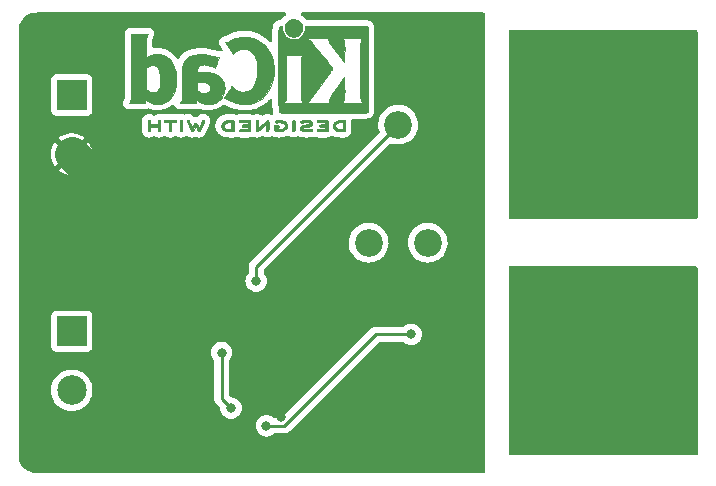
<source format=gbl>
G04 #@! TF.GenerationSoftware,KiCad,Pcbnew,6.0.0*
G04 #@! TF.CreationDate,2022-01-10T14:37:38+01:00*
G04 #@! TF.ProjectId,thermostat,74686572-6d6f-4737-9461-742e6b696361,rev?*
G04 #@! TF.SameCoordinates,Original*
G04 #@! TF.FileFunction,Copper,L2,Bot*
G04 #@! TF.FilePolarity,Positive*
%FSLAX46Y46*%
G04 Gerber Fmt 4.6, Leading zero omitted, Abs format (unit mm)*
G04 Created by KiCad (PCBNEW 6.0.0) date 2022-01-10 14:37:38*
%MOMM*%
%LPD*%
G01*
G04 APERTURE LIST*
G04 #@! TA.AperFunction,EtchedComponent*
%ADD10C,0.010000*%
G04 #@! TD*
G04 #@! TA.AperFunction,ComponentPad*
%ADD11C,0.900000*%
G04 #@! TD*
G04 #@! TA.AperFunction,ComponentPad*
%ADD12C,8.600000*%
G04 #@! TD*
G04 #@! TA.AperFunction,ComponentPad*
%ADD13C,2.500000*%
G04 #@! TD*
G04 #@! TA.AperFunction,ComponentPad*
%ADD14R,2.500000X2.500000*%
G04 #@! TD*
G04 #@! TA.AperFunction,ComponentPad*
%ADD15C,2.340000*%
G04 #@! TD*
G04 #@! TA.AperFunction,ViaPad*
%ADD16C,0.800000*%
G04 #@! TD*
G04 #@! TA.AperFunction,Conductor*
%ADD17C,0.250000*%
G04 #@! TD*
G04 #@! TA.AperFunction,Conductor*
%ADD18C,3.000000*%
G04 #@! TD*
G04 APERTURE END LIST*
D10*
X144839453Y-84609030D02*
X144813372Y-84618350D01*
X144813372Y-84618350D02*
X144812366Y-84618806D01*
X144812366Y-84618806D02*
X144776948Y-84645834D01*
X144776948Y-84645834D02*
X144757434Y-84673636D01*
X144757434Y-84673636D02*
X144753616Y-84686672D01*
X144753616Y-84686672D02*
X144753805Y-84703992D01*
X144753805Y-84703992D02*
X144759178Y-84728667D01*
X144759178Y-84728667D02*
X144770912Y-84763764D01*
X144770912Y-84763764D02*
X144790187Y-84812353D01*
X144790187Y-84812353D02*
X144818178Y-84877502D01*
X144818178Y-84877502D02*
X144856064Y-84962281D01*
X144856064Y-84962281D02*
X144905022Y-85069759D01*
X144905022Y-85069759D02*
X144931969Y-85128503D01*
X144931969Y-85128503D02*
X144980630Y-85233373D01*
X144980630Y-85233373D02*
X145026310Y-85329814D01*
X145026310Y-85329814D02*
X145067266Y-85414298D01*
X145067266Y-85414298D02*
X145101754Y-85483300D01*
X145101754Y-85483300D02*
X145128031Y-85533294D01*
X145128031Y-85533294D02*
X145144354Y-85560754D01*
X145144354Y-85560754D02*
X145147584Y-85564547D01*
X145147584Y-85564547D02*
X145188911Y-85581280D01*
X145188911Y-85581280D02*
X145235591Y-85579039D01*
X145235591Y-85579039D02*
X145273030Y-85558687D01*
X145273030Y-85558687D02*
X145274556Y-85557032D01*
X145274556Y-85557032D02*
X145289449Y-85534486D01*
X145289449Y-85534486D02*
X145314431Y-85490571D01*
X145314431Y-85490571D02*
X145346421Y-85430940D01*
X145346421Y-85430940D02*
X145382340Y-85361246D01*
X145382340Y-85361246D02*
X145395248Y-85335563D01*
X145395248Y-85335563D02*
X145492686Y-85140397D01*
X145492686Y-85140397D02*
X145598894Y-85352407D01*
X145598894Y-85352407D02*
X145636803Y-85425661D01*
X145636803Y-85425661D02*
X145671973Y-85489190D01*
X145671973Y-85489190D02*
X145701532Y-85538131D01*
X145701532Y-85538131D02*
X145722606Y-85567622D01*
X145722606Y-85567622D02*
X145729748Y-85573876D01*
X145729748Y-85573876D02*
X145785262Y-85582345D01*
X145785262Y-85582345D02*
X145831071Y-85564547D01*
X145831071Y-85564547D02*
X145844546Y-85545525D01*
X145844546Y-85545525D02*
X145867864Y-85503249D01*
X145867864Y-85503249D02*
X145899123Y-85441880D01*
X145899123Y-85441880D02*
X145936420Y-85365576D01*
X145936420Y-85365576D02*
X145977854Y-85278499D01*
X145977854Y-85278499D02*
X146021522Y-85184807D01*
X146021522Y-85184807D02*
X146065522Y-85088661D01*
X146065522Y-85088661D02*
X146107952Y-84994221D01*
X146107952Y-84994221D02*
X146146910Y-84905645D01*
X146146910Y-84905645D02*
X146180493Y-84827096D01*
X146180493Y-84827096D02*
X146206799Y-84762731D01*
X146206799Y-84762731D02*
X146223926Y-84716711D01*
X146223926Y-84716711D02*
X146229971Y-84693197D01*
X146229971Y-84693197D02*
X146229909Y-84692345D01*
X146229909Y-84692345D02*
X146215200Y-84662756D01*
X146215200Y-84662756D02*
X146185798Y-84632620D01*
X146185798Y-84632620D02*
X146184067Y-84631308D01*
X146184067Y-84631308D02*
X146147930Y-84610882D01*
X146147930Y-84610882D02*
X146114506Y-84611080D01*
X146114506Y-84611080D02*
X146101978Y-84614931D01*
X146101978Y-84614931D02*
X146086713Y-84623253D01*
X146086713Y-84623253D02*
X146070502Y-84639625D01*
X146070502Y-84639625D02*
X146051401Y-84667442D01*
X146051401Y-84667442D02*
X146027465Y-84710100D01*
X146027465Y-84710100D02*
X145996749Y-84770995D01*
X145996749Y-84770995D02*
X145957309Y-84853525D01*
X145957309Y-84853525D02*
X145921742Y-84929707D01*
X145921742Y-84929707D02*
X145880823Y-85018014D01*
X145880823Y-85018014D02*
X145844156Y-85097426D01*
X145844156Y-85097426D02*
X145813646Y-85163796D01*
X145813646Y-85163796D02*
X145791198Y-85212975D01*
X145791198Y-85212975D02*
X145778717Y-85240813D01*
X145778717Y-85240813D02*
X145776897Y-85245168D01*
X145776897Y-85245168D02*
X145768710Y-85238049D01*
X145768710Y-85238049D02*
X145749895Y-85208241D01*
X145749895Y-85208241D02*
X145722954Y-85160096D01*
X145722954Y-85160096D02*
X145690392Y-85097963D01*
X145690392Y-85097963D02*
X145677434Y-85072328D01*
X145677434Y-85072328D02*
X145633540Y-84985765D01*
X145633540Y-84985765D02*
X145599689Y-84922725D01*
X145599689Y-84922725D02*
X145573103Y-84879542D01*
X145573103Y-84879542D02*
X145551005Y-84852552D01*
X145551005Y-84852552D02*
X145530616Y-84838088D01*
X145530616Y-84838088D02*
X145509160Y-84832487D01*
X145509160Y-84832487D02*
X145495177Y-84831854D01*
X145495177Y-84831854D02*
X145470512Y-84834040D01*
X145470512Y-84834040D02*
X145448898Y-84843079D01*
X145448898Y-84843079D02*
X145427422Y-84862697D01*
X145427422Y-84862697D02*
X145403170Y-84896617D01*
X145403170Y-84896617D02*
X145373230Y-84948562D01*
X145373230Y-84948562D02*
X145334687Y-85022258D01*
X145334687Y-85022258D02*
X145313422Y-85064180D01*
X145313422Y-85064180D02*
X145278928Y-85130994D01*
X145278928Y-85130994D02*
X145248844Y-85186401D01*
X145248844Y-85186401D02*
X145225823Y-85225727D01*
X145225823Y-85225727D02*
X145212520Y-85244296D01*
X145212520Y-85244296D02*
X145210711Y-85245069D01*
X145210711Y-85245069D02*
X145202120Y-85230455D01*
X145202120Y-85230455D02*
X145182886Y-85192507D01*
X145182886Y-85192507D02*
X145154935Y-85135196D01*
X145154935Y-85135196D02*
X145120193Y-85062496D01*
X145120193Y-85062496D02*
X145080587Y-84978376D01*
X145080587Y-84978376D02*
X145061104Y-84936594D01*
X145061104Y-84936594D02*
X145010420Y-84828763D01*
X145010420Y-84828763D02*
X144969607Y-84745790D01*
X144969607Y-84745790D02*
X144936546Y-84684966D01*
X144936546Y-84684966D02*
X144909119Y-84643585D01*
X144909119Y-84643585D02*
X144885208Y-84618940D01*
X144885208Y-84618940D02*
X144862692Y-84608324D01*
X144862692Y-84608324D02*
X144839453Y-84609030D01*
X144839453Y-84609030D02*
X144839453Y-84609030D01*
G36*
X144885208Y-84618940D02*
G01*
X144909119Y-84643585D01*
X144936546Y-84684966D01*
X144969607Y-84745790D01*
X145010420Y-84828763D01*
X145061104Y-84936594D01*
X145080587Y-84978376D01*
X145120193Y-85062496D01*
X145154935Y-85135196D01*
X145182886Y-85192507D01*
X145202120Y-85230455D01*
X145210711Y-85245069D01*
X145212520Y-85244296D01*
X145225823Y-85225727D01*
X145248844Y-85186401D01*
X145278928Y-85130994D01*
X145313422Y-85064180D01*
X145334687Y-85022258D01*
X145373230Y-84948562D01*
X145403170Y-84896617D01*
X145427422Y-84862697D01*
X145448898Y-84843079D01*
X145470512Y-84834040D01*
X145495177Y-84831854D01*
X145509160Y-84832487D01*
X145530616Y-84838088D01*
X145551005Y-84852552D01*
X145573103Y-84879542D01*
X145599689Y-84922725D01*
X145633540Y-84985765D01*
X145677434Y-85072328D01*
X145690392Y-85097963D01*
X145722954Y-85160096D01*
X145749895Y-85208241D01*
X145768710Y-85238049D01*
X145776897Y-85245168D01*
X145778717Y-85240813D01*
X145791198Y-85212975D01*
X145813646Y-85163796D01*
X145844156Y-85097426D01*
X145880823Y-85018014D01*
X145921742Y-84929707D01*
X145957309Y-84853525D01*
X145996749Y-84770995D01*
X146027465Y-84710100D01*
X146051401Y-84667442D01*
X146070502Y-84639625D01*
X146086713Y-84623253D01*
X146101978Y-84614931D01*
X146114506Y-84611080D01*
X146147930Y-84610882D01*
X146184067Y-84631308D01*
X146185798Y-84632620D01*
X146215200Y-84662756D01*
X146229909Y-84692345D01*
X146229971Y-84693197D01*
X146223926Y-84716711D01*
X146206799Y-84762731D01*
X146180493Y-84827096D01*
X146146910Y-84905645D01*
X146107952Y-84994221D01*
X146065522Y-85088661D01*
X146021522Y-85184807D01*
X145977854Y-85278499D01*
X145936420Y-85365576D01*
X145899123Y-85441880D01*
X145867864Y-85503249D01*
X145844546Y-85545525D01*
X145831071Y-85564547D01*
X145785262Y-85582345D01*
X145729748Y-85573876D01*
X145722606Y-85567622D01*
X145701532Y-85538131D01*
X145671973Y-85489190D01*
X145636803Y-85425661D01*
X145598894Y-85352407D01*
X145492686Y-85140397D01*
X145395248Y-85335563D01*
X145382340Y-85361246D01*
X145346421Y-85430940D01*
X145314431Y-85490571D01*
X145289449Y-85534486D01*
X145274556Y-85557032D01*
X145273030Y-85558687D01*
X145235591Y-85579039D01*
X145188911Y-85581280D01*
X145147584Y-85564547D01*
X145144354Y-85560754D01*
X145128031Y-85533294D01*
X145101754Y-85483300D01*
X145067266Y-85414298D01*
X145026310Y-85329814D01*
X144980630Y-85233373D01*
X144931969Y-85128503D01*
X144905022Y-85069759D01*
X144856064Y-84962281D01*
X144818178Y-84877502D01*
X144790187Y-84812353D01*
X144770912Y-84763764D01*
X144759178Y-84728667D01*
X144753805Y-84703992D01*
X144753616Y-84686672D01*
X144757434Y-84673636D01*
X144776948Y-84645834D01*
X144812366Y-84618806D01*
X144813372Y-84618350D01*
X144839453Y-84609030D01*
X144862692Y-84608324D01*
X144885208Y-84618940D01*
G37*
X144885208Y-84618940D02*
X144909119Y-84643585D01*
X144936546Y-84684966D01*
X144969607Y-84745790D01*
X145010420Y-84828763D01*
X145061104Y-84936594D01*
X145080587Y-84978376D01*
X145120193Y-85062496D01*
X145154935Y-85135196D01*
X145182886Y-85192507D01*
X145202120Y-85230455D01*
X145210711Y-85245069D01*
X145212520Y-85244296D01*
X145225823Y-85225727D01*
X145248844Y-85186401D01*
X145278928Y-85130994D01*
X145313422Y-85064180D01*
X145334687Y-85022258D01*
X145373230Y-84948562D01*
X145403170Y-84896617D01*
X145427422Y-84862697D01*
X145448898Y-84843079D01*
X145470512Y-84834040D01*
X145495177Y-84831854D01*
X145509160Y-84832487D01*
X145530616Y-84838088D01*
X145551005Y-84852552D01*
X145573103Y-84879542D01*
X145599689Y-84922725D01*
X145633540Y-84985765D01*
X145677434Y-85072328D01*
X145690392Y-85097963D01*
X145722954Y-85160096D01*
X145749895Y-85208241D01*
X145768710Y-85238049D01*
X145776897Y-85245168D01*
X145778717Y-85240813D01*
X145791198Y-85212975D01*
X145813646Y-85163796D01*
X145844156Y-85097426D01*
X145880823Y-85018014D01*
X145921742Y-84929707D01*
X145957309Y-84853525D01*
X145996749Y-84770995D01*
X146027465Y-84710100D01*
X146051401Y-84667442D01*
X146070502Y-84639625D01*
X146086713Y-84623253D01*
X146101978Y-84614931D01*
X146114506Y-84611080D01*
X146147930Y-84610882D01*
X146184067Y-84631308D01*
X146185798Y-84632620D01*
X146215200Y-84662756D01*
X146229909Y-84692345D01*
X146229971Y-84693197D01*
X146223926Y-84716711D01*
X146206799Y-84762731D01*
X146180493Y-84827096D01*
X146146910Y-84905645D01*
X146107952Y-84994221D01*
X146065522Y-85088661D01*
X146021522Y-85184807D01*
X145977854Y-85278499D01*
X145936420Y-85365576D01*
X145899123Y-85441880D01*
X145867864Y-85503249D01*
X145844546Y-85545525D01*
X145831071Y-85564547D01*
X145785262Y-85582345D01*
X145729748Y-85573876D01*
X145722606Y-85567622D01*
X145701532Y-85538131D01*
X145671973Y-85489190D01*
X145636803Y-85425661D01*
X145598894Y-85352407D01*
X145492686Y-85140397D01*
X145395248Y-85335563D01*
X145382340Y-85361246D01*
X145346421Y-85430940D01*
X145314431Y-85490571D01*
X145289449Y-85534486D01*
X145274556Y-85557032D01*
X145273030Y-85558687D01*
X145235591Y-85579039D01*
X145188911Y-85581280D01*
X145147584Y-85564547D01*
X145144354Y-85560754D01*
X145128031Y-85533294D01*
X145101754Y-85483300D01*
X145067266Y-85414298D01*
X145026310Y-85329814D01*
X144980630Y-85233373D01*
X144931969Y-85128503D01*
X144905022Y-85069759D01*
X144856064Y-84962281D01*
X144818178Y-84877502D01*
X144790187Y-84812353D01*
X144770912Y-84763764D01*
X144759178Y-84728667D01*
X144753805Y-84703992D01*
X144753616Y-84686672D01*
X144757434Y-84673636D01*
X144776948Y-84645834D01*
X144812366Y-84618806D01*
X144813372Y-84618350D01*
X144839453Y-84609030D01*
X144862692Y-84608324D01*
X144885208Y-84618940D01*
X148469217Y-84606687D02*
X148297499Y-84612493D01*
X148297499Y-84612493D02*
X148151445Y-84630101D01*
X148151445Y-84630101D02*
X148028647Y-84660563D01*
X148028647Y-84660563D02*
X147926697Y-84704935D01*
X147926697Y-84704935D02*
X147843186Y-84764271D01*
X147843186Y-84764271D02*
X147775707Y-84839624D01*
X147775707Y-84839624D02*
X147721851Y-84932050D01*
X147721851Y-84932050D02*
X147720792Y-84934304D01*
X147720792Y-84934304D02*
X147688651Y-85017024D01*
X147688651Y-85017024D02*
X147677199Y-85090284D01*
X147677199Y-85090284D02*
X147686480Y-85164012D01*
X147686480Y-85164012D02*
X147716539Y-85248135D01*
X147716539Y-85248135D02*
X147722239Y-85260937D01*
X147722239Y-85260937D02*
X147761115Y-85335862D01*
X147761115Y-85335862D02*
X147804805Y-85393757D01*
X147804805Y-85393757D02*
X147861194Y-85442972D01*
X147861194Y-85442972D02*
X147938162Y-85491857D01*
X147938162Y-85491857D02*
X147942634Y-85494409D01*
X147942634Y-85494409D02*
X148009637Y-85526595D01*
X148009637Y-85526595D02*
X148085369Y-85550632D01*
X148085369Y-85550632D02*
X148174696Y-85567351D01*
X148174696Y-85567351D02*
X148282485Y-85577579D01*
X148282485Y-85577579D02*
X148413602Y-85582146D01*
X148413602Y-85582146D02*
X148459928Y-85582543D01*
X148459928Y-85582543D02*
X148680524Y-85583334D01*
X148680524Y-85583334D02*
X148711674Y-85543733D01*
X148711674Y-85543733D02*
X148720914Y-85530711D01*
X148720914Y-85530711D02*
X148728122Y-85515504D01*
X148728122Y-85515504D02*
X148733550Y-85494466D01*
X148733550Y-85494466D02*
X148737449Y-85463950D01*
X148737449Y-85463950D02*
X148740071Y-85420311D01*
X148740071Y-85420311D02*
X148740926Y-85387949D01*
X148740926Y-85387949D02*
X148532409Y-85387949D01*
X148532409Y-85387949D02*
X148407418Y-85387949D01*
X148407418Y-85387949D02*
X148334277Y-85385810D01*
X148334277Y-85385810D02*
X148259193Y-85380181D01*
X148259193Y-85380181D02*
X148197570Y-85372243D01*
X148197570Y-85372243D02*
X148193851Y-85371575D01*
X148193851Y-85371575D02*
X148084401Y-85342212D01*
X148084401Y-85342212D02*
X147999506Y-85298097D01*
X147999506Y-85298097D02*
X147936482Y-85237183D01*
X147936482Y-85237183D02*
X147892640Y-85157424D01*
X147892640Y-85157424D02*
X147885017Y-85136284D01*
X147885017Y-85136284D02*
X147877544Y-85103362D01*
X147877544Y-85103362D02*
X147880779Y-85070836D01*
X147880779Y-85070836D02*
X147896521Y-85027564D01*
X147896521Y-85027564D02*
X147906010Y-85006307D01*
X147906010Y-85006307D02*
X147937083Y-84949820D01*
X147937083Y-84949820D02*
X147974521Y-84910191D01*
X147974521Y-84910191D02*
X148015713Y-84882594D01*
X148015713Y-84882594D02*
X148098224Y-84846682D01*
X148098224Y-84846682D02*
X148203821Y-84820668D01*
X148203821Y-84820668D02*
X148326836Y-84805688D01*
X148326836Y-84805688D02*
X148415930Y-84802392D01*
X148415930Y-84802392D02*
X148532409Y-84801795D01*
X148532409Y-84801795D02*
X148532409Y-85387949D01*
X148532409Y-85387949D02*
X148740926Y-85387949D01*
X148740926Y-85387949D02*
X148741668Y-85359900D01*
X148741668Y-85359900D02*
X148742490Y-85279072D01*
X148742490Y-85279072D02*
X148742790Y-85174181D01*
X148742790Y-85174181D02*
X148742824Y-85092162D01*
X148742824Y-85092162D02*
X148742824Y-84680192D01*
X148742824Y-84680192D02*
X148705933Y-84643301D01*
X148705933Y-84643301D02*
X148689560Y-84628348D01*
X148689560Y-84628348D02*
X148671857Y-84618108D01*
X148671857Y-84618108D02*
X148647135Y-84611701D01*
X148647135Y-84611701D02*
X148609706Y-84608247D01*
X148609706Y-84608247D02*
X148553881Y-84606867D01*
X148553881Y-84606867D02*
X148473972Y-84606681D01*
X148473972Y-84606681D02*
X148469217Y-84606687D01*
X148469217Y-84606687D02*
X148469217Y-84606687D01*
G36*
X148737449Y-85463950D02*
G01*
X148733550Y-85494466D01*
X148728122Y-85515504D01*
X148720914Y-85530711D01*
X148711674Y-85543733D01*
X148680524Y-85583334D01*
X148459928Y-85582543D01*
X148413602Y-85582146D01*
X148282485Y-85577579D01*
X148174696Y-85567351D01*
X148085369Y-85550632D01*
X148009637Y-85526595D01*
X147942634Y-85494409D01*
X147938162Y-85491857D01*
X147861194Y-85442972D01*
X147804805Y-85393757D01*
X147761115Y-85335862D01*
X147722239Y-85260937D01*
X147716539Y-85248135D01*
X147686480Y-85164012D01*
X147678845Y-85103362D01*
X147877544Y-85103362D01*
X147885017Y-85136284D01*
X147892640Y-85157424D01*
X147936482Y-85237183D01*
X147999506Y-85298097D01*
X148084401Y-85342212D01*
X148193851Y-85371575D01*
X148197570Y-85372243D01*
X148259193Y-85380181D01*
X148334277Y-85385810D01*
X148407418Y-85387949D01*
X148532409Y-85387949D01*
X148532409Y-84801795D01*
X148415930Y-84802392D01*
X148326836Y-84805688D01*
X148203821Y-84820668D01*
X148098224Y-84846682D01*
X148015713Y-84882594D01*
X147974521Y-84910191D01*
X147937083Y-84949820D01*
X147906010Y-85006307D01*
X147896521Y-85027564D01*
X147880779Y-85070836D01*
X147877544Y-85103362D01*
X147678845Y-85103362D01*
X147677199Y-85090284D01*
X147688651Y-85017024D01*
X147720792Y-84934304D01*
X147721851Y-84932050D01*
X147775707Y-84839624D01*
X147843186Y-84764271D01*
X147926697Y-84704935D01*
X148028647Y-84660563D01*
X148151445Y-84630101D01*
X148297499Y-84612493D01*
X148469217Y-84606687D01*
X148473972Y-84606681D01*
X148553881Y-84606867D01*
X148609706Y-84608247D01*
X148647135Y-84611701D01*
X148671857Y-84618108D01*
X148689560Y-84628348D01*
X148705933Y-84643301D01*
X148742824Y-84680192D01*
X148742824Y-85092162D01*
X148742790Y-85174181D01*
X148742490Y-85279072D01*
X148741668Y-85359900D01*
X148740926Y-85387949D01*
X148740071Y-85420311D01*
X148737449Y-85463950D01*
G37*
X148737449Y-85463950D02*
X148733550Y-85494466D01*
X148728122Y-85515504D01*
X148720914Y-85530711D01*
X148711674Y-85543733D01*
X148680524Y-85583334D01*
X148459928Y-85582543D01*
X148413602Y-85582146D01*
X148282485Y-85577579D01*
X148174696Y-85567351D01*
X148085369Y-85550632D01*
X148009637Y-85526595D01*
X147942634Y-85494409D01*
X147938162Y-85491857D01*
X147861194Y-85442972D01*
X147804805Y-85393757D01*
X147761115Y-85335862D01*
X147722239Y-85260937D01*
X147716539Y-85248135D01*
X147686480Y-85164012D01*
X147678845Y-85103362D01*
X147877544Y-85103362D01*
X147885017Y-85136284D01*
X147892640Y-85157424D01*
X147936482Y-85237183D01*
X147999506Y-85298097D01*
X148084401Y-85342212D01*
X148193851Y-85371575D01*
X148197570Y-85372243D01*
X148259193Y-85380181D01*
X148334277Y-85385810D01*
X148407418Y-85387949D01*
X148532409Y-85387949D01*
X148532409Y-84801795D01*
X148415930Y-84802392D01*
X148326836Y-84805688D01*
X148203821Y-84820668D01*
X148098224Y-84846682D01*
X148015713Y-84882594D01*
X147974521Y-84910191D01*
X147937083Y-84949820D01*
X147906010Y-85006307D01*
X147896521Y-85027564D01*
X147880779Y-85070836D01*
X147877544Y-85103362D01*
X147678845Y-85103362D01*
X147677199Y-85090284D01*
X147688651Y-85017024D01*
X147720792Y-84934304D01*
X147721851Y-84932050D01*
X147775707Y-84839624D01*
X147843186Y-84764271D01*
X147926697Y-84704935D01*
X148028647Y-84660563D01*
X148151445Y-84630101D01*
X148297499Y-84612493D01*
X148469217Y-84606687D01*
X148473972Y-84606681D01*
X148553881Y-84606867D01*
X148609706Y-84608247D01*
X148647135Y-84611701D01*
X148671857Y-84618108D01*
X148689560Y-84628348D01*
X148705933Y-84643301D01*
X148742824Y-84680192D01*
X148742824Y-85092162D01*
X148742790Y-85174181D01*
X148742490Y-85279072D01*
X148741668Y-85359900D01*
X148740926Y-85387949D01*
X148740071Y-85420311D01*
X148737449Y-85463950D01*
X149418622Y-77569231D02*
X149222981Y-77590649D01*
X149222981Y-77590649D02*
X149033438Y-77628985D01*
X149033438Y-77628985D02*
X148842283Y-77686238D01*
X148842283Y-77686238D02*
X148641804Y-77764409D01*
X148641804Y-77764409D02*
X148424292Y-77865496D01*
X148424292Y-77865496D02*
X148385120Y-77885076D01*
X148385120Y-77885076D02*
X148295228Y-77929362D01*
X148295228Y-77929362D02*
X148210447Y-77969239D01*
X148210447Y-77969239D02*
X148139145Y-78000898D01*
X148139145Y-78000898D02*
X148089690Y-78020532D01*
X148089690Y-78020532D02*
X148082092Y-78023004D01*
X148082092Y-78023004D02*
X148009286Y-78044817D01*
X148009286Y-78044817D02*
X148335197Y-78518944D01*
X148335197Y-78518944D02*
X148414877Y-78634823D01*
X148414877Y-78634823D02*
X148487728Y-78740694D01*
X148487728Y-78740694D02*
X148551270Y-78832962D01*
X148551270Y-78832962D02*
X148603028Y-78908033D01*
X148603028Y-78908033D02*
X148640523Y-78962313D01*
X148640523Y-78962313D02*
X148661277Y-78992207D01*
X148661277Y-78992207D02*
X148664649Y-78996941D01*
X148664649Y-78996941D02*
X148678345Y-78987042D01*
X148678345Y-78987042D02*
X148712057Y-78957285D01*
X148712057Y-78957285D02*
X148759756Y-78913073D01*
X148759756Y-78913073D02*
X148786080Y-78888084D01*
X148786080Y-78888084D02*
X148935228Y-78769456D01*
X148935228Y-78769456D02*
X149102732Y-78679313D01*
X149102732Y-78679313D02*
X149247072Y-78629936D01*
X149247072Y-78629936D02*
X149333717Y-78614429D01*
X149333717Y-78614429D02*
X149442204Y-78604979D01*
X149442204Y-78604979D02*
X149559773Y-78601761D01*
X149559773Y-78601761D02*
X149673666Y-78604951D01*
X149673666Y-78604951D02*
X149771121Y-78614724D01*
X149771121Y-78614724D02*
X149810010Y-78622209D01*
X149810010Y-78622209D02*
X149985288Y-78682512D01*
X149985288Y-78682512D02*
X150143235Y-78774590D01*
X150143235Y-78774590D02*
X150283732Y-78898273D01*
X150283732Y-78898273D02*
X150406665Y-79053393D01*
X150406665Y-79053393D02*
X150511915Y-79239781D01*
X150511915Y-79239781D02*
X150599365Y-79457270D01*
X150599365Y-79457270D02*
X150668900Y-79705692D01*
X150668900Y-79705692D02*
X150710225Y-79918357D01*
X150710225Y-79918357D02*
X150721006Y-80012241D01*
X150721006Y-80012241D02*
X150728352Y-80133524D01*
X150728352Y-80133524D02*
X150732333Y-80273493D01*
X150732333Y-80273493D02*
X150733021Y-80423431D01*
X150733021Y-80423431D02*
X150730486Y-80574622D01*
X150730486Y-80574622D02*
X150724800Y-80718351D01*
X150724800Y-80718351D02*
X150716033Y-80845903D01*
X150716033Y-80845903D02*
X150704256Y-80948562D01*
X150704256Y-80948562D02*
X150701707Y-80964401D01*
X150701707Y-80964401D02*
X150645519Y-81219536D01*
X150645519Y-81219536D02*
X150568964Y-81445342D01*
X150568964Y-81445342D02*
X150471574Y-81642831D01*
X150471574Y-81642831D02*
X150352886Y-81813014D01*
X150352886Y-81813014D02*
X150268637Y-81905022D01*
X150268637Y-81905022D02*
X150117230Y-82029943D01*
X150117230Y-82029943D02*
X149951183Y-82122540D01*
X149951183Y-82122540D02*
X149773299Y-82182309D01*
X149773299Y-82182309D02*
X149586378Y-82208746D01*
X149586378Y-82208746D02*
X149393222Y-82201348D01*
X149393222Y-82201348D02*
X149196631Y-82159611D01*
X149196631Y-82159611D02*
X149080403Y-82118771D01*
X149080403Y-82118771D02*
X148919562Y-82036990D01*
X148919562Y-82036990D02*
X148753787Y-81919678D01*
X148753787Y-81919678D02*
X148660927Y-81840345D01*
X148660927Y-81840345D02*
X148608786Y-81794429D01*
X148608786Y-81794429D02*
X148567820Y-81760742D01*
X148567820Y-81760742D02*
X148544502Y-81744510D01*
X148544502Y-81744510D02*
X148541607Y-81744015D01*
X148541607Y-81744015D02*
X148531200Y-81760601D01*
X148531200Y-81760601D02*
X148504233Y-81804432D01*
X148504233Y-81804432D02*
X148463004Y-81871748D01*
X148463004Y-81871748D02*
X148409811Y-81958794D01*
X148409811Y-81958794D02*
X148346950Y-82061810D01*
X148346950Y-82061810D02*
X148276719Y-82177041D01*
X148276719Y-82177041D02*
X148237628Y-82241231D01*
X148237628Y-82241231D02*
X147939036Y-82731677D01*
X147939036Y-82731677D02*
X148311839Y-82915915D01*
X148311839Y-82915915D02*
X148446631Y-82982093D01*
X148446631Y-82982093D02*
X148555825Y-83034278D01*
X148555825Y-83034278D02*
X148646093Y-83075060D01*
X148646093Y-83075060D02*
X148724112Y-83107033D01*
X148724112Y-83107033D02*
X148796556Y-83132787D01*
X148796556Y-83132787D02*
X148870099Y-83154914D01*
X148870099Y-83154914D02*
X148951416Y-83176007D01*
X148951416Y-83176007D02*
X149029357Y-83194530D01*
X149029357Y-83194530D02*
X149098634Y-83208863D01*
X149098634Y-83208863D02*
X149171083Y-83219694D01*
X149171083Y-83219694D02*
X149253958Y-83227626D01*
X149253958Y-83227626D02*
X149354512Y-83233258D01*
X149354512Y-83233258D02*
X149479997Y-83237192D01*
X149479997Y-83237192D02*
X149564572Y-83238891D01*
X149564572Y-83238891D02*
X149685246Y-83240050D01*
X149685246Y-83240050D02*
X149800958Y-83239465D01*
X149800958Y-83239465D02*
X149904049Y-83237304D01*
X149904049Y-83237304D02*
X149986862Y-83233732D01*
X149986862Y-83233732D02*
X150041740Y-83228917D01*
X150041740Y-83228917D02*
X150044992Y-83228437D01*
X150044992Y-83228437D02*
X150329957Y-83166786D01*
X150329957Y-83166786D02*
X150597558Y-83073285D01*
X150597558Y-83073285D02*
X150847703Y-82947993D01*
X150847703Y-82947993D02*
X151080296Y-82790974D01*
X151080296Y-82790974D02*
X151295243Y-82602289D01*
X151295243Y-82602289D02*
X151492450Y-82382000D01*
X151492450Y-82382000D02*
X151635273Y-82186214D01*
X151635273Y-82186214D02*
X151787320Y-81929949D01*
X151787320Y-81929949D02*
X151910227Y-81659317D01*
X151910227Y-81659317D02*
X152004590Y-81372149D01*
X152004590Y-81372149D02*
X152071001Y-81066276D01*
X152071001Y-81066276D02*
X152110056Y-80739528D01*
X152110056Y-80739528D02*
X152122360Y-80407739D01*
X152122360Y-80407739D02*
X152112241Y-80086779D01*
X152112241Y-80086779D02*
X152080439Y-79790646D01*
X152080439Y-79790646D02*
X152025946Y-79514345D01*
X152025946Y-79514345D02*
X151947750Y-79252881D01*
X151947750Y-79252881D02*
X151844841Y-79001258D01*
X151844841Y-79001258D02*
X151832553Y-78975190D01*
X151832553Y-78975190D02*
X151697180Y-78731507D01*
X151697180Y-78731507D02*
X151530911Y-78499618D01*
X151530911Y-78499618D02*
X151338459Y-78284323D01*
X151338459Y-78284323D02*
X151124534Y-78090422D01*
X151124534Y-78090422D02*
X150893845Y-77922715D01*
X150893845Y-77922715D02*
X150678891Y-77799696D01*
X150678891Y-77799696D02*
X150461742Y-77703345D01*
X150461742Y-77703345D02*
X150244132Y-77633551D01*
X150244132Y-77633551D02*
X150017638Y-77588413D01*
X150017638Y-77588413D02*
X149773834Y-77566031D01*
X149773834Y-77566031D02*
X149628072Y-77562731D01*
X149628072Y-77562731D02*
X149418622Y-77569231D01*
X149418622Y-77569231D02*
X149418622Y-77569231D01*
G36*
X149773834Y-77566031D02*
G01*
X150017638Y-77588413D01*
X150244132Y-77633551D01*
X150461742Y-77703345D01*
X150678891Y-77799696D01*
X150893845Y-77922715D01*
X151124534Y-78090422D01*
X151338459Y-78284323D01*
X151530911Y-78499618D01*
X151697180Y-78731507D01*
X151832553Y-78975190D01*
X151844841Y-79001258D01*
X151947750Y-79252881D01*
X152025946Y-79514345D01*
X152080439Y-79790646D01*
X152112241Y-80086779D01*
X152122360Y-80407739D01*
X152110056Y-80739528D01*
X152071001Y-81066276D01*
X152004590Y-81372149D01*
X151910227Y-81659317D01*
X151787320Y-81929949D01*
X151635273Y-82186214D01*
X151492450Y-82382000D01*
X151295243Y-82602289D01*
X151080296Y-82790974D01*
X150847703Y-82947993D01*
X150597558Y-83073285D01*
X150329957Y-83166786D01*
X150044992Y-83228437D01*
X150041740Y-83228917D01*
X149986862Y-83233732D01*
X149904049Y-83237304D01*
X149800958Y-83239465D01*
X149685246Y-83240050D01*
X149564572Y-83238891D01*
X149479997Y-83237192D01*
X149354512Y-83233258D01*
X149253958Y-83227626D01*
X149171083Y-83219694D01*
X149098634Y-83208863D01*
X149029357Y-83194530D01*
X148951416Y-83176007D01*
X148870099Y-83154914D01*
X148796556Y-83132787D01*
X148724112Y-83107033D01*
X148646093Y-83075060D01*
X148555825Y-83034278D01*
X148446631Y-82982093D01*
X148311839Y-82915915D01*
X147939036Y-82731677D01*
X148237628Y-82241231D01*
X148276719Y-82177041D01*
X148346950Y-82061810D01*
X148409811Y-81958794D01*
X148463004Y-81871748D01*
X148504233Y-81804432D01*
X148531200Y-81760601D01*
X148541607Y-81744015D01*
X148544502Y-81744510D01*
X148567820Y-81760742D01*
X148608786Y-81794429D01*
X148660927Y-81840345D01*
X148753787Y-81919678D01*
X148919562Y-82036990D01*
X149080403Y-82118771D01*
X149196631Y-82159611D01*
X149393222Y-82201348D01*
X149586378Y-82208746D01*
X149773299Y-82182309D01*
X149951183Y-82122540D01*
X150117230Y-82029943D01*
X150268637Y-81905022D01*
X150352886Y-81813014D01*
X150471574Y-81642831D01*
X150568964Y-81445342D01*
X150645519Y-81219536D01*
X150701707Y-80964401D01*
X150704256Y-80948562D01*
X150716033Y-80845903D01*
X150724800Y-80718351D01*
X150730486Y-80574622D01*
X150733021Y-80423431D01*
X150732333Y-80273493D01*
X150728352Y-80133524D01*
X150721006Y-80012241D01*
X150710225Y-79918357D01*
X150668900Y-79705692D01*
X150599365Y-79457270D01*
X150511915Y-79239781D01*
X150406665Y-79053393D01*
X150283732Y-78898273D01*
X150143235Y-78774590D01*
X149985288Y-78682512D01*
X149810010Y-78622209D01*
X149771121Y-78614724D01*
X149673666Y-78604951D01*
X149559773Y-78601761D01*
X149442204Y-78604979D01*
X149333717Y-78614429D01*
X149247072Y-78629936D01*
X149102732Y-78679313D01*
X148935228Y-78769456D01*
X148786080Y-78888084D01*
X148759756Y-78913073D01*
X148712057Y-78957285D01*
X148678345Y-78987042D01*
X148664649Y-78996941D01*
X148661277Y-78992207D01*
X148640523Y-78962313D01*
X148603028Y-78908033D01*
X148551270Y-78832962D01*
X148487728Y-78740694D01*
X148414877Y-78634823D01*
X148335197Y-78518944D01*
X148009286Y-78044817D01*
X148082092Y-78023004D01*
X148089690Y-78020532D01*
X148139145Y-78000898D01*
X148210447Y-77969239D01*
X148295228Y-77929362D01*
X148385120Y-77885076D01*
X148424292Y-77865496D01*
X148641804Y-77764409D01*
X148842283Y-77686238D01*
X149033438Y-77628985D01*
X149222981Y-77590649D01*
X149418622Y-77569231D01*
X149628072Y-77562731D01*
X149773834Y-77566031D01*
G37*
X149773834Y-77566031D02*
X150017638Y-77588413D01*
X150244132Y-77633551D01*
X150461742Y-77703345D01*
X150678891Y-77799696D01*
X150893845Y-77922715D01*
X151124534Y-78090422D01*
X151338459Y-78284323D01*
X151530911Y-78499618D01*
X151697180Y-78731507D01*
X151832553Y-78975190D01*
X151844841Y-79001258D01*
X151947750Y-79252881D01*
X152025946Y-79514345D01*
X152080439Y-79790646D01*
X152112241Y-80086779D01*
X152122360Y-80407739D01*
X152110056Y-80739528D01*
X152071001Y-81066276D01*
X152004590Y-81372149D01*
X151910227Y-81659317D01*
X151787320Y-81929949D01*
X151635273Y-82186214D01*
X151492450Y-82382000D01*
X151295243Y-82602289D01*
X151080296Y-82790974D01*
X150847703Y-82947993D01*
X150597558Y-83073285D01*
X150329957Y-83166786D01*
X150044992Y-83228437D01*
X150041740Y-83228917D01*
X149986862Y-83233732D01*
X149904049Y-83237304D01*
X149800958Y-83239465D01*
X149685246Y-83240050D01*
X149564572Y-83238891D01*
X149479997Y-83237192D01*
X149354512Y-83233258D01*
X149253958Y-83227626D01*
X149171083Y-83219694D01*
X149098634Y-83208863D01*
X149029357Y-83194530D01*
X148951416Y-83176007D01*
X148870099Y-83154914D01*
X148796556Y-83132787D01*
X148724112Y-83107033D01*
X148646093Y-83075060D01*
X148555825Y-83034278D01*
X148446631Y-82982093D01*
X148311839Y-82915915D01*
X147939036Y-82731677D01*
X148237628Y-82241231D01*
X148276719Y-82177041D01*
X148346950Y-82061810D01*
X148409811Y-81958794D01*
X148463004Y-81871748D01*
X148504233Y-81804432D01*
X148531200Y-81760601D01*
X148541607Y-81744015D01*
X148544502Y-81744510D01*
X148567820Y-81760742D01*
X148608786Y-81794429D01*
X148660927Y-81840345D01*
X148753787Y-81919678D01*
X148919562Y-82036990D01*
X149080403Y-82118771D01*
X149196631Y-82159611D01*
X149393222Y-82201348D01*
X149586378Y-82208746D01*
X149773299Y-82182309D01*
X149951183Y-82122540D01*
X150117230Y-82029943D01*
X150268637Y-81905022D01*
X150352886Y-81813014D01*
X150471574Y-81642831D01*
X150568964Y-81445342D01*
X150645519Y-81219536D01*
X150701707Y-80964401D01*
X150704256Y-80948562D01*
X150716033Y-80845903D01*
X150724800Y-80718351D01*
X150730486Y-80574622D01*
X150733021Y-80423431D01*
X150732333Y-80273493D01*
X150728352Y-80133524D01*
X150721006Y-80012241D01*
X150710225Y-79918357D01*
X150668900Y-79705692D01*
X150599365Y-79457270D01*
X150511915Y-79239781D01*
X150406665Y-79053393D01*
X150283732Y-78898273D01*
X150143235Y-78774590D01*
X149985288Y-78682512D01*
X149810010Y-78622209D01*
X149771121Y-78614724D01*
X149673666Y-78604951D01*
X149559773Y-78601761D01*
X149442204Y-78604979D01*
X149333717Y-78614429D01*
X149247072Y-78629936D01*
X149102732Y-78679313D01*
X148935228Y-78769456D01*
X148786080Y-78888084D01*
X148759756Y-78913073D01*
X148712057Y-78957285D01*
X148678345Y-78987042D01*
X148664649Y-78996941D01*
X148661277Y-78992207D01*
X148640523Y-78962313D01*
X148603028Y-78908033D01*
X148551270Y-78832962D01*
X148487728Y-78740694D01*
X148414877Y-78634823D01*
X148335197Y-78518944D01*
X148009286Y-78044817D01*
X148082092Y-78023004D01*
X148089690Y-78020532D01*
X148139145Y-78000898D01*
X148210447Y-77969239D01*
X148295228Y-77929362D01*
X148385120Y-77885076D01*
X148424292Y-77865496D01*
X148641804Y-77764409D01*
X148842283Y-77686238D01*
X149033438Y-77628985D01*
X149222981Y-77590649D01*
X149418622Y-77569231D01*
X149628072Y-77562731D01*
X149773834Y-77566031D01*
X140958429Y-77300089D02*
X140804124Y-77300723D01*
X140804124Y-77300723D02*
X140751679Y-77301042D01*
X140751679Y-77301042D02*
X140030500Y-77305786D01*
X140030500Y-77305786D02*
X140021429Y-80072572D01*
X140021429Y-80072572D02*
X140020231Y-80447756D01*
X140020231Y-80447756D02*
X140019168Y-80788417D01*
X140019168Y-80788417D02*
X140018173Y-81096318D01*
X140018173Y-81096318D02*
X140017177Y-81373221D01*
X140017177Y-81373221D02*
X140016112Y-81620888D01*
X140016112Y-81620888D02*
X140014909Y-81841081D01*
X140014909Y-81841081D02*
X140013501Y-82035562D01*
X140013501Y-82035562D02*
X140011818Y-82206094D01*
X140011818Y-82206094D02*
X140009794Y-82354440D01*
X140009794Y-82354440D02*
X140007359Y-82482361D01*
X140007359Y-82482361D02*
X140004446Y-82591620D01*
X140004446Y-82591620D02*
X140000985Y-82683979D01*
X140000985Y-82683979D02*
X139996910Y-82761200D01*
X139996910Y-82761200D02*
X139992151Y-82825046D01*
X139992151Y-82825046D02*
X139986640Y-82877278D01*
X139986640Y-82877278D02*
X139980309Y-82919660D01*
X139980309Y-82919660D02*
X139973090Y-82953953D01*
X139973090Y-82953953D02*
X139964915Y-82981920D01*
X139964915Y-82981920D02*
X139955715Y-83005324D01*
X139955715Y-83005324D02*
X139945423Y-83025925D01*
X139945423Y-83025925D02*
X139933969Y-83045487D01*
X139933969Y-83045487D02*
X139921285Y-83065772D01*
X139921285Y-83065772D02*
X139907305Y-83088543D01*
X139907305Y-83088543D02*
X139904439Y-83093393D01*
X139904439Y-83093393D02*
X139856360Y-83175433D01*
X139856360Y-83175433D02*
X141246072Y-83165929D01*
X141246072Y-83165929D02*
X141255143Y-83013295D01*
X141255143Y-83013295D02*
X141260082Y-82940045D01*
X141260082Y-82940045D02*
X141265229Y-82897696D01*
X141265229Y-82897696D02*
X141272214Y-82880892D01*
X141272214Y-82880892D02*
X141282663Y-82884277D01*
X141282663Y-82884277D02*
X141291429Y-82893960D01*
X141291429Y-82893960D02*
X141329612Y-82929229D01*
X141329612Y-82929229D02*
X141391845Y-82974563D01*
X141391845Y-82974563D02*
X141469359Y-83024546D01*
X141469359Y-83024546D02*
X141553387Y-83073761D01*
X141553387Y-83073761D02*
X141635161Y-83116791D01*
X141635161Y-83116791D02*
X141697948Y-83145101D01*
X141697948Y-83145101D02*
X141845046Y-83191624D01*
X141845046Y-83191624D02*
X142013820Y-83224579D01*
X142013820Y-83224579D02*
X142191809Y-83242707D01*
X142191809Y-83242707D02*
X142366553Y-83244750D01*
X142366553Y-83244750D02*
X142525593Y-83229447D01*
X142525593Y-83229447D02*
X142528212Y-83229009D01*
X142528212Y-83229009D02*
X142745832Y-83174402D01*
X142745832Y-83174402D02*
X142949545Y-83087401D01*
X142949545Y-83087401D02*
X143137387Y-82969876D01*
X143137387Y-82969876D02*
X143307393Y-82823697D01*
X143307393Y-82823697D02*
X143457598Y-82650734D01*
X143457598Y-82650734D02*
X143586036Y-82452857D01*
X143586036Y-82452857D02*
X143690743Y-82231936D01*
X143690743Y-82231936D02*
X143747754Y-82068286D01*
X143747754Y-82068286D02*
X143785349Y-81931375D01*
X143785349Y-81931375D02*
X143813229Y-81798798D01*
X143813229Y-81798798D02*
X143832247Y-81662502D01*
X143832247Y-81662502D02*
X143843255Y-81514433D01*
X143843255Y-81514433D02*
X143847105Y-81346537D01*
X143847105Y-81346537D02*
X143845400Y-81209440D01*
X143845400Y-81209440D02*
X142506641Y-81209440D01*
X142506641Y-81209440D02*
X142500306Y-81439329D01*
X142500306Y-81439329D02*
X142480321Y-81637111D01*
X142480321Y-81637111D02*
X142446073Y-81804539D01*
X142446073Y-81804539D02*
X142396945Y-81943369D01*
X142396945Y-81943369D02*
X142332324Y-82055358D01*
X142332324Y-82055358D02*
X142251595Y-82142259D01*
X142251595Y-82142259D02*
X142158409Y-82203692D01*
X142158409Y-82203692D02*
X142109920Y-82226626D01*
X142109920Y-82226626D02*
X142067866Y-82240375D01*
X142067866Y-82240375D02*
X142020980Y-82246666D01*
X142020980Y-82246666D02*
X141957996Y-82247222D01*
X141957996Y-82247222D02*
X141890143Y-82244773D01*
X141890143Y-82244773D02*
X141756705Y-82233004D01*
X141756705Y-82233004D02*
X141651168Y-82209955D01*
X141651168Y-82209955D02*
X141618000Y-82198410D01*
X141618000Y-82198410D02*
X141542265Y-82164311D01*
X141542265Y-82164311D02*
X141462386Y-82121491D01*
X141462386Y-82121491D02*
X141427500Y-82100057D01*
X141427500Y-82100057D02*
X141336786Y-82040556D01*
X141336786Y-82040556D02*
X141336786Y-80154584D01*
X141336786Y-80154584D02*
X141436572Y-80094771D01*
X141436572Y-80094771D02*
X141575733Y-80027185D01*
X141575733Y-80027185D02*
X141717913Y-79987214D01*
X141717913Y-79987214D02*
X141857910Y-79974622D01*
X141857910Y-79974622D02*
X141990526Y-79989173D01*
X141990526Y-79989173D02*
X142110560Y-80030632D01*
X142110560Y-80030632D02*
X142212812Y-80098763D01*
X142212812Y-80098763D02*
X142245805Y-80131466D01*
X142245805Y-80131466D02*
X142325333Y-80238619D01*
X142325333Y-80238619D02*
X142389701Y-80368327D01*
X142389701Y-80368327D02*
X142439447Y-80522814D01*
X142439447Y-80522814D02*
X142475109Y-80704302D01*
X142475109Y-80704302D02*
X142497225Y-80915015D01*
X142497225Y-80915015D02*
X142506333Y-81157175D01*
X142506333Y-81157175D02*
X142506641Y-81209440D01*
X142506641Y-81209440D02*
X143845400Y-81209440D01*
X143845400Y-81209440D02*
X143844690Y-81152374D01*
X143844690Y-81152374D02*
X143829395Y-80853713D01*
X143829395Y-80853713D02*
X143798642Y-80584325D01*
X143798642Y-80584325D02*
X143751619Y-80340285D01*
X143751619Y-80340285D02*
X143687518Y-80117670D01*
X143687518Y-80117670D02*
X143605528Y-79912556D01*
X143605528Y-79912556D02*
X143576270Y-79851746D01*
X143576270Y-79851746D02*
X143458419Y-79653440D01*
X143458419Y-79653440D02*
X143316004Y-79477212D01*
X143316004Y-79477212D02*
X143152371Y-79325908D01*
X143152371Y-79325908D02*
X142970869Y-79202371D01*
X142970869Y-79202371D02*
X142774847Y-79109447D01*
X142774847Y-79109447D02*
X142657345Y-79071115D01*
X142657345Y-79071115D02*
X142541946Y-79048359D01*
X142541946Y-79048359D02*
X142403093Y-79034820D01*
X142403093Y-79034820D02*
X142252426Y-79030492D01*
X142252426Y-79030492D02*
X142101587Y-79035368D01*
X142101587Y-79035368D02*
X141962215Y-79049444D01*
X141962215Y-79049444D02*
X141850309Y-79071525D01*
X141850309Y-79071525D02*
X141717116Y-79114828D01*
X141717116Y-79114828D02*
X141588021Y-79170511D01*
X141588021Y-79170511D02*
X141475072Y-79232936D01*
X141475072Y-79232936D02*
X141414957Y-79275303D01*
X141414957Y-79275303D02*
X141373490Y-79306807D01*
X141373490Y-79306807D02*
X141344455Y-79325990D01*
X141344455Y-79325990D02*
X141337850Y-79328714D01*
X141337850Y-79328714D02*
X141335802Y-79311163D01*
X141335802Y-79311163D02*
X141333893Y-79260875D01*
X141333893Y-79260875D02*
X141332164Y-79181400D01*
X141332164Y-79181400D02*
X141330659Y-79076286D01*
X141330659Y-79076286D02*
X141329419Y-78949083D01*
X141329419Y-78949083D02*
X141328487Y-78803339D01*
X141328487Y-78803339D02*
X141327905Y-78642603D01*
X141327905Y-78642603D02*
X141327714Y-78478884D01*
X141327714Y-78478884D02*
X141327821Y-78269188D01*
X141327821Y-78269188D02*
X141328342Y-78092396D01*
X141328342Y-78092396D02*
X141329584Y-77945126D01*
X141329584Y-77945126D02*
X141331852Y-77823997D01*
X141331852Y-77823997D02*
X141335450Y-77725627D01*
X141335450Y-77725627D02*
X141340683Y-77646634D01*
X141340683Y-77646634D02*
X141347856Y-77583638D01*
X141347856Y-77583638D02*
X141357274Y-77533255D01*
X141357274Y-77533255D02*
X141369242Y-77492105D01*
X141369242Y-77492105D02*
X141384065Y-77456806D01*
X141384065Y-77456806D02*
X141402048Y-77423977D01*
X141402048Y-77423977D02*
X141423495Y-77390235D01*
X141423495Y-77390235D02*
X141426255Y-77386057D01*
X141426255Y-77386057D02*
X141453917Y-77342356D01*
X141453917Y-77342356D02*
X141470618Y-77312305D01*
X141470618Y-77312305D02*
X141472857Y-77305967D01*
X141472857Y-77305967D02*
X141455357Y-77303967D01*
X141455357Y-77303967D02*
X141405426Y-77302340D01*
X141405426Y-77302340D02*
X141326915Y-77301112D01*
X141326915Y-77301112D02*
X141223677Y-77300311D01*
X141223677Y-77300311D02*
X141099564Y-77299961D01*
X141099564Y-77299961D02*
X140958429Y-77300089D01*
X140958429Y-77300089D02*
X140958429Y-77300089D01*
G36*
X143843255Y-81514433D02*
G01*
X143832247Y-81662502D01*
X143813229Y-81798798D01*
X143785349Y-81931375D01*
X143747754Y-82068286D01*
X143690743Y-82231936D01*
X143586036Y-82452857D01*
X143457598Y-82650734D01*
X143307393Y-82823697D01*
X143137387Y-82969876D01*
X142949545Y-83087401D01*
X142745832Y-83174402D01*
X142528212Y-83229009D01*
X142525593Y-83229447D01*
X142366553Y-83244750D01*
X142191809Y-83242707D01*
X142013820Y-83224579D01*
X141845046Y-83191624D01*
X141697948Y-83145101D01*
X141635161Y-83116791D01*
X141553387Y-83073761D01*
X141469359Y-83024546D01*
X141391845Y-82974563D01*
X141329612Y-82929229D01*
X141291429Y-82893960D01*
X141282663Y-82884277D01*
X141272214Y-82880892D01*
X141265229Y-82897696D01*
X141260082Y-82940045D01*
X141255143Y-83013295D01*
X141246072Y-83165929D01*
X139856360Y-83175433D01*
X139904439Y-83093393D01*
X139907305Y-83088543D01*
X139921285Y-83065772D01*
X139933969Y-83045487D01*
X139945423Y-83025925D01*
X139955715Y-83005324D01*
X139964915Y-82981920D01*
X139973090Y-82953953D01*
X139980309Y-82919660D01*
X139986640Y-82877278D01*
X139992151Y-82825046D01*
X139996910Y-82761200D01*
X140000985Y-82683979D01*
X140004446Y-82591620D01*
X140007359Y-82482361D01*
X140009794Y-82354440D01*
X140011818Y-82206094D01*
X140013452Y-82040556D01*
X141336786Y-82040556D01*
X141427500Y-82100057D01*
X141462386Y-82121491D01*
X141542265Y-82164311D01*
X141618000Y-82198410D01*
X141651168Y-82209955D01*
X141756705Y-82233004D01*
X141890143Y-82244773D01*
X141957996Y-82247222D01*
X142020980Y-82246666D01*
X142067866Y-82240375D01*
X142109920Y-82226626D01*
X142158409Y-82203692D01*
X142251595Y-82142259D01*
X142332324Y-82055358D01*
X142396945Y-81943369D01*
X142446073Y-81804539D01*
X142480321Y-81637111D01*
X142500306Y-81439329D01*
X142506641Y-81209440D01*
X142506333Y-81157175D01*
X142497225Y-80915015D01*
X142475109Y-80704302D01*
X142439447Y-80522814D01*
X142389701Y-80368327D01*
X142325333Y-80238619D01*
X142245805Y-80131466D01*
X142212812Y-80098763D01*
X142110560Y-80030632D01*
X141990526Y-79989173D01*
X141857910Y-79974622D01*
X141717913Y-79987214D01*
X141575733Y-80027185D01*
X141436572Y-80094771D01*
X141336786Y-80154584D01*
X141336786Y-82040556D01*
X140013452Y-82040556D01*
X140013501Y-82035562D01*
X140014909Y-81841081D01*
X140016112Y-81620888D01*
X140017177Y-81373221D01*
X140018173Y-81096318D01*
X140019168Y-80788417D01*
X140020231Y-80447756D01*
X140021429Y-80072572D01*
X140030500Y-77305786D01*
X140751679Y-77301042D01*
X140804124Y-77300723D01*
X140958429Y-77300089D01*
X141099564Y-77299961D01*
X141223677Y-77300311D01*
X141326915Y-77301112D01*
X141405426Y-77302340D01*
X141455357Y-77303967D01*
X141472857Y-77305967D01*
X141470618Y-77312305D01*
X141453917Y-77342356D01*
X141426255Y-77386057D01*
X141423495Y-77390235D01*
X141402048Y-77423977D01*
X141384065Y-77456806D01*
X141369242Y-77492105D01*
X141357274Y-77533255D01*
X141347856Y-77583638D01*
X141340683Y-77646634D01*
X141335450Y-77725627D01*
X141331852Y-77823997D01*
X141329584Y-77945126D01*
X141328342Y-78092396D01*
X141327821Y-78269188D01*
X141327714Y-78478884D01*
X141327905Y-78642603D01*
X141328487Y-78803339D01*
X141329419Y-78949083D01*
X141330659Y-79076286D01*
X141332164Y-79181400D01*
X141333893Y-79260875D01*
X141335802Y-79311163D01*
X141337850Y-79328714D01*
X141344455Y-79325990D01*
X141373490Y-79306807D01*
X141414957Y-79275303D01*
X141475072Y-79232936D01*
X141588021Y-79170511D01*
X141717116Y-79114828D01*
X141850309Y-79071525D01*
X141962215Y-79049444D01*
X142101587Y-79035368D01*
X142252426Y-79030492D01*
X142403093Y-79034820D01*
X142541946Y-79048359D01*
X142657345Y-79071115D01*
X142774847Y-79109447D01*
X142970869Y-79202371D01*
X143152371Y-79325908D01*
X143316004Y-79477212D01*
X143458419Y-79653440D01*
X143576270Y-79851746D01*
X143605528Y-79912556D01*
X143687518Y-80117670D01*
X143751619Y-80340285D01*
X143798642Y-80584325D01*
X143829395Y-80853713D01*
X143844690Y-81152374D01*
X143845400Y-81209440D01*
X143847105Y-81346537D01*
X143843255Y-81514433D01*
G37*
X143843255Y-81514433D02*
X143832247Y-81662502D01*
X143813229Y-81798798D01*
X143785349Y-81931375D01*
X143747754Y-82068286D01*
X143690743Y-82231936D01*
X143586036Y-82452857D01*
X143457598Y-82650734D01*
X143307393Y-82823697D01*
X143137387Y-82969876D01*
X142949545Y-83087401D01*
X142745832Y-83174402D01*
X142528212Y-83229009D01*
X142525593Y-83229447D01*
X142366553Y-83244750D01*
X142191809Y-83242707D01*
X142013820Y-83224579D01*
X141845046Y-83191624D01*
X141697948Y-83145101D01*
X141635161Y-83116791D01*
X141553387Y-83073761D01*
X141469359Y-83024546D01*
X141391845Y-82974563D01*
X141329612Y-82929229D01*
X141291429Y-82893960D01*
X141282663Y-82884277D01*
X141272214Y-82880892D01*
X141265229Y-82897696D01*
X141260082Y-82940045D01*
X141255143Y-83013295D01*
X141246072Y-83165929D01*
X139856360Y-83175433D01*
X139904439Y-83093393D01*
X139907305Y-83088543D01*
X139921285Y-83065772D01*
X139933969Y-83045487D01*
X139945423Y-83025925D01*
X139955715Y-83005324D01*
X139964915Y-82981920D01*
X139973090Y-82953953D01*
X139980309Y-82919660D01*
X139986640Y-82877278D01*
X139992151Y-82825046D01*
X139996910Y-82761200D01*
X140000985Y-82683979D01*
X140004446Y-82591620D01*
X140007359Y-82482361D01*
X140009794Y-82354440D01*
X140011818Y-82206094D01*
X140013452Y-82040556D01*
X141336786Y-82040556D01*
X141427500Y-82100057D01*
X141462386Y-82121491D01*
X141542265Y-82164311D01*
X141618000Y-82198410D01*
X141651168Y-82209955D01*
X141756705Y-82233004D01*
X141890143Y-82244773D01*
X141957996Y-82247222D01*
X142020980Y-82246666D01*
X142067866Y-82240375D01*
X142109920Y-82226626D01*
X142158409Y-82203692D01*
X142251595Y-82142259D01*
X142332324Y-82055358D01*
X142396945Y-81943369D01*
X142446073Y-81804539D01*
X142480321Y-81637111D01*
X142500306Y-81439329D01*
X142506641Y-81209440D01*
X142506333Y-81157175D01*
X142497225Y-80915015D01*
X142475109Y-80704302D01*
X142439447Y-80522814D01*
X142389701Y-80368327D01*
X142325333Y-80238619D01*
X142245805Y-80131466D01*
X142212812Y-80098763D01*
X142110560Y-80030632D01*
X141990526Y-79989173D01*
X141857910Y-79974622D01*
X141717913Y-79987214D01*
X141575733Y-80027185D01*
X141436572Y-80094771D01*
X141336786Y-80154584D01*
X141336786Y-82040556D01*
X140013452Y-82040556D01*
X140013501Y-82035562D01*
X140014909Y-81841081D01*
X140016112Y-81620888D01*
X140017177Y-81373221D01*
X140018173Y-81096318D01*
X140019168Y-80788417D01*
X140020231Y-80447756D01*
X140021429Y-80072572D01*
X140030500Y-77305786D01*
X140751679Y-77301042D01*
X140804124Y-77300723D01*
X140958429Y-77300089D01*
X141099564Y-77299961D01*
X141223677Y-77300311D01*
X141326915Y-77301112D01*
X141405426Y-77302340D01*
X141455357Y-77303967D01*
X141472857Y-77305967D01*
X141470618Y-77312305D01*
X141453917Y-77342356D01*
X141426255Y-77386057D01*
X141423495Y-77390235D01*
X141402048Y-77423977D01*
X141384065Y-77456806D01*
X141369242Y-77492105D01*
X141357274Y-77533255D01*
X141347856Y-77583638D01*
X141340683Y-77646634D01*
X141335450Y-77725627D01*
X141331852Y-77823997D01*
X141329584Y-77945126D01*
X141328342Y-78092396D01*
X141327821Y-78269188D01*
X141327714Y-78478884D01*
X141327905Y-78642603D01*
X141328487Y-78803339D01*
X141329419Y-78949083D01*
X141330659Y-79076286D01*
X141332164Y-79181400D01*
X141333893Y-79260875D01*
X141335802Y-79311163D01*
X141337850Y-79328714D01*
X141344455Y-79325990D01*
X141373490Y-79306807D01*
X141414957Y-79275303D01*
X141475072Y-79232936D01*
X141588021Y-79170511D01*
X141717116Y-79114828D01*
X141850309Y-79071525D01*
X141962215Y-79049444D01*
X142101587Y-79035368D01*
X142252426Y-79030492D01*
X142403093Y-79034820D01*
X142541946Y-79048359D01*
X142657345Y-79071115D01*
X142774847Y-79109447D01*
X142970869Y-79202371D01*
X143152371Y-79325908D01*
X143316004Y-79477212D01*
X143458419Y-79653440D01*
X143576270Y-79851746D01*
X143605528Y-79912556D01*
X143687518Y-80117670D01*
X143751619Y-80340285D01*
X143798642Y-80584325D01*
X143829395Y-80853713D01*
X143844690Y-81152374D01*
X143845400Y-81209440D01*
X143847105Y-81346537D01*
X143843255Y-81514433D01*
X152421216Y-84613776D02*
X152329995Y-84629082D01*
X152329995Y-84629082D02*
X152259936Y-84652875D01*
X152259936Y-84652875D02*
X152214358Y-84684204D01*
X152214358Y-84684204D02*
X152201938Y-84702078D01*
X152201938Y-84702078D02*
X152189308Y-84743649D01*
X152189308Y-84743649D02*
X152197807Y-84781256D01*
X152197807Y-84781256D02*
X152224639Y-84816919D01*
X152224639Y-84816919D02*
X152266330Y-84833603D01*
X152266330Y-84833603D02*
X152326824Y-84832248D01*
X152326824Y-84832248D02*
X152373613Y-84823209D01*
X152373613Y-84823209D02*
X152477582Y-84805987D01*
X152477582Y-84805987D02*
X152583834Y-84804351D01*
X152583834Y-84804351D02*
X152702763Y-84818329D01*
X152702763Y-84818329D02*
X152735614Y-84824252D01*
X152735614Y-84824252D02*
X152846199Y-84855431D01*
X152846199Y-84855431D02*
X152932713Y-84901810D01*
X152932713Y-84901810D02*
X152994207Y-84962599D01*
X152994207Y-84962599D02*
X153029732Y-85037008D01*
X153029732Y-85037008D02*
X153037079Y-85075478D01*
X153037079Y-85075478D02*
X153032270Y-85153527D01*
X153032270Y-85153527D02*
X153001220Y-85222581D01*
X153001220Y-85222581D02*
X152946760Y-85281293D01*
X152946760Y-85281293D02*
X152871718Y-85328317D01*
X152871718Y-85328317D02*
X152778924Y-85362307D01*
X152778924Y-85362307D02*
X152671206Y-85381918D01*
X152671206Y-85381918D02*
X152551395Y-85385805D01*
X152551395Y-85385805D02*
X152422319Y-85372620D01*
X152422319Y-85372620D02*
X152415031Y-85371376D01*
X152415031Y-85371376D02*
X152363692Y-85361814D01*
X152363692Y-85361814D02*
X152335226Y-85352578D01*
X152335226Y-85352578D02*
X152322888Y-85338873D01*
X152322888Y-85338873D02*
X152319932Y-85315906D01*
X152319932Y-85315906D02*
X152319865Y-85303743D01*
X152319865Y-85303743D02*
X152319865Y-85252683D01*
X152319865Y-85252683D02*
X152411031Y-85252683D01*
X152411031Y-85252683D02*
X152491536Y-85247168D01*
X152491536Y-85247168D02*
X152546475Y-85229594D01*
X152546475Y-85229594D02*
X152578440Y-85198417D01*
X152578440Y-85198417D02*
X152590026Y-85152094D01*
X152590026Y-85152094D02*
X152590167Y-85146048D01*
X152590167Y-85146048D02*
X152583389Y-85106453D01*
X152583389Y-85106453D02*
X152560145Y-85078181D01*
X152560145Y-85078181D02*
X152516884Y-85059471D01*
X152516884Y-85059471D02*
X152450055Y-85048564D01*
X152450055Y-85048564D02*
X152385324Y-85044554D01*
X152385324Y-85044554D02*
X152291241Y-85042253D01*
X152291241Y-85042253D02*
X152222998Y-85045764D01*
X152222998Y-85045764D02*
X152176455Y-85058719D01*
X152176455Y-85058719D02*
X152147472Y-85084750D01*
X152147472Y-85084750D02*
X152131909Y-85127491D01*
X152131909Y-85127491D02*
X152125625Y-85190574D01*
X152125625Y-85190574D02*
X152124480Y-85273428D01*
X152124480Y-85273428D02*
X152126356Y-85365910D01*
X152126356Y-85365910D02*
X152132000Y-85428818D01*
X152132000Y-85428818D02*
X152141436Y-85462403D01*
X152141436Y-85462403D02*
X152143267Y-85465033D01*
X152143267Y-85465033D02*
X152195079Y-85506998D01*
X152195079Y-85506998D02*
X152271044Y-85540232D01*
X152271044Y-85540232D02*
X152366346Y-85564023D01*
X152366346Y-85564023D02*
X152476170Y-85577663D01*
X152476170Y-85577663D02*
X152595700Y-85580442D01*
X152595700Y-85580442D02*
X152720120Y-85571649D01*
X152720120Y-85571649D02*
X152793297Y-85560849D01*
X152793297Y-85560849D02*
X152908074Y-85528362D01*
X152908074Y-85528362D02*
X153014750Y-85475250D01*
X153014750Y-85475250D02*
X153104065Y-85406319D01*
X153104065Y-85406319D02*
X153117640Y-85392542D01*
X153117640Y-85392542D02*
X153161746Y-85334622D01*
X153161746Y-85334622D02*
X153201543Y-85262840D01*
X153201543Y-85262840D02*
X153232381Y-85187583D01*
X153232381Y-85187583D02*
X153249611Y-85119241D01*
X153249611Y-85119241D02*
X153251688Y-85092993D01*
X153251688Y-85092993D02*
X153242847Y-85038241D01*
X153242847Y-85038241D02*
X153219349Y-84970119D01*
X153219349Y-84970119D02*
X153185703Y-84898414D01*
X153185703Y-84898414D02*
X153146418Y-84832913D01*
X153146418Y-84832913D02*
X153111709Y-84789162D01*
X153111709Y-84789162D02*
X153030557Y-84724083D01*
X153030557Y-84724083D02*
X152925652Y-84672285D01*
X152925652Y-84672285D02*
X152800754Y-84634938D01*
X152800754Y-84634938D02*
X152659621Y-84613217D01*
X152659621Y-84613217D02*
X152530279Y-84607909D01*
X152530279Y-84607909D02*
X152421216Y-84613776D01*
X152421216Y-84613776D02*
X152421216Y-84613776D01*
G36*
X152659621Y-84613217D02*
G01*
X152800754Y-84634938D01*
X152925652Y-84672285D01*
X153030557Y-84724083D01*
X153111709Y-84789162D01*
X153146418Y-84832913D01*
X153185703Y-84898414D01*
X153219349Y-84970119D01*
X153242847Y-85038241D01*
X153251688Y-85092993D01*
X153249611Y-85119241D01*
X153232381Y-85187583D01*
X153201543Y-85262840D01*
X153161746Y-85334622D01*
X153117640Y-85392542D01*
X153104065Y-85406319D01*
X153014750Y-85475250D01*
X152908074Y-85528362D01*
X152793297Y-85560849D01*
X152720120Y-85571649D01*
X152595700Y-85580442D01*
X152476170Y-85577663D01*
X152366346Y-85564023D01*
X152271044Y-85540232D01*
X152195079Y-85506998D01*
X152143267Y-85465033D01*
X152141436Y-85462403D01*
X152132000Y-85428818D01*
X152126356Y-85365910D01*
X152124480Y-85273428D01*
X152125625Y-85190574D01*
X152131909Y-85127491D01*
X152147472Y-85084750D01*
X152176455Y-85058719D01*
X152222998Y-85045764D01*
X152291241Y-85042253D01*
X152385324Y-85044554D01*
X152450055Y-85048564D01*
X152516884Y-85059471D01*
X152560145Y-85078181D01*
X152583389Y-85106453D01*
X152590167Y-85146048D01*
X152590026Y-85152094D01*
X152578440Y-85198417D01*
X152546475Y-85229594D01*
X152491536Y-85247168D01*
X152411031Y-85252683D01*
X152319865Y-85252683D01*
X152319865Y-85303743D01*
X152319932Y-85315906D01*
X152322888Y-85338873D01*
X152335226Y-85352578D01*
X152363692Y-85361814D01*
X152415031Y-85371376D01*
X152422319Y-85372620D01*
X152551395Y-85385805D01*
X152671206Y-85381918D01*
X152778924Y-85362307D01*
X152871718Y-85328317D01*
X152946760Y-85281293D01*
X153001220Y-85222581D01*
X153032270Y-85153527D01*
X153037079Y-85075478D01*
X153029732Y-85037008D01*
X152994207Y-84962599D01*
X152932713Y-84901810D01*
X152846199Y-84855431D01*
X152735614Y-84824252D01*
X152702763Y-84818329D01*
X152583834Y-84804351D01*
X152477582Y-84805987D01*
X152373613Y-84823209D01*
X152326824Y-84832248D01*
X152266330Y-84833603D01*
X152224639Y-84816919D01*
X152197807Y-84781256D01*
X152189308Y-84743649D01*
X152201938Y-84702078D01*
X152214358Y-84684204D01*
X152259936Y-84652875D01*
X152329995Y-84629082D01*
X152421216Y-84613776D01*
X152530279Y-84607909D01*
X152659621Y-84613217D01*
G37*
X152659621Y-84613217D02*
X152800754Y-84634938D01*
X152925652Y-84672285D01*
X153030557Y-84724083D01*
X153111709Y-84789162D01*
X153146418Y-84832913D01*
X153185703Y-84898414D01*
X153219349Y-84970119D01*
X153242847Y-85038241D01*
X153251688Y-85092993D01*
X153249611Y-85119241D01*
X153232381Y-85187583D01*
X153201543Y-85262840D01*
X153161746Y-85334622D01*
X153117640Y-85392542D01*
X153104065Y-85406319D01*
X153014750Y-85475250D01*
X152908074Y-85528362D01*
X152793297Y-85560849D01*
X152720120Y-85571649D01*
X152595700Y-85580442D01*
X152476170Y-85577663D01*
X152366346Y-85564023D01*
X152271044Y-85540232D01*
X152195079Y-85506998D01*
X152143267Y-85465033D01*
X152141436Y-85462403D01*
X152132000Y-85428818D01*
X152126356Y-85365910D01*
X152124480Y-85273428D01*
X152125625Y-85190574D01*
X152131909Y-85127491D01*
X152147472Y-85084750D01*
X152176455Y-85058719D01*
X152222998Y-85045764D01*
X152291241Y-85042253D01*
X152385324Y-85044554D01*
X152450055Y-85048564D01*
X152516884Y-85059471D01*
X152560145Y-85078181D01*
X152583389Y-85106453D01*
X152590167Y-85146048D01*
X152590026Y-85152094D01*
X152578440Y-85198417D01*
X152546475Y-85229594D01*
X152491536Y-85247168D01*
X152411031Y-85252683D01*
X152319865Y-85252683D01*
X152319865Y-85303743D01*
X152319932Y-85315906D01*
X152322888Y-85338873D01*
X152335226Y-85352578D01*
X152363692Y-85361814D01*
X152415031Y-85371376D01*
X152422319Y-85372620D01*
X152551395Y-85385805D01*
X152671206Y-85381918D01*
X152778924Y-85362307D01*
X152871718Y-85328317D01*
X152946760Y-85281293D01*
X153001220Y-85222581D01*
X153032270Y-85153527D01*
X153037079Y-85075478D01*
X153029732Y-85037008D01*
X152994207Y-84962599D01*
X152932713Y-84901810D01*
X152846199Y-84855431D01*
X152735614Y-84824252D01*
X152702763Y-84818329D01*
X152583834Y-84804351D01*
X152477582Y-84805987D01*
X152373613Y-84823209D01*
X152326824Y-84832248D01*
X152266330Y-84833603D01*
X152224639Y-84816919D01*
X152197807Y-84781256D01*
X152189308Y-84743649D01*
X152201938Y-84702078D01*
X152214358Y-84684204D01*
X152259936Y-84652875D01*
X152329995Y-84629082D01*
X152421216Y-84613776D01*
X152530279Y-84607909D01*
X152659621Y-84613217D01*
X144248396Y-84615477D02*
X144216826Y-84635142D01*
X144216826Y-84635142D02*
X144181344Y-84663873D01*
X144181344Y-84663873D02*
X144181344Y-85091966D01*
X144181344Y-85091966D02*
X144181457Y-85217190D01*
X144181457Y-85217190D02*
X144181941Y-85315847D01*
X144181941Y-85315847D02*
X144183014Y-85391430D01*
X144183014Y-85391430D02*
X144184892Y-85447433D01*
X144184892Y-85447433D02*
X144187794Y-85487347D01*
X144187794Y-85487347D02*
X144191937Y-85514666D01*
X144191937Y-85514666D02*
X144197538Y-85532881D01*
X144197538Y-85532881D02*
X144204815Y-85545486D01*
X144204815Y-85545486D02*
X144209976Y-85551696D01*
X144209976Y-85551696D02*
X144251832Y-85578980D01*
X144251832Y-85578980D02*
X144299495Y-85577867D01*
X144299495Y-85577867D02*
X144341247Y-85554602D01*
X144341247Y-85554602D02*
X144376729Y-85525871D01*
X144376729Y-85525871D02*
X144376729Y-84663873D01*
X144376729Y-84663873D02*
X144341247Y-84635142D01*
X144341247Y-84635142D02*
X144307002Y-84614242D01*
X144307002Y-84614242D02*
X144279037Y-84606410D01*
X144279037Y-84606410D02*
X144248396Y-84615477D01*
X144248396Y-84615477D02*
X144248396Y-84615477D01*
G36*
X144307002Y-84614242D02*
G01*
X144341247Y-84635142D01*
X144376729Y-84663873D01*
X144376729Y-85525871D01*
X144341247Y-85554602D01*
X144299495Y-85577867D01*
X144251832Y-85578980D01*
X144209976Y-85551696D01*
X144204815Y-85545486D01*
X144197538Y-85532881D01*
X144191937Y-85514666D01*
X144187794Y-85487347D01*
X144184892Y-85447433D01*
X144183014Y-85391430D01*
X144181941Y-85315847D01*
X144181457Y-85217190D01*
X144181344Y-85091966D01*
X144181344Y-84663873D01*
X144216826Y-84635142D01*
X144248396Y-84615477D01*
X144279037Y-84606410D01*
X144307002Y-84614242D01*
G37*
X144307002Y-84614242D02*
X144341247Y-84635142D01*
X144376729Y-84663873D01*
X144376729Y-85525871D01*
X144341247Y-85554602D01*
X144299495Y-85577867D01*
X144251832Y-85578980D01*
X144209976Y-85551696D01*
X144204815Y-85545486D01*
X144197538Y-85532881D01*
X144191937Y-85514666D01*
X144187794Y-85487347D01*
X144184892Y-85447433D01*
X144183014Y-85391430D01*
X144181941Y-85315847D01*
X144181457Y-85217190D01*
X144181344Y-85091966D01*
X144181344Y-84663873D01*
X144216826Y-84635142D01*
X144248396Y-84615477D01*
X144279037Y-84606410D01*
X144307002Y-84614242D01*
X145814368Y-79027730D02*
X145724477Y-79034535D01*
X145724477Y-79034535D02*
X145467285Y-79068753D01*
X145467285Y-79068753D02*
X145239515Y-79123331D01*
X145239515Y-79123331D02*
X145040057Y-79199020D01*
X145040057Y-79199020D02*
X144867803Y-79296570D01*
X144867803Y-79296570D02*
X144721641Y-79416732D01*
X144721641Y-79416732D02*
X144600464Y-79560258D01*
X144600464Y-79560258D02*
X144503161Y-79727898D01*
X144503161Y-79727898D02*
X144432109Y-79909286D01*
X144432109Y-79909286D02*
X144414073Y-79967146D01*
X144414073Y-79967146D02*
X144398368Y-80021329D01*
X144398368Y-80021329D02*
X144384808Y-80074752D01*
X144384808Y-80074752D02*
X144373208Y-80130333D01*
X144373208Y-80130333D02*
X144363383Y-80190988D01*
X144363383Y-80190988D02*
X144355147Y-80259635D01*
X144355147Y-80259635D02*
X144348316Y-80339190D01*
X144348316Y-80339190D02*
X144342705Y-80432572D01*
X144342705Y-80432572D02*
X144338128Y-80542696D01*
X144338128Y-80542696D02*
X144334400Y-80672481D01*
X144334400Y-80672481D02*
X144331335Y-80824842D01*
X144331335Y-80824842D02*
X144328750Y-81002698D01*
X144328750Y-81002698D02*
X144326458Y-81208965D01*
X144326458Y-81208965D02*
X144324275Y-81446561D01*
X144324275Y-81446561D02*
X144322714Y-81632857D01*
X144322714Y-81632857D02*
X144312215Y-82911929D01*
X144312215Y-82911929D02*
X144244179Y-83035018D01*
X144244179Y-83035018D02*
X144211962Y-83094317D01*
X144211962Y-83094317D02*
X144187988Y-83140377D01*
X144187988Y-83140377D02*
X144176550Y-83164893D01*
X144176550Y-83164893D02*
X144176143Y-83166553D01*
X144176143Y-83166553D02*
X144193625Y-83168454D01*
X144193625Y-83168454D02*
X144243426Y-83170205D01*
X144243426Y-83170205D02*
X144321579Y-83171758D01*
X144321579Y-83171758D02*
X144424118Y-83173062D01*
X144424118Y-83173062D02*
X144547078Y-83174070D01*
X144547078Y-83174070D02*
X144686490Y-83174731D01*
X144686490Y-83174731D02*
X144838389Y-83174997D01*
X144838389Y-83174997D02*
X144856500Y-83175000D01*
X144856500Y-83175000D02*
X145536857Y-83175000D01*
X145536857Y-83175000D02*
X145536857Y-83020786D01*
X145536857Y-83020786D02*
X145538018Y-82951094D01*
X145538018Y-82951094D02*
X145541113Y-82897794D01*
X145541113Y-82897794D02*
X145545568Y-82869217D01*
X145545568Y-82869217D02*
X145547537Y-82866572D01*
X145547537Y-82866572D02*
X145565545Y-82877653D01*
X145565545Y-82877653D02*
X145602607Y-82906736D01*
X145602607Y-82906736D02*
X145650778Y-82947579D01*
X145650778Y-82947579D02*
X145651859Y-82948524D01*
X145651859Y-82948524D02*
X145739765Y-83013971D01*
X145739765Y-83013971D02*
X145850783Y-83079688D01*
X145850783Y-83079688D02*
X145972369Y-83139219D01*
X145972369Y-83139219D02*
X146091979Y-83186109D01*
X146091979Y-83186109D02*
X146144643Y-83202133D01*
X146144643Y-83202133D02*
X146249449Y-83222485D01*
X146249449Y-83222485D02*
X146378050Y-83235472D01*
X146378050Y-83235472D02*
X146518675Y-83240909D01*
X146518675Y-83240909D02*
X146659552Y-83238611D01*
X146659552Y-83238611D02*
X146788907Y-83228392D01*
X146788907Y-83228392D02*
X146879429Y-83213689D01*
X146879429Y-83213689D02*
X147101420Y-83148499D01*
X147101420Y-83148499D02*
X147301271Y-83055594D01*
X147301271Y-83055594D02*
X147477681Y-82936126D01*
X147477681Y-82936126D02*
X147629350Y-82791247D01*
X147629350Y-82791247D02*
X147754976Y-82622110D01*
X147754976Y-82622110D02*
X147853259Y-82429867D01*
X147853259Y-82429867D02*
X147895659Y-82313214D01*
X147895659Y-82313214D02*
X147922232Y-82199833D01*
X147922232Y-82199833D02*
X147939842Y-82063722D01*
X147939842Y-82063722D02*
X147947990Y-81917437D01*
X147947990Y-81917437D02*
X147947722Y-81896151D01*
X147947722Y-81896151D02*
X146720679Y-81896151D01*
X146720679Y-81896151D02*
X146710504Y-82004850D01*
X146710504Y-82004850D02*
X146676622Y-82095185D01*
X146676622Y-82095185D02*
X146614000Y-82178995D01*
X146614000Y-82178995D02*
X146589948Y-82203571D01*
X146589948Y-82203571D02*
X146504449Y-82270011D01*
X146504449Y-82270011D02*
X146405627Y-82312574D01*
X146405627Y-82312574D02*
X146287232Y-82333177D01*
X146287232Y-82333177D02*
X146162555Y-82334694D01*
X146162555Y-82334694D02*
X146044302Y-82324677D01*
X146044302Y-82324677D02*
X145953761Y-82305085D01*
X145953761Y-82305085D02*
X145914440Y-82290370D01*
X145914440Y-82290370D02*
X145843568Y-82250265D01*
X145843568Y-82250265D02*
X145768475Y-82193863D01*
X145768475Y-82193863D02*
X145699962Y-82130561D01*
X145699962Y-82130561D02*
X145648828Y-82069755D01*
X145648828Y-82069755D02*
X145635250Y-82047449D01*
X145635250Y-82047449D02*
X145624695Y-82016212D01*
X145624695Y-82016212D02*
X145617190Y-81966507D01*
X145617190Y-81966507D02*
X145612387Y-81893587D01*
X145612387Y-81893587D02*
X145609935Y-81792703D01*
X145609935Y-81792703D02*
X145609429Y-81696689D01*
X145609429Y-81696689D02*
X145609772Y-81584750D01*
X145609772Y-81584750D02*
X145611157Y-81503809D01*
X145611157Y-81503809D02*
X145614119Y-81448585D01*
X145614119Y-81448585D02*
X145619192Y-81413794D01*
X145619192Y-81413794D02*
X145626910Y-81394154D01*
X145626910Y-81394154D02*
X145637808Y-81384380D01*
X145637808Y-81384380D02*
X145641179Y-81382824D01*
X145641179Y-81382824D02*
X145670471Y-81378029D01*
X145670471Y-81378029D02*
X145728244Y-81374108D01*
X145728244Y-81374108D02*
X145806696Y-81371414D01*
X145806696Y-81371414D02*
X145898026Y-81370299D01*
X145898026Y-81370299D02*
X145917857Y-81370298D01*
X145917857Y-81370298D02*
X146039937Y-81372246D01*
X146039937Y-81372246D02*
X146134251Y-81378041D01*
X146134251Y-81378041D02*
X146209193Y-81388475D01*
X146209193Y-81388475D02*
X146271097Y-81403714D01*
X146271097Y-81403714D02*
X146424651Y-81461784D01*
X146424651Y-81461784D02*
X146545068Y-81533179D01*
X146545068Y-81533179D02*
X146633390Y-81619039D01*
X146633390Y-81619039D02*
X146690661Y-81720507D01*
X146690661Y-81720507D02*
X146717922Y-81838725D01*
X146717922Y-81838725D02*
X146720679Y-81896151D01*
X146720679Y-81896151D02*
X147947722Y-81896151D01*
X147947722Y-81896151D02*
X147946177Y-81773533D01*
X147946177Y-81773533D02*
X147933904Y-81644565D01*
X147933904Y-81644565D02*
X147924330Y-81592460D01*
X147924330Y-81592460D02*
X147863199Y-81398997D01*
X147863199Y-81398997D02*
X147770243Y-81220993D01*
X147770243Y-81220993D02*
X147647217Y-81060155D01*
X147647217Y-81060155D02*
X147495876Y-80918190D01*
X147495876Y-80918190D02*
X147317975Y-80796806D01*
X147317975Y-80796806D02*
X147115268Y-80697709D01*
X147115268Y-80697709D02*
X146942929Y-80637533D01*
X146942929Y-80637533D02*
X146827747Y-80605919D01*
X146827747Y-80605919D02*
X146717577Y-80581354D01*
X146717577Y-80581354D02*
X146605281Y-80563039D01*
X146605281Y-80563039D02*
X146483725Y-80550178D01*
X146483725Y-80550178D02*
X146345771Y-80541972D01*
X146345771Y-80541972D02*
X146184285Y-80537624D01*
X146184285Y-80537624D02*
X146038285Y-80536400D01*
X146038285Y-80536400D02*
X145605355Y-80535215D01*
X145605355Y-80535215D02*
X145613649Y-80405080D01*
X145613649Y-80405080D02*
X145637199Y-80263883D01*
X145637199Y-80263883D02*
X145687297Y-80142518D01*
X145687297Y-80142518D02*
X145761809Y-80044017D01*
X145761809Y-80044017D02*
X145858601Y-79971409D01*
X145858601Y-79971409D02*
X145943829Y-79935979D01*
X145943829Y-79935979D02*
X146065944Y-79913650D01*
X146065944Y-79913650D02*
X146211317Y-79910443D01*
X146211317Y-79910443D02*
X146373133Y-79925177D01*
X146373133Y-79925177D02*
X146544578Y-79956670D01*
X146544578Y-79956670D02*
X146718837Y-80003740D01*
X146718837Y-80003740D02*
X146889096Y-80065203D01*
X146889096Y-80065203D02*
X147012824Y-80121417D01*
X147012824Y-80121417D02*
X147072353Y-80150283D01*
X147072353Y-80150283D02*
X147117758Y-80170443D01*
X147117758Y-80170443D02*
X147140850Y-80178310D01*
X147140850Y-80178310D02*
X147142103Y-80178058D01*
X147142103Y-80178058D02*
X147150071Y-80160437D01*
X147150071Y-80160437D02*
X147169969Y-80113733D01*
X147169969Y-80113733D02*
X147199923Y-80042418D01*
X147199923Y-80042418D02*
X147238061Y-79950969D01*
X147238061Y-79950969D02*
X147282512Y-79843859D01*
X147282512Y-79843859D02*
X147327695Y-79734549D01*
X147327695Y-79734549D02*
X147508333Y-79296740D01*
X147508333Y-79296740D02*
X147379845Y-79275636D01*
X147379845Y-79275636D02*
X147324154Y-79265047D01*
X147324154Y-79265047D02*
X147240436Y-79247263D01*
X147240436Y-79247263D02*
X147135861Y-79223898D01*
X147135861Y-79223898D02*
X147017601Y-79196565D01*
X147017601Y-79196565D02*
X146892828Y-79166881D01*
X146892828Y-79166881D02*
X146843143Y-79154818D01*
X146843143Y-79154818D02*
X146628193Y-79104962D01*
X146628193Y-79104962D02*
X146440005Y-79067584D01*
X146440005Y-79067584D02*
X146271554Y-79041927D01*
X146271554Y-79041927D02*
X146115814Y-79027235D01*
X146115814Y-79027235D02*
X145965760Y-79022755D01*
X145965760Y-79022755D02*
X145814368Y-79027730D01*
X145814368Y-79027730D02*
X145814368Y-79027730D01*
G36*
X147939842Y-82063722D02*
G01*
X147922232Y-82199833D01*
X147895659Y-82313214D01*
X147853259Y-82429867D01*
X147754976Y-82622110D01*
X147629350Y-82791247D01*
X147477681Y-82936126D01*
X147301271Y-83055594D01*
X147101420Y-83148499D01*
X146879429Y-83213689D01*
X146788907Y-83228392D01*
X146659552Y-83238611D01*
X146518675Y-83240909D01*
X146378050Y-83235472D01*
X146249449Y-83222485D01*
X146144643Y-83202133D01*
X146091979Y-83186109D01*
X145972369Y-83139219D01*
X145850783Y-83079688D01*
X145739765Y-83013971D01*
X145651859Y-82948524D01*
X145650778Y-82947579D01*
X145602607Y-82906736D01*
X145565545Y-82877653D01*
X145547537Y-82866572D01*
X145545568Y-82869217D01*
X145541113Y-82897794D01*
X145538018Y-82951094D01*
X145536857Y-83020786D01*
X145536857Y-83175000D01*
X144856500Y-83175000D01*
X144838389Y-83174997D01*
X144686490Y-83174731D01*
X144547078Y-83174070D01*
X144424118Y-83173062D01*
X144321579Y-83171758D01*
X144243426Y-83170205D01*
X144193625Y-83168454D01*
X144176143Y-83166553D01*
X144176550Y-83164893D01*
X144187988Y-83140377D01*
X144211962Y-83094317D01*
X144244179Y-83035018D01*
X144312215Y-82911929D01*
X144322190Y-81696689D01*
X145609429Y-81696689D01*
X145609935Y-81792703D01*
X145612387Y-81893587D01*
X145617190Y-81966507D01*
X145624695Y-82016212D01*
X145635250Y-82047449D01*
X145648828Y-82069755D01*
X145699962Y-82130561D01*
X145768475Y-82193863D01*
X145843568Y-82250265D01*
X145914440Y-82290370D01*
X145953761Y-82305085D01*
X146044302Y-82324677D01*
X146162555Y-82334694D01*
X146287232Y-82333177D01*
X146405627Y-82312574D01*
X146504449Y-82270011D01*
X146589948Y-82203571D01*
X146614000Y-82178995D01*
X146676622Y-82095185D01*
X146710504Y-82004850D01*
X146720679Y-81896151D01*
X146717922Y-81838725D01*
X146690661Y-81720507D01*
X146633390Y-81619039D01*
X146545068Y-81533179D01*
X146424651Y-81461784D01*
X146271097Y-81403714D01*
X146209193Y-81388475D01*
X146134251Y-81378041D01*
X146039937Y-81372246D01*
X145917857Y-81370298D01*
X145898026Y-81370299D01*
X145806696Y-81371414D01*
X145728244Y-81374108D01*
X145670471Y-81378029D01*
X145641179Y-81382824D01*
X145637808Y-81384380D01*
X145626910Y-81394154D01*
X145619192Y-81413794D01*
X145614119Y-81448585D01*
X145611157Y-81503809D01*
X145609772Y-81584750D01*
X145609429Y-81696689D01*
X144322190Y-81696689D01*
X144322714Y-81632857D01*
X144324275Y-81446561D01*
X144326458Y-81208965D01*
X144328750Y-81002698D01*
X144331335Y-80824842D01*
X144334400Y-80672481D01*
X144338128Y-80542696D01*
X144342705Y-80432572D01*
X144348316Y-80339190D01*
X144355147Y-80259635D01*
X144363383Y-80190988D01*
X144373208Y-80130333D01*
X144384808Y-80074752D01*
X144398368Y-80021329D01*
X144414073Y-79967146D01*
X144432109Y-79909286D01*
X144503161Y-79727898D01*
X144600464Y-79560258D01*
X144721641Y-79416732D01*
X144867803Y-79296570D01*
X145040057Y-79199020D01*
X145239515Y-79123331D01*
X145467285Y-79068753D01*
X145724477Y-79034535D01*
X145814368Y-79027730D01*
X145965760Y-79022755D01*
X146115814Y-79027235D01*
X146271554Y-79041927D01*
X146440005Y-79067584D01*
X146628193Y-79104962D01*
X146843143Y-79154818D01*
X146892828Y-79166881D01*
X147017601Y-79196565D01*
X147135861Y-79223898D01*
X147240436Y-79247263D01*
X147324154Y-79265047D01*
X147379845Y-79275636D01*
X147508333Y-79296740D01*
X147327695Y-79734549D01*
X147282512Y-79843859D01*
X147238061Y-79950969D01*
X147199923Y-80042418D01*
X147169969Y-80113733D01*
X147150071Y-80160437D01*
X147142103Y-80178058D01*
X147140850Y-80178310D01*
X147117758Y-80170443D01*
X147072353Y-80150283D01*
X147012824Y-80121417D01*
X146889096Y-80065203D01*
X146718837Y-80003740D01*
X146544578Y-79956670D01*
X146373133Y-79925177D01*
X146211317Y-79910443D01*
X146065944Y-79913650D01*
X145943829Y-79935979D01*
X145858601Y-79971409D01*
X145761809Y-80044017D01*
X145687297Y-80142518D01*
X145637199Y-80263883D01*
X145613649Y-80405080D01*
X145605355Y-80535215D01*
X146038285Y-80536400D01*
X146184285Y-80537624D01*
X146345771Y-80541972D01*
X146483725Y-80550178D01*
X146605281Y-80563039D01*
X146717577Y-80581354D01*
X146827747Y-80605919D01*
X146942929Y-80637533D01*
X147115268Y-80697709D01*
X147317975Y-80796806D01*
X147495876Y-80918190D01*
X147647217Y-81060155D01*
X147770243Y-81220993D01*
X147863199Y-81398997D01*
X147924330Y-81592460D01*
X147933904Y-81644565D01*
X147946177Y-81773533D01*
X147947722Y-81896151D01*
X147947990Y-81917437D01*
X147939842Y-82063722D01*
G37*
X147939842Y-82063722D02*
X147922232Y-82199833D01*
X147895659Y-82313214D01*
X147853259Y-82429867D01*
X147754976Y-82622110D01*
X147629350Y-82791247D01*
X147477681Y-82936126D01*
X147301271Y-83055594D01*
X147101420Y-83148499D01*
X146879429Y-83213689D01*
X146788907Y-83228392D01*
X146659552Y-83238611D01*
X146518675Y-83240909D01*
X146378050Y-83235472D01*
X146249449Y-83222485D01*
X146144643Y-83202133D01*
X146091979Y-83186109D01*
X145972369Y-83139219D01*
X145850783Y-83079688D01*
X145739765Y-83013971D01*
X145651859Y-82948524D01*
X145650778Y-82947579D01*
X145602607Y-82906736D01*
X145565545Y-82877653D01*
X145547537Y-82866572D01*
X145545568Y-82869217D01*
X145541113Y-82897794D01*
X145538018Y-82951094D01*
X145536857Y-83020786D01*
X145536857Y-83175000D01*
X144856500Y-83175000D01*
X144838389Y-83174997D01*
X144686490Y-83174731D01*
X144547078Y-83174070D01*
X144424118Y-83173062D01*
X144321579Y-83171758D01*
X144243426Y-83170205D01*
X144193625Y-83168454D01*
X144176143Y-83166553D01*
X144176550Y-83164893D01*
X144187988Y-83140377D01*
X144211962Y-83094317D01*
X144244179Y-83035018D01*
X144312215Y-82911929D01*
X144322190Y-81696689D01*
X145609429Y-81696689D01*
X145609935Y-81792703D01*
X145612387Y-81893587D01*
X145617190Y-81966507D01*
X145624695Y-82016212D01*
X145635250Y-82047449D01*
X145648828Y-82069755D01*
X145699962Y-82130561D01*
X145768475Y-82193863D01*
X145843568Y-82250265D01*
X145914440Y-82290370D01*
X145953761Y-82305085D01*
X146044302Y-82324677D01*
X146162555Y-82334694D01*
X146287232Y-82333177D01*
X146405627Y-82312574D01*
X146504449Y-82270011D01*
X146589948Y-82203571D01*
X146614000Y-82178995D01*
X146676622Y-82095185D01*
X146710504Y-82004850D01*
X146720679Y-81896151D01*
X146717922Y-81838725D01*
X146690661Y-81720507D01*
X146633390Y-81619039D01*
X146545068Y-81533179D01*
X146424651Y-81461784D01*
X146271097Y-81403714D01*
X146209193Y-81388475D01*
X146134251Y-81378041D01*
X146039937Y-81372246D01*
X145917857Y-81370298D01*
X145898026Y-81370299D01*
X145806696Y-81371414D01*
X145728244Y-81374108D01*
X145670471Y-81378029D01*
X145641179Y-81382824D01*
X145637808Y-81384380D01*
X145626910Y-81394154D01*
X145619192Y-81413794D01*
X145614119Y-81448585D01*
X145611157Y-81503809D01*
X145609772Y-81584750D01*
X145609429Y-81696689D01*
X144322190Y-81696689D01*
X144322714Y-81632857D01*
X144324275Y-81446561D01*
X144326458Y-81208965D01*
X144328750Y-81002698D01*
X144331335Y-80824842D01*
X144334400Y-80672481D01*
X144338128Y-80542696D01*
X144342705Y-80432572D01*
X144348316Y-80339190D01*
X144355147Y-80259635D01*
X144363383Y-80190988D01*
X144373208Y-80130333D01*
X144384808Y-80074752D01*
X144398368Y-80021329D01*
X144414073Y-79967146D01*
X144432109Y-79909286D01*
X144503161Y-79727898D01*
X144600464Y-79560258D01*
X144721641Y-79416732D01*
X144867803Y-79296570D01*
X145040057Y-79199020D01*
X145239515Y-79123331D01*
X145467285Y-79068753D01*
X145724477Y-79034535D01*
X145814368Y-79027730D01*
X145965760Y-79022755D01*
X146115814Y-79027235D01*
X146271554Y-79041927D01*
X146440005Y-79067584D01*
X146628193Y-79104962D01*
X146843143Y-79154818D01*
X146892828Y-79166881D01*
X147017601Y-79196565D01*
X147135861Y-79223898D01*
X147240436Y-79247263D01*
X147324154Y-79265047D01*
X147379845Y-79275636D01*
X147508333Y-79296740D01*
X147327695Y-79734549D01*
X147282512Y-79843859D01*
X147238061Y-79950969D01*
X147199923Y-80042418D01*
X147169969Y-80113733D01*
X147150071Y-80160437D01*
X147142103Y-80178058D01*
X147140850Y-80178310D01*
X147117758Y-80170443D01*
X147072353Y-80150283D01*
X147012824Y-80121417D01*
X146889096Y-80065203D01*
X146718837Y-80003740D01*
X146544578Y-79956670D01*
X146373133Y-79925177D01*
X146211317Y-79910443D01*
X146065944Y-79913650D01*
X145943829Y-79935979D01*
X145858601Y-79971409D01*
X145761809Y-80044017D01*
X145687297Y-80142518D01*
X145637199Y-80263883D01*
X145613649Y-80405080D01*
X145605355Y-80535215D01*
X146038285Y-80536400D01*
X146184285Y-80537624D01*
X146345771Y-80541972D01*
X146483725Y-80550178D01*
X146605281Y-80563039D01*
X146717577Y-80581354D01*
X146827747Y-80605919D01*
X146942929Y-80637533D01*
X147115268Y-80697709D01*
X147317975Y-80796806D01*
X147495876Y-80918190D01*
X147647217Y-81060155D01*
X147770243Y-81220993D01*
X147863199Y-81398997D01*
X147924330Y-81592460D01*
X147933904Y-81644565D01*
X147946177Y-81773533D01*
X147947722Y-81896151D01*
X147947990Y-81917437D01*
X147939842Y-82063722D01*
X154739942Y-84608121D02*
X154640337Y-84615084D01*
X154640337Y-84615084D02*
X154547698Y-84625959D01*
X154547698Y-84625959D02*
X154467412Y-84640338D01*
X154467412Y-84640338D02*
X154404862Y-84657810D01*
X154404862Y-84657810D02*
X154365435Y-84677966D01*
X154365435Y-84677966D02*
X154359383Y-84683899D01*
X154359383Y-84683899D02*
X154338338Y-84729939D01*
X154338338Y-84729939D02*
X154344720Y-84777204D01*
X154344720Y-84777204D02*
X154377361Y-84817642D01*
X154377361Y-84817642D02*
X154378918Y-84818801D01*
X154378918Y-84818801D02*
X154398117Y-84831261D01*
X154398117Y-84831261D02*
X154418159Y-84837813D01*
X154418159Y-84837813D02*
X154446114Y-84838608D01*
X154446114Y-84838608D02*
X154489053Y-84833800D01*
X154489053Y-84833800D02*
X154554045Y-84823539D01*
X154554045Y-84823539D02*
X154559273Y-84822675D01*
X154559273Y-84822675D02*
X154656115Y-84810778D01*
X154656115Y-84810778D02*
X154760598Y-84804909D01*
X154760598Y-84804909D02*
X154865389Y-84804852D01*
X154865389Y-84804852D02*
X154963156Y-84810391D01*
X154963156Y-84810391D02*
X155046566Y-84821309D01*
X155046566Y-84821309D02*
X155108287Y-84837389D01*
X155108287Y-84837389D02*
X155112342Y-84839005D01*
X155112342Y-84839005D02*
X155157118Y-84864093D01*
X155157118Y-84864093D02*
X155172850Y-84889482D01*
X155172850Y-84889482D02*
X155160534Y-84914451D01*
X155160534Y-84914451D02*
X155121169Y-84938280D01*
X155121169Y-84938280D02*
X155055752Y-84960246D01*
X155055752Y-84960246D02*
X154965280Y-84979630D01*
X154965280Y-84979630D02*
X154904954Y-84988962D01*
X154904954Y-84988962D02*
X154779554Y-85006913D01*
X154779554Y-85006913D02*
X154679819Y-85023323D01*
X154679819Y-85023323D02*
X154601500Y-85039612D01*
X154601500Y-85039612D02*
X154540347Y-85057202D01*
X154540347Y-85057202D02*
X154492113Y-85077513D01*
X154492113Y-85077513D02*
X154452549Y-85101967D01*
X154452549Y-85101967D02*
X154417406Y-85131984D01*
X154417406Y-85131984D02*
X154389165Y-85161460D01*
X154389165Y-85161460D02*
X154355662Y-85202531D01*
X154355662Y-85202531D02*
X154339173Y-85237846D01*
X154339173Y-85237846D02*
X154334017Y-85281357D01*
X154334017Y-85281357D02*
X154333830Y-85297292D01*
X154333830Y-85297292D02*
X154337702Y-85350169D01*
X154337702Y-85350169D02*
X154353181Y-85389507D01*
X154353181Y-85389507D02*
X154379969Y-85424424D01*
X154379969Y-85424424D02*
X154434413Y-85477798D01*
X154434413Y-85477798D02*
X154495124Y-85518502D01*
X154495124Y-85518502D02*
X154566612Y-85547864D01*
X154566612Y-85547864D02*
X154653390Y-85567211D01*
X154653390Y-85567211D02*
X154759968Y-85577870D01*
X154759968Y-85577870D02*
X154890857Y-85581169D01*
X154890857Y-85581169D02*
X154912469Y-85581113D01*
X154912469Y-85581113D02*
X154999752Y-85579304D01*
X154999752Y-85579304D02*
X155086313Y-85575193D01*
X155086313Y-85575193D02*
X155162716Y-85569370D01*
X155162716Y-85569370D02*
X155219524Y-85562425D01*
X155219524Y-85562425D02*
X155224118Y-85561628D01*
X155224118Y-85561628D02*
X155280599Y-85548248D01*
X155280599Y-85548248D02*
X155328506Y-85531346D01*
X155328506Y-85531346D02*
X155355627Y-85515895D01*
X155355627Y-85515895D02*
X155380865Y-85475130D01*
X155380865Y-85475130D02*
X155382623Y-85427662D01*
X155382623Y-85427662D02*
X155360866Y-85385359D01*
X155360866Y-85385359D02*
X155355998Y-85380576D01*
X155355998Y-85380576D02*
X155335876Y-85366363D01*
X155335876Y-85366363D02*
X155310712Y-85360240D01*
X155310712Y-85360240D02*
X155271767Y-85361282D01*
X155271767Y-85361282D02*
X155224489Y-85366698D01*
X155224489Y-85366698D02*
X155171659Y-85371537D01*
X155171659Y-85371537D02*
X155097602Y-85375619D01*
X155097602Y-85375619D02*
X155011145Y-85378582D01*
X155011145Y-85378582D02*
X154921117Y-85380061D01*
X154921117Y-85380061D02*
X154897439Y-85380158D01*
X154897439Y-85380158D02*
X154807076Y-85379794D01*
X154807076Y-85379794D02*
X154740943Y-85378040D01*
X154740943Y-85378040D02*
X154693221Y-85374287D01*
X154693221Y-85374287D02*
X154658092Y-85367927D01*
X154658092Y-85367927D02*
X154629736Y-85358351D01*
X154629736Y-85358351D02*
X154612695Y-85350375D01*
X154612695Y-85350375D02*
X154575250Y-85328229D01*
X154575250Y-85328229D02*
X154551375Y-85308172D01*
X154551375Y-85308172D02*
X154547886Y-85302487D01*
X154547886Y-85302487D02*
X154555247Y-85279009D01*
X154555247Y-85279009D02*
X154590241Y-85256281D01*
X154590241Y-85256281D02*
X154650442Y-85235334D01*
X154650442Y-85235334D02*
X154733425Y-85217200D01*
X154733425Y-85217200D02*
X154757874Y-85213161D01*
X154757874Y-85213161D02*
X154885576Y-85193103D01*
X154885576Y-85193103D02*
X154987494Y-85176338D01*
X154987494Y-85176338D02*
X155067560Y-85161647D01*
X155067560Y-85161647D02*
X155129708Y-85147812D01*
X155129708Y-85147812D02*
X155177872Y-85133615D01*
X155177872Y-85133615D02*
X155215986Y-85117837D01*
X155215986Y-85117837D02*
X155247984Y-85099260D01*
X155247984Y-85099260D02*
X155277798Y-85076666D01*
X155277798Y-85076666D02*
X155309364Y-85048837D01*
X155309364Y-85048837D02*
X155319986Y-85039080D01*
X155319986Y-85039080D02*
X155357227Y-85002666D01*
X155357227Y-85002666D02*
X155376941Y-84973816D01*
X155376941Y-84973816D02*
X155384653Y-84940802D01*
X155384653Y-84940802D02*
X155385901Y-84899199D01*
X155385901Y-84899199D02*
X155372169Y-84817615D01*
X155372169Y-84817615D02*
X155331132Y-84748298D01*
X155331132Y-84748298D02*
X155263024Y-84691472D01*
X155263024Y-84691472D02*
X155168081Y-84647361D01*
X155168081Y-84647361D02*
X155100338Y-84627576D01*
X155100338Y-84627576D02*
X155026713Y-84614797D01*
X155026713Y-84614797D02*
X154938515Y-84607568D01*
X154938515Y-84607568D02*
X154841130Y-84605479D01*
X154841130Y-84605479D02*
X154739942Y-84608121D01*
X154739942Y-84608121D02*
X154739942Y-84608121D01*
G36*
X154938515Y-84607568D02*
G01*
X155026713Y-84614797D01*
X155100338Y-84627576D01*
X155168081Y-84647361D01*
X155263024Y-84691472D01*
X155331132Y-84748298D01*
X155372169Y-84817615D01*
X155385901Y-84899199D01*
X155384653Y-84940802D01*
X155376941Y-84973816D01*
X155357227Y-85002666D01*
X155319986Y-85039080D01*
X155309364Y-85048837D01*
X155277798Y-85076666D01*
X155247984Y-85099260D01*
X155215986Y-85117837D01*
X155177872Y-85133615D01*
X155129708Y-85147812D01*
X155067560Y-85161647D01*
X154987494Y-85176338D01*
X154885576Y-85193103D01*
X154757874Y-85213161D01*
X154733425Y-85217200D01*
X154650442Y-85235334D01*
X154590241Y-85256281D01*
X154555247Y-85279009D01*
X154547886Y-85302487D01*
X154551375Y-85308172D01*
X154575250Y-85328229D01*
X154612695Y-85350375D01*
X154629736Y-85358351D01*
X154658092Y-85367927D01*
X154693221Y-85374287D01*
X154740943Y-85378040D01*
X154807076Y-85379794D01*
X154897439Y-85380158D01*
X154921117Y-85380061D01*
X155011145Y-85378582D01*
X155097602Y-85375619D01*
X155171659Y-85371537D01*
X155224489Y-85366698D01*
X155271767Y-85361282D01*
X155310712Y-85360240D01*
X155335876Y-85366363D01*
X155355998Y-85380576D01*
X155360866Y-85385359D01*
X155382623Y-85427662D01*
X155380865Y-85475130D01*
X155355627Y-85515895D01*
X155328506Y-85531346D01*
X155280599Y-85548248D01*
X155224118Y-85561628D01*
X155219524Y-85562425D01*
X155162716Y-85569370D01*
X155086313Y-85575193D01*
X154999752Y-85579304D01*
X154912469Y-85581113D01*
X154890857Y-85581169D01*
X154759968Y-85577870D01*
X154653390Y-85567211D01*
X154566612Y-85547864D01*
X154495124Y-85518502D01*
X154434413Y-85477798D01*
X154379969Y-85424424D01*
X154353181Y-85389507D01*
X154337702Y-85350169D01*
X154333830Y-85297292D01*
X154334017Y-85281357D01*
X154339173Y-85237846D01*
X154355662Y-85202531D01*
X154389165Y-85161460D01*
X154417406Y-85131984D01*
X154452549Y-85101967D01*
X154492113Y-85077513D01*
X154540347Y-85057202D01*
X154601500Y-85039612D01*
X154679819Y-85023323D01*
X154779554Y-85006913D01*
X154904954Y-84988962D01*
X154965280Y-84979630D01*
X155055752Y-84960246D01*
X155121169Y-84938280D01*
X155160534Y-84914451D01*
X155172850Y-84889482D01*
X155157118Y-84864093D01*
X155112342Y-84839005D01*
X155108287Y-84837389D01*
X155046566Y-84821309D01*
X154963156Y-84810391D01*
X154865389Y-84804852D01*
X154760598Y-84804909D01*
X154656115Y-84810778D01*
X154559273Y-84822675D01*
X154554045Y-84823539D01*
X154489053Y-84833800D01*
X154446114Y-84838608D01*
X154418159Y-84837813D01*
X154398117Y-84831261D01*
X154378918Y-84818801D01*
X154377361Y-84817642D01*
X154344720Y-84777204D01*
X154338338Y-84729939D01*
X154359383Y-84683899D01*
X154365435Y-84677966D01*
X154404862Y-84657810D01*
X154467412Y-84640338D01*
X154547698Y-84625959D01*
X154640337Y-84615084D01*
X154739942Y-84608121D01*
X154841130Y-84605479D01*
X154938515Y-84607568D01*
G37*
X154938515Y-84607568D02*
X155026713Y-84614797D01*
X155100338Y-84627576D01*
X155168081Y-84647361D01*
X155263024Y-84691472D01*
X155331132Y-84748298D01*
X155372169Y-84817615D01*
X155385901Y-84899199D01*
X155384653Y-84940802D01*
X155376941Y-84973816D01*
X155357227Y-85002666D01*
X155319986Y-85039080D01*
X155309364Y-85048837D01*
X155277798Y-85076666D01*
X155247984Y-85099260D01*
X155215986Y-85117837D01*
X155177872Y-85133615D01*
X155129708Y-85147812D01*
X155067560Y-85161647D01*
X154987494Y-85176338D01*
X154885576Y-85193103D01*
X154757874Y-85213161D01*
X154733425Y-85217200D01*
X154650442Y-85235334D01*
X154590241Y-85256281D01*
X154555247Y-85279009D01*
X154547886Y-85302487D01*
X154551375Y-85308172D01*
X154575250Y-85328229D01*
X154612695Y-85350375D01*
X154629736Y-85358351D01*
X154658092Y-85367927D01*
X154693221Y-85374287D01*
X154740943Y-85378040D01*
X154807076Y-85379794D01*
X154897439Y-85380158D01*
X154921117Y-85380061D01*
X155011145Y-85378582D01*
X155097602Y-85375619D01*
X155171659Y-85371537D01*
X155224489Y-85366698D01*
X155271767Y-85361282D01*
X155310712Y-85360240D01*
X155335876Y-85366363D01*
X155355998Y-85380576D01*
X155360866Y-85385359D01*
X155382623Y-85427662D01*
X155380865Y-85475130D01*
X155355627Y-85515895D01*
X155328506Y-85531346D01*
X155280599Y-85548248D01*
X155224118Y-85561628D01*
X155219524Y-85562425D01*
X155162716Y-85569370D01*
X155086313Y-85575193D01*
X154999752Y-85579304D01*
X154912469Y-85581113D01*
X154890857Y-85581169D01*
X154759968Y-85577870D01*
X154653390Y-85567211D01*
X154566612Y-85547864D01*
X154495124Y-85518502D01*
X154434413Y-85477798D01*
X154379969Y-85424424D01*
X154353181Y-85389507D01*
X154337702Y-85350169D01*
X154333830Y-85297292D01*
X154334017Y-85281357D01*
X154339173Y-85237846D01*
X154355662Y-85202531D01*
X154389165Y-85161460D01*
X154417406Y-85131984D01*
X154452549Y-85101967D01*
X154492113Y-85077513D01*
X154540347Y-85057202D01*
X154601500Y-85039612D01*
X154679819Y-85023323D01*
X154779554Y-85006913D01*
X154904954Y-84988962D01*
X154965280Y-84979630D01*
X155055752Y-84960246D01*
X155121169Y-84938280D01*
X155160534Y-84914451D01*
X155172850Y-84889482D01*
X155157118Y-84864093D01*
X155112342Y-84839005D01*
X155108287Y-84837389D01*
X155046566Y-84821309D01*
X154963156Y-84810391D01*
X154865389Y-84804852D01*
X154760598Y-84804909D01*
X154656115Y-84810778D01*
X154559273Y-84822675D01*
X154554045Y-84823539D01*
X154489053Y-84833800D01*
X154446114Y-84838608D01*
X154418159Y-84837813D01*
X154398117Y-84831261D01*
X154378918Y-84818801D01*
X154377361Y-84817642D01*
X154344720Y-84777204D01*
X154338338Y-84729939D01*
X154359383Y-84683899D01*
X154365435Y-84677966D01*
X154404862Y-84657810D01*
X154467412Y-84640338D01*
X154547698Y-84625959D01*
X154640337Y-84615084D01*
X154739942Y-84608121D01*
X154841130Y-84605479D01*
X154938515Y-84607568D01*
X157870089Y-76661660D02*
X157520540Y-76661707D01*
X157520540Y-76661707D02*
X157357830Y-76661714D01*
X157357830Y-76661714D02*
X154753429Y-76661715D01*
X154753429Y-76661715D02*
X154753429Y-76815238D01*
X154753429Y-76815238D02*
X154737043Y-77002063D01*
X154737043Y-77002063D02*
X154687588Y-77174367D01*
X154687588Y-77174367D02*
X154604620Y-77333175D01*
X154604620Y-77333175D02*
X154487695Y-77479510D01*
X154487695Y-77479510D02*
X154448136Y-77519032D01*
X154448136Y-77519032D02*
X154305830Y-77631138D01*
X154305830Y-77631138D02*
X154148922Y-77712899D01*
X154148922Y-77712899D02*
X153982072Y-77764353D01*
X153982072Y-77764353D02*
X153809939Y-77785537D01*
X153809939Y-77785537D02*
X153637185Y-77776487D01*
X153637185Y-77776487D02*
X153468470Y-77737242D01*
X153468470Y-77737242D02*
X153308454Y-77667838D01*
X153308454Y-77667838D02*
X153161798Y-77568311D01*
X153161798Y-77568311D02*
X153095932Y-77508265D01*
X153095932Y-77508265D02*
X152973192Y-77361043D01*
X152973192Y-77361043D02*
X152883188Y-77199147D01*
X152883188Y-77199147D02*
X152826706Y-77024427D01*
X152826706Y-77024427D02*
X152804529Y-76838735D01*
X152804529Y-76838735D02*
X152804234Y-76820467D01*
X152804234Y-76820467D02*
X152803072Y-76661720D01*
X152803072Y-76661720D02*
X152733300Y-76661717D01*
X152733300Y-76661717D02*
X152671405Y-76670118D01*
X152671405Y-76670118D02*
X152614865Y-76690556D01*
X152614865Y-76690556D02*
X152611128Y-76692667D01*
X152611128Y-76692667D02*
X152598358Y-76699293D01*
X152598358Y-76699293D02*
X152586632Y-76704454D01*
X152586632Y-76704454D02*
X152575906Y-76709651D01*
X152575906Y-76709651D02*
X152566139Y-76716390D01*
X152566139Y-76716390D02*
X152557288Y-76726171D01*
X152557288Y-76726171D02*
X152549311Y-76740500D01*
X152549311Y-76740500D02*
X152542165Y-76760878D01*
X152542165Y-76760878D02*
X152535808Y-76788808D01*
X152535808Y-76788808D02*
X152530198Y-76825795D01*
X152530198Y-76825795D02*
X152525293Y-76873340D01*
X152525293Y-76873340D02*
X152521049Y-76932947D01*
X152521049Y-76932947D02*
X152517424Y-77006119D01*
X152517424Y-77006119D02*
X152514377Y-77094359D01*
X152514377Y-77094359D02*
X152511864Y-77199170D01*
X152511864Y-77199170D02*
X152509844Y-77322055D01*
X152509844Y-77322055D02*
X152508274Y-77464517D01*
X152508274Y-77464517D02*
X152507112Y-77628060D01*
X152507112Y-77628060D02*
X152506314Y-77814186D01*
X152506314Y-77814186D02*
X152505840Y-78024398D01*
X152505840Y-78024398D02*
X152505646Y-78260200D01*
X152505646Y-78260200D02*
X152505690Y-78523094D01*
X152505690Y-78523094D02*
X152505930Y-78814584D01*
X152505930Y-78814584D02*
X152506323Y-79136172D01*
X152506323Y-79136172D02*
X152506827Y-79489362D01*
X152506827Y-79489362D02*
X152507400Y-79875657D01*
X152507400Y-79875657D02*
X152507999Y-80296560D01*
X152507999Y-80296560D02*
X152508068Y-80347840D01*
X152508068Y-80347840D02*
X152508605Y-80771426D01*
X152508605Y-80771426D02*
X152509061Y-81160230D01*
X152509061Y-81160230D02*
X152509484Y-81515753D01*
X152509484Y-81515753D02*
X152509921Y-81839498D01*
X152509921Y-81839498D02*
X152510422Y-82132966D01*
X152510422Y-82132966D02*
X152511035Y-82397661D01*
X152511035Y-82397661D02*
X152511808Y-82635085D01*
X152511808Y-82635085D02*
X152512789Y-82846740D01*
X152512789Y-82846740D02*
X152514026Y-83034129D01*
X152514026Y-83034129D02*
X152515568Y-83198754D01*
X152515568Y-83198754D02*
X152517463Y-83342117D01*
X152517463Y-83342117D02*
X152519759Y-83465720D01*
X152519759Y-83465720D02*
X152522504Y-83571067D01*
X152522504Y-83571067D02*
X152525747Y-83659659D01*
X152525747Y-83659659D02*
X152529536Y-83733000D01*
X152529536Y-83733000D02*
X152533919Y-83792590D01*
X152533919Y-83792590D02*
X152538945Y-83839933D01*
X152538945Y-83839933D02*
X152544661Y-83876531D01*
X152544661Y-83876531D02*
X152551116Y-83903886D01*
X152551116Y-83903886D02*
X152558359Y-83923502D01*
X152558359Y-83923502D02*
X152566437Y-83936879D01*
X152566437Y-83936879D02*
X152575398Y-83945521D01*
X152575398Y-83945521D02*
X152585292Y-83950930D01*
X152585292Y-83950930D02*
X152596165Y-83954608D01*
X152596165Y-83954608D02*
X152608067Y-83958058D01*
X152608067Y-83958058D02*
X152621046Y-83962782D01*
X152621046Y-83962782D02*
X152624217Y-83964220D01*
X152624217Y-83964220D02*
X152634181Y-83967451D01*
X152634181Y-83967451D02*
X152650859Y-83970420D01*
X152650859Y-83970420D02*
X152675707Y-83973137D01*
X152675707Y-83973137D02*
X152710180Y-83975613D01*
X152710180Y-83975613D02*
X152755736Y-83977858D01*
X152755736Y-83977858D02*
X152813830Y-83979883D01*
X152813830Y-83979883D02*
X152885919Y-83981698D01*
X152885919Y-83981698D02*
X152973458Y-83983315D01*
X152973458Y-83983315D02*
X153077905Y-83984743D01*
X153077905Y-83984743D02*
X153200715Y-83985993D01*
X153200715Y-83985993D02*
X153343345Y-83987076D01*
X153343345Y-83987076D02*
X153507251Y-83988002D01*
X153507251Y-83988002D02*
X153693890Y-83988782D01*
X153693890Y-83988782D02*
X153904716Y-83989426D01*
X153904716Y-83989426D02*
X154141188Y-83989946D01*
X154141188Y-83989946D02*
X154404761Y-83990351D01*
X154404761Y-83990351D02*
X154696890Y-83990652D01*
X154696890Y-83990652D02*
X155019034Y-83990860D01*
X155019034Y-83990860D02*
X155372647Y-83990985D01*
X155372647Y-83990985D02*
X155759186Y-83991038D01*
X155759186Y-83991038D02*
X156180108Y-83991029D01*
X156180108Y-83991029D02*
X156316456Y-83991016D01*
X156316456Y-83991016D02*
X156746716Y-83990947D01*
X156746716Y-83990947D02*
X157142164Y-83990834D01*
X157142164Y-83990834D02*
X157504273Y-83990665D01*
X157504273Y-83990665D02*
X157834517Y-83990430D01*
X157834517Y-83990430D02*
X158134371Y-83990116D01*
X158134371Y-83990116D02*
X158405308Y-83989713D01*
X158405308Y-83989713D02*
X158648800Y-83989207D01*
X158648800Y-83989207D02*
X158866323Y-83988589D01*
X158866323Y-83988589D02*
X159059350Y-83987846D01*
X159059350Y-83987846D02*
X159229354Y-83986968D01*
X159229354Y-83986968D02*
X159377810Y-83985941D01*
X159377810Y-83985941D02*
X159506190Y-83984756D01*
X159506190Y-83984756D02*
X159615969Y-83983400D01*
X159615969Y-83983400D02*
X159708620Y-83981862D01*
X159708620Y-83981862D02*
X159785617Y-83980130D01*
X159785617Y-83980130D02*
X159848434Y-83978194D01*
X159848434Y-83978194D02*
X159898544Y-83976040D01*
X159898544Y-83976040D02*
X159937421Y-83973659D01*
X159937421Y-83973659D02*
X159966538Y-83971037D01*
X159966538Y-83971037D02*
X159987371Y-83968165D01*
X159987371Y-83968165D02*
X160001391Y-83965030D01*
X160001391Y-83965030D02*
X160009034Y-83962159D01*
X160009034Y-83962159D02*
X160022618Y-83956430D01*
X160022618Y-83956430D02*
X160035090Y-83952206D01*
X160035090Y-83952206D02*
X160046498Y-83947985D01*
X160046498Y-83947985D02*
X160056889Y-83942268D01*
X160056889Y-83942268D02*
X160066309Y-83933555D01*
X160066309Y-83933555D02*
X160074808Y-83920345D01*
X160074808Y-83920345D02*
X160082430Y-83901137D01*
X160082430Y-83901137D02*
X160089225Y-83874433D01*
X160089225Y-83874433D02*
X160095238Y-83838730D01*
X160095238Y-83838730D02*
X160100517Y-83792530D01*
X160100517Y-83792530D02*
X160105110Y-83734332D01*
X160105110Y-83734332D02*
X160109064Y-83662635D01*
X160109064Y-83662635D02*
X160112425Y-83575940D01*
X160112425Y-83575940D02*
X160115241Y-83472746D01*
X160115241Y-83472746D02*
X160117560Y-83351553D01*
X160117560Y-83351553D02*
X160119428Y-83210860D01*
X160119428Y-83210860D02*
X160119916Y-83156857D01*
X160119916Y-83156857D02*
X159635704Y-83156857D01*
X159635704Y-83156857D02*
X157924256Y-83156857D01*
X157924256Y-83156857D02*
X157957187Y-83106964D01*
X157957187Y-83106964D02*
X157989947Y-83055693D01*
X157989947Y-83055693D02*
X158017689Y-83006869D01*
X158017689Y-83006869D02*
X158040807Y-82957076D01*
X158040807Y-82957076D02*
X158059697Y-82902898D01*
X158059697Y-82902898D02*
X158074751Y-82840916D01*
X158074751Y-82840916D02*
X158086367Y-82767715D01*
X158086367Y-82767715D02*
X158094936Y-82679878D01*
X158094936Y-82679878D02*
X158100856Y-82573988D01*
X158100856Y-82573988D02*
X158104519Y-82446628D01*
X158104519Y-82446628D02*
X158106321Y-82294381D01*
X158106321Y-82294381D02*
X158106656Y-82113832D01*
X158106656Y-82113832D02*
X158105919Y-81901562D01*
X158105919Y-81901562D02*
X158105501Y-81822755D01*
X158105501Y-81822755D02*
X158100786Y-80977911D01*
X158100786Y-80977911D02*
X157565572Y-81706557D01*
X157565572Y-81706557D02*
X157413946Y-81913265D01*
X157413946Y-81913265D02*
X157282581Y-82093260D01*
X157282581Y-82093260D02*
X157170057Y-82248925D01*
X157170057Y-82248925D02*
X157074957Y-82382647D01*
X157074957Y-82382647D02*
X156995862Y-82496809D01*
X156995862Y-82496809D02*
X156931353Y-82593797D01*
X156931353Y-82593797D02*
X156880012Y-82675994D01*
X156880012Y-82675994D02*
X156840420Y-82745786D01*
X156840420Y-82745786D02*
X156811160Y-82805558D01*
X156811160Y-82805558D02*
X156790812Y-82857693D01*
X156790812Y-82857693D02*
X156777958Y-82904576D01*
X156777958Y-82904576D02*
X156771181Y-82948593D01*
X156771181Y-82948593D02*
X156769060Y-82992127D01*
X156769060Y-82992127D02*
X156770179Y-83037564D01*
X156770179Y-83037564D02*
X156770464Y-83043275D01*
X156770464Y-83043275D02*
X156776357Y-83156933D01*
X156776357Y-83156933D02*
X154900771Y-83156857D01*
X154900771Y-83156857D02*
X155040278Y-83016189D01*
X155040278Y-83016189D02*
X155078135Y-82977715D01*
X155078135Y-82977715D02*
X155114047Y-82940279D01*
X155114047Y-82940279D02*
X155149593Y-82901814D01*
X155149593Y-82901814D02*
X155186347Y-82860258D01*
X155186347Y-82860258D02*
X155225886Y-82813545D01*
X155225886Y-82813545D02*
X155269786Y-82759610D01*
X155269786Y-82759610D02*
X155319623Y-82696390D01*
X155319623Y-82696390D02*
X155376972Y-82621818D01*
X155376972Y-82621818D02*
X155443411Y-82533832D01*
X155443411Y-82533832D02*
X155520515Y-82430365D01*
X155520515Y-82430365D02*
X155609861Y-82309354D01*
X155609861Y-82309354D02*
X155713024Y-82168734D01*
X155713024Y-82168734D02*
X155831580Y-82006440D01*
X155831580Y-82006440D02*
X155967105Y-81820407D01*
X155967105Y-81820407D02*
X156121177Y-81608571D01*
X156121177Y-81608571D02*
X156247462Y-81434804D01*
X156247462Y-81434804D02*
X156405954Y-81216501D01*
X156405954Y-81216501D02*
X156544216Y-81025629D01*
X156544216Y-81025629D02*
X156663499Y-80860374D01*
X156663499Y-80860374D02*
X156765057Y-80718926D01*
X156765057Y-80718926D02*
X156850141Y-80599471D01*
X156850141Y-80599471D02*
X156920005Y-80500198D01*
X156920005Y-80500198D02*
X156975900Y-80419295D01*
X156975900Y-80419295D02*
X157019080Y-80354949D01*
X157019080Y-80354949D02*
X157050797Y-80305347D01*
X157050797Y-80305347D02*
X157072302Y-80268679D01*
X157072302Y-80268679D02*
X157084850Y-80243132D01*
X157084850Y-80243132D02*
X157089692Y-80226893D01*
X157089692Y-80226893D02*
X157088237Y-80218355D01*
X157088237Y-80218355D02*
X157070599Y-80195635D01*
X157070599Y-80195635D02*
X157032466Y-80147543D01*
X157032466Y-80147543D02*
X156976138Y-80076938D01*
X156976138Y-80076938D02*
X156903916Y-79986678D01*
X156903916Y-79986678D02*
X156818101Y-79879621D01*
X156818101Y-79879621D02*
X156720994Y-79758627D01*
X156720994Y-79758627D02*
X156614896Y-79626554D01*
X156614896Y-79626554D02*
X156502109Y-79486260D01*
X156502109Y-79486260D02*
X156384932Y-79340603D01*
X156384932Y-79340603D02*
X156265667Y-79192444D01*
X156265667Y-79192444D02*
X156200067Y-79111000D01*
X156200067Y-79111000D02*
X154571314Y-79111000D01*
X154571314Y-79111000D02*
X154503621Y-79233465D01*
X154503621Y-79233465D02*
X154435929Y-79355929D01*
X154435929Y-79355929D02*
X154435929Y-82911929D01*
X154435929Y-82911929D02*
X154503621Y-83034393D01*
X154503621Y-83034393D02*
X154571314Y-83156857D01*
X154571314Y-83156857D02*
X153770559Y-83156857D01*
X153770559Y-83156857D02*
X153579398Y-83156802D01*
X153579398Y-83156802D02*
X153421501Y-83156551D01*
X153421501Y-83156551D02*
X153293848Y-83155979D01*
X153293848Y-83155979D02*
X153193419Y-83154959D01*
X153193419Y-83154959D02*
X153117193Y-83153365D01*
X153117193Y-83153365D02*
X153062148Y-83151070D01*
X153062148Y-83151070D02*
X153025264Y-83147950D01*
X153025264Y-83147950D02*
X153003521Y-83143877D01*
X153003521Y-83143877D02*
X152993898Y-83138725D01*
X152993898Y-83138725D02*
X152993373Y-83132367D01*
X152993373Y-83132367D02*
X152998926Y-83124679D01*
X152998926Y-83124679D02*
X152998984Y-83124615D01*
X152998984Y-83124615D02*
X153021860Y-83091524D01*
X153021860Y-83091524D02*
X153052151Y-83037719D01*
X153052151Y-83037719D02*
X153078903Y-82984008D01*
X153078903Y-82984008D02*
X153129643Y-82875643D01*
X153129643Y-82875643D02*
X153134818Y-80993322D01*
X153134818Y-80993322D02*
X153139993Y-79111000D01*
X153139993Y-79111000D02*
X154571314Y-79111000D01*
X154571314Y-79111000D02*
X156200067Y-79111000D01*
X156200067Y-79111000D02*
X156146615Y-79044639D01*
X156146615Y-79044639D02*
X156030077Y-78900047D01*
X156030077Y-78900047D02*
X155918354Y-78761528D01*
X155918354Y-78761528D02*
X155813746Y-78631939D01*
X155813746Y-78631939D02*
X155718556Y-78514140D01*
X155718556Y-78514140D02*
X155635083Y-78410988D01*
X155635083Y-78410988D02*
X155565629Y-78325343D01*
X155565629Y-78325343D02*
X155512494Y-78260062D01*
X155512494Y-78260062D02*
X155481285Y-78222000D01*
X155481285Y-78222000D02*
X155360097Y-78079670D01*
X155360097Y-78079670D02*
X155243507Y-77951230D01*
X155243507Y-77951230D02*
X155135603Y-77840886D01*
X155135603Y-77840886D02*
X155040470Y-77752841D01*
X155040470Y-77752841D02*
X154972957Y-77698862D01*
X154972957Y-77698862D02*
X154893127Y-77641429D01*
X154893127Y-77641429D02*
X156729108Y-77641429D01*
X156729108Y-77641429D02*
X156728592Y-77749165D01*
X156728592Y-77749165D02*
X156733724Y-77828372D01*
X156733724Y-77828372D02*
X156753015Y-77901805D01*
X156753015Y-77901805D02*
X156782877Y-77971415D01*
X156782877Y-77971415D02*
X156802288Y-78010741D01*
X156802288Y-78010741D02*
X156823159Y-78049707D01*
X156823159Y-78049707D02*
X156847396Y-78090901D01*
X156847396Y-78090901D02*
X156876906Y-78136908D01*
X156876906Y-78136908D02*
X156913594Y-78190317D01*
X156913594Y-78190317D02*
X156959368Y-78253714D01*
X156959368Y-78253714D02*
X157016135Y-78329685D01*
X157016135Y-78329685D02*
X157085800Y-78420817D01*
X157085800Y-78420817D02*
X157170270Y-78529698D01*
X157170270Y-78529698D02*
X157271453Y-78658914D01*
X157271453Y-78658914D02*
X157391253Y-78811052D01*
X157391253Y-78811052D02*
X157531579Y-78988698D01*
X157531579Y-78988698D02*
X157547429Y-79008742D01*
X157547429Y-79008742D02*
X158100786Y-79708508D01*
X158100786Y-79708508D02*
X158106143Y-78933504D01*
X158106143Y-78933504D02*
X158107221Y-78701368D01*
X158107221Y-78701368D02*
X158106992Y-78504846D01*
X158106992Y-78504846D02*
X158105443Y-78343292D01*
X158105443Y-78343292D02*
X158102563Y-78216056D01*
X158102563Y-78216056D02*
X158098341Y-78122492D01*
X158098341Y-78122492D02*
X158092766Y-78061952D01*
X158092766Y-78061952D02*
X158090893Y-78050468D01*
X158090893Y-78050468D02*
X158061495Y-77929499D01*
X158061495Y-77929499D02*
X158022978Y-77820446D01*
X158022978Y-77820446D02*
X157979026Y-77732763D01*
X157979026Y-77732763D02*
X157952621Y-77695574D01*
X157952621Y-77695574D02*
X157907060Y-77641429D01*
X157907060Y-77641429D02*
X158771530Y-77641429D01*
X158771530Y-77641429D02*
X158977745Y-77641605D01*
X158977745Y-77641605D02*
X159150188Y-77642179D01*
X159150188Y-77642179D02*
X159291373Y-77643217D01*
X159291373Y-77643217D02*
X159403812Y-77644787D01*
X159403812Y-77644787D02*
X159490017Y-77646954D01*
X159490017Y-77646954D02*
X159552502Y-77649788D01*
X159552502Y-77649788D02*
X159593779Y-77653353D01*
X159593779Y-77653353D02*
X159616360Y-77657718D01*
X159616360Y-77657718D02*
X159622759Y-77662949D01*
X159622759Y-77662949D02*
X159622317Y-77664107D01*
X159622317Y-77664107D02*
X159603991Y-77691769D01*
X159603991Y-77691769D02*
X159573396Y-77735615D01*
X159573396Y-77735615D02*
X159557567Y-77757791D01*
X159557567Y-77757791D02*
X159541202Y-77779920D01*
X159541202Y-77779920D02*
X159526492Y-77799709D01*
X159526492Y-77799709D02*
X159513344Y-77819106D01*
X159513344Y-77819106D02*
X159501667Y-77840058D01*
X159501667Y-77840058D02*
X159491368Y-77864512D01*
X159491368Y-77864512D02*
X159482354Y-77894416D01*
X159482354Y-77894416D02*
X159474532Y-77931717D01*
X159474532Y-77931717D02*
X159467809Y-77978363D01*
X159467809Y-77978363D02*
X159462094Y-78036301D01*
X159462094Y-78036301D02*
X159457293Y-78107479D01*
X159457293Y-78107479D02*
X159453315Y-78193844D01*
X159453315Y-78193844D02*
X159450065Y-78297344D01*
X159450065Y-78297344D02*
X159447452Y-78419925D01*
X159447452Y-78419925D02*
X159445383Y-78563537D01*
X159445383Y-78563537D02*
X159443766Y-78730125D01*
X159443766Y-78730125D02*
X159442507Y-78921637D01*
X159442507Y-78921637D02*
X159441515Y-79140022D01*
X159441515Y-79140022D02*
X159440696Y-79387226D01*
X159440696Y-79387226D02*
X159439958Y-79665196D01*
X159439958Y-79665196D02*
X159439209Y-79975881D01*
X159439209Y-79975881D02*
X159438508Y-80261300D01*
X159438508Y-80261300D02*
X159437847Y-80579492D01*
X159437847Y-80579492D02*
X159437503Y-80883077D01*
X159437503Y-80883077D02*
X159437468Y-81170115D01*
X159437468Y-81170115D02*
X159437732Y-81438669D01*
X159437732Y-81438669D02*
X159438285Y-81686798D01*
X159438285Y-81686798D02*
X159439120Y-81912563D01*
X159439120Y-81912563D02*
X159440227Y-82114026D01*
X159440227Y-82114026D02*
X159441596Y-82289246D01*
X159441596Y-82289246D02*
X159443219Y-82436286D01*
X159443219Y-82436286D02*
X159445087Y-82553206D01*
X159445087Y-82553206D02*
X159447189Y-82638067D01*
X159447189Y-82638067D02*
X159449518Y-82688929D01*
X159449518Y-82688929D02*
X159449959Y-82694304D01*
X159449959Y-82694304D02*
X159466008Y-82817613D01*
X159466008Y-82817613D02*
X159491064Y-82916644D01*
X159491064Y-82916644D02*
X159529221Y-83003070D01*
X159529221Y-83003070D02*
X159584572Y-83088565D01*
X159584572Y-83088565D02*
X159591496Y-83097893D01*
X159591496Y-83097893D02*
X159635704Y-83156857D01*
X159635704Y-83156857D02*
X160119916Y-83156857D01*
X160119916Y-83156857D02*
X160120892Y-83049168D01*
X160120892Y-83049168D02*
X160122001Y-82864976D01*
X160122001Y-82864976D02*
X160122801Y-82656784D01*
X160122801Y-82656784D02*
X160123339Y-82423091D01*
X160123339Y-82423091D02*
X160123662Y-82162398D01*
X160123662Y-82162398D02*
X160123817Y-81873204D01*
X160123817Y-81873204D02*
X160123854Y-81554009D01*
X160123854Y-81554009D02*
X160123817Y-81203313D01*
X160123817Y-81203313D02*
X160123755Y-80819614D01*
X160123755Y-80819614D02*
X160123715Y-80401414D01*
X160123715Y-80401414D02*
X160123714Y-80318393D01*
X160123714Y-80318393D02*
X160123691Y-79895789D01*
X160123691Y-79895789D02*
X160123612Y-79507981D01*
X160123612Y-79507981D02*
X160123467Y-79153480D01*
X160123467Y-79153480D02*
X160123244Y-78830797D01*
X160123244Y-78830797D02*
X160122931Y-78538442D01*
X160122931Y-78538442D02*
X160122517Y-78274927D01*
X160122517Y-78274927D02*
X160121991Y-78038762D01*
X160121991Y-78038762D02*
X160121340Y-77828458D01*
X160121340Y-77828458D02*
X160120553Y-77642526D01*
X160120553Y-77642526D02*
X160119619Y-77479475D01*
X160119619Y-77479475D02*
X160118526Y-77337818D01*
X160118526Y-77337818D02*
X160117263Y-77216064D01*
X160117263Y-77216064D02*
X160115817Y-77112725D01*
X160115817Y-77112725D02*
X160114179Y-77026311D01*
X160114179Y-77026311D02*
X160112334Y-76955333D01*
X160112334Y-76955333D02*
X160110274Y-76898301D01*
X160110274Y-76898301D02*
X160107985Y-76853727D01*
X160107985Y-76853727D02*
X160105456Y-76820121D01*
X160105456Y-76820121D02*
X160102676Y-76795993D01*
X160102676Y-76795993D02*
X160099633Y-76779856D01*
X160099633Y-76779856D02*
X160096316Y-76770218D01*
X160096316Y-76770218D02*
X160096193Y-76769978D01*
X160096193Y-76769978D02*
X160089360Y-76755255D01*
X160089360Y-76755255D02*
X160083670Y-76741926D01*
X160083670Y-76741926D02*
X160077374Y-76729922D01*
X160077374Y-76729922D02*
X160068728Y-76719173D01*
X160068728Y-76719173D02*
X160055986Y-76709611D01*
X160055986Y-76709611D02*
X160037400Y-76701167D01*
X160037400Y-76701167D02*
X160011226Y-76693771D01*
X160011226Y-76693771D02*
X159975716Y-76687354D01*
X159975716Y-76687354D02*
X159929125Y-76681848D01*
X159929125Y-76681848D02*
X159869707Y-76677183D01*
X159869707Y-76677183D02*
X159795715Y-76673291D01*
X159795715Y-76673291D02*
X159705403Y-76670102D01*
X159705403Y-76670102D02*
X159597025Y-76667547D01*
X159597025Y-76667547D02*
X159468835Y-76665558D01*
X159468835Y-76665558D02*
X159319087Y-76664065D01*
X159319087Y-76664065D02*
X159146034Y-76662998D01*
X159146034Y-76662998D02*
X158947931Y-76662291D01*
X158947931Y-76662291D02*
X158723031Y-76661872D01*
X158723031Y-76661872D02*
X158469588Y-76661673D01*
X158469588Y-76661673D02*
X158185856Y-76661626D01*
X158185856Y-76661626D02*
X157870089Y-76661660D01*
X157870089Y-76661660D02*
X157870089Y-76661660D01*
G36*
X160117560Y-83351553D02*
G01*
X160115241Y-83472746D01*
X160112425Y-83575940D01*
X160109064Y-83662635D01*
X160105110Y-83734332D01*
X160100517Y-83792530D01*
X160095238Y-83838730D01*
X160089225Y-83874433D01*
X160082430Y-83901137D01*
X160074808Y-83920345D01*
X160066309Y-83933555D01*
X160056889Y-83942268D01*
X160046498Y-83947985D01*
X160035090Y-83952206D01*
X160022618Y-83956430D01*
X160009034Y-83962159D01*
X160001391Y-83965030D01*
X159987371Y-83968165D01*
X159966538Y-83971037D01*
X159937421Y-83973659D01*
X159898544Y-83976040D01*
X159848434Y-83978194D01*
X159785617Y-83980130D01*
X159708620Y-83981862D01*
X159615969Y-83983400D01*
X159506190Y-83984756D01*
X159377810Y-83985941D01*
X159229354Y-83986968D01*
X159059350Y-83987846D01*
X158866323Y-83988589D01*
X158648800Y-83989207D01*
X158405308Y-83989713D01*
X158134371Y-83990116D01*
X157834517Y-83990430D01*
X157504273Y-83990665D01*
X157142164Y-83990834D01*
X156746716Y-83990947D01*
X156316456Y-83991016D01*
X156180108Y-83991029D01*
X155759186Y-83991038D01*
X155372647Y-83990985D01*
X155019034Y-83990860D01*
X154696890Y-83990652D01*
X154404761Y-83990351D01*
X154141188Y-83989946D01*
X153904716Y-83989426D01*
X153693890Y-83988782D01*
X153507251Y-83988002D01*
X153343345Y-83987076D01*
X153200715Y-83985993D01*
X153077905Y-83984743D01*
X152973458Y-83983315D01*
X152885919Y-83981698D01*
X152813830Y-83979883D01*
X152755736Y-83977858D01*
X152710180Y-83975613D01*
X152675707Y-83973137D01*
X152650859Y-83970420D01*
X152634181Y-83967451D01*
X152624217Y-83964220D01*
X152621046Y-83962782D01*
X152608067Y-83958058D01*
X152596165Y-83954608D01*
X152585292Y-83950930D01*
X152575398Y-83945521D01*
X152566437Y-83936879D01*
X152558359Y-83923502D01*
X152551116Y-83903886D01*
X152544661Y-83876531D01*
X152538945Y-83839933D01*
X152533919Y-83792590D01*
X152529536Y-83733000D01*
X152525747Y-83659659D01*
X152522504Y-83571067D01*
X152519759Y-83465720D01*
X152517463Y-83342117D01*
X152515568Y-83198754D01*
X152514946Y-83132367D01*
X152993373Y-83132367D01*
X152993898Y-83138725D01*
X153003521Y-83143877D01*
X153025264Y-83147950D01*
X153062148Y-83151070D01*
X153117193Y-83153365D01*
X153193419Y-83154959D01*
X153293848Y-83155979D01*
X153421501Y-83156551D01*
X153579398Y-83156802D01*
X153770559Y-83156857D01*
X154571314Y-83156857D01*
X154503621Y-83034393D01*
X154435929Y-82911929D01*
X154435929Y-79355929D01*
X154503621Y-79233465D01*
X154571314Y-79111000D01*
X153139993Y-79111000D01*
X153134818Y-80993322D01*
X153129643Y-82875643D01*
X153078903Y-82984008D01*
X153052151Y-83037719D01*
X153021860Y-83091524D01*
X152998984Y-83124615D01*
X152998926Y-83124679D01*
X152993373Y-83132367D01*
X152514946Y-83132367D01*
X152514026Y-83034129D01*
X152512789Y-82846740D01*
X152511808Y-82635085D01*
X152511035Y-82397661D01*
X152510422Y-82132966D01*
X152509921Y-81839498D01*
X152509484Y-81515753D01*
X152509061Y-81160230D01*
X152508605Y-80771426D01*
X152508068Y-80347840D01*
X152507999Y-80296560D01*
X152507400Y-79875657D01*
X152506827Y-79489362D01*
X152506323Y-79136172D01*
X152505930Y-78814584D01*
X152505690Y-78523094D01*
X152505646Y-78260200D01*
X152505840Y-78024398D01*
X152506314Y-77814186D01*
X152507112Y-77628060D01*
X152508274Y-77464517D01*
X152509844Y-77322055D01*
X152511864Y-77199170D01*
X152514377Y-77094359D01*
X152517424Y-77006119D01*
X152521049Y-76932947D01*
X152525293Y-76873340D01*
X152530198Y-76825795D01*
X152535808Y-76788808D01*
X152542165Y-76760878D01*
X152549311Y-76740500D01*
X152557288Y-76726171D01*
X152566139Y-76716390D01*
X152575906Y-76709651D01*
X152586632Y-76704454D01*
X152598358Y-76699293D01*
X152611128Y-76692667D01*
X152614865Y-76690556D01*
X152671405Y-76670118D01*
X152733300Y-76661717D01*
X152803072Y-76661720D01*
X152804234Y-76820467D01*
X152804529Y-76838735D01*
X152826706Y-77024427D01*
X152883188Y-77199147D01*
X152973192Y-77361043D01*
X153095932Y-77508265D01*
X153161798Y-77568311D01*
X153308454Y-77667838D01*
X153468470Y-77737242D01*
X153637185Y-77776487D01*
X153809939Y-77785537D01*
X153982072Y-77764353D01*
X154148922Y-77712899D01*
X154286080Y-77641429D01*
X154893127Y-77641429D01*
X154972957Y-77698862D01*
X155040470Y-77752841D01*
X155135603Y-77840886D01*
X155243507Y-77951230D01*
X155360097Y-78079670D01*
X155481285Y-78222000D01*
X155512494Y-78260062D01*
X155565629Y-78325343D01*
X155635083Y-78410988D01*
X155718556Y-78514140D01*
X155813746Y-78631939D01*
X155918354Y-78761528D01*
X156030077Y-78900047D01*
X156146615Y-79044639D01*
X156200067Y-79111000D01*
X156265667Y-79192444D01*
X156384932Y-79340603D01*
X156502109Y-79486260D01*
X156614896Y-79626554D01*
X156720994Y-79758627D01*
X156818101Y-79879621D01*
X156903916Y-79986678D01*
X156976138Y-80076938D01*
X157032466Y-80147543D01*
X157070599Y-80195635D01*
X157088237Y-80218355D01*
X157089692Y-80226893D01*
X157084850Y-80243132D01*
X157072302Y-80268679D01*
X157050797Y-80305347D01*
X157019080Y-80354949D01*
X156975900Y-80419295D01*
X156920005Y-80500198D01*
X156850141Y-80599471D01*
X156765057Y-80718926D01*
X156663499Y-80860374D01*
X156544216Y-81025629D01*
X156405954Y-81216501D01*
X156247462Y-81434804D01*
X156121177Y-81608571D01*
X155967105Y-81820407D01*
X155831580Y-82006440D01*
X155713024Y-82168734D01*
X155609861Y-82309354D01*
X155520515Y-82430365D01*
X155443411Y-82533832D01*
X155376972Y-82621818D01*
X155319623Y-82696390D01*
X155269786Y-82759610D01*
X155225886Y-82813545D01*
X155186347Y-82860258D01*
X155149593Y-82901814D01*
X155114047Y-82940279D01*
X155078135Y-82977715D01*
X155040278Y-83016189D01*
X154900771Y-83156857D01*
X156776357Y-83156933D01*
X156770464Y-83043275D01*
X156770179Y-83037564D01*
X156769060Y-82992127D01*
X156771181Y-82948593D01*
X156777958Y-82904576D01*
X156790812Y-82857693D01*
X156811160Y-82805558D01*
X156840420Y-82745786D01*
X156880012Y-82675994D01*
X156931353Y-82593797D01*
X156995862Y-82496809D01*
X157074957Y-82382647D01*
X157170057Y-82248925D01*
X157282581Y-82093260D01*
X157413946Y-81913265D01*
X157565572Y-81706557D01*
X158100786Y-80977911D01*
X158105501Y-81822755D01*
X158105919Y-81901562D01*
X158106656Y-82113832D01*
X158106321Y-82294381D01*
X158104519Y-82446628D01*
X158100856Y-82573988D01*
X158094936Y-82679878D01*
X158086367Y-82767715D01*
X158074751Y-82840916D01*
X158059697Y-82902898D01*
X158040807Y-82957076D01*
X158017689Y-83006869D01*
X157989947Y-83055693D01*
X157957187Y-83106964D01*
X157924256Y-83156857D01*
X159635704Y-83156857D01*
X159591496Y-83097893D01*
X159584572Y-83088565D01*
X159529221Y-83003070D01*
X159491064Y-82916644D01*
X159466008Y-82817613D01*
X159449959Y-82694304D01*
X159449518Y-82688929D01*
X159447189Y-82638067D01*
X159445087Y-82553206D01*
X159443219Y-82436286D01*
X159441596Y-82289246D01*
X159440227Y-82114026D01*
X159439120Y-81912563D01*
X159438285Y-81686798D01*
X159437732Y-81438669D01*
X159437468Y-81170115D01*
X159437503Y-80883077D01*
X159437847Y-80579492D01*
X159438508Y-80261300D01*
X159439209Y-79975881D01*
X159439958Y-79665196D01*
X159440696Y-79387226D01*
X159441515Y-79140022D01*
X159442507Y-78921637D01*
X159443766Y-78730125D01*
X159445383Y-78563537D01*
X159447452Y-78419925D01*
X159450065Y-78297344D01*
X159453315Y-78193844D01*
X159457293Y-78107479D01*
X159462094Y-78036301D01*
X159467809Y-77978363D01*
X159474532Y-77931717D01*
X159482354Y-77894416D01*
X159491368Y-77864512D01*
X159501667Y-77840058D01*
X159513344Y-77819106D01*
X159526492Y-77799709D01*
X159541202Y-77779920D01*
X159557567Y-77757791D01*
X159573396Y-77735615D01*
X159603991Y-77691769D01*
X159622317Y-77664107D01*
X159622759Y-77662949D01*
X159616360Y-77657718D01*
X159593779Y-77653353D01*
X159552502Y-77649788D01*
X159490017Y-77646954D01*
X159403812Y-77644787D01*
X159291373Y-77643217D01*
X159150188Y-77642179D01*
X158977745Y-77641605D01*
X158771530Y-77641429D01*
X157907060Y-77641429D01*
X157952621Y-77695574D01*
X157979026Y-77732763D01*
X158022978Y-77820446D01*
X158061495Y-77929499D01*
X158090893Y-78050468D01*
X158092766Y-78061952D01*
X158098341Y-78122492D01*
X158102563Y-78216056D01*
X158105443Y-78343292D01*
X158106992Y-78504846D01*
X158107221Y-78701368D01*
X158106143Y-78933504D01*
X158100786Y-79708508D01*
X157547429Y-79008742D01*
X157531579Y-78988698D01*
X157391253Y-78811052D01*
X157271453Y-78658914D01*
X157170270Y-78529698D01*
X157085800Y-78420817D01*
X157016135Y-78329685D01*
X156959368Y-78253714D01*
X156913594Y-78190317D01*
X156876906Y-78136908D01*
X156847396Y-78090901D01*
X156823159Y-78049707D01*
X156802288Y-78010741D01*
X156782877Y-77971415D01*
X156753015Y-77901805D01*
X156733724Y-77828372D01*
X156728592Y-77749165D01*
X156729108Y-77641429D01*
X154893127Y-77641429D01*
X154286080Y-77641429D01*
X154305830Y-77631138D01*
X154448136Y-77519032D01*
X154487695Y-77479510D01*
X154604620Y-77333175D01*
X154687588Y-77174367D01*
X154737043Y-77002063D01*
X154753429Y-76815238D01*
X154753429Y-76661715D01*
X157357830Y-76661714D01*
X157520540Y-76661707D01*
X157870089Y-76661660D01*
X158185856Y-76661626D01*
X158469588Y-76661673D01*
X158723031Y-76661872D01*
X158947931Y-76662291D01*
X159146034Y-76662998D01*
X159319087Y-76664065D01*
X159468835Y-76665558D01*
X159597025Y-76667547D01*
X159705403Y-76670102D01*
X159795715Y-76673291D01*
X159869707Y-76677183D01*
X159929125Y-76681848D01*
X159975716Y-76687354D01*
X160011226Y-76693771D01*
X160037400Y-76701167D01*
X160055986Y-76709611D01*
X160068728Y-76719173D01*
X160077374Y-76729922D01*
X160083670Y-76741926D01*
X160089360Y-76755255D01*
X160096193Y-76769978D01*
X160096316Y-76770218D01*
X160099633Y-76779856D01*
X160102676Y-76795993D01*
X160105456Y-76820121D01*
X160107985Y-76853727D01*
X160110274Y-76898301D01*
X160112334Y-76955333D01*
X160114179Y-77026311D01*
X160115817Y-77112725D01*
X160117263Y-77216064D01*
X160118526Y-77337818D01*
X160119619Y-77479475D01*
X160120553Y-77642526D01*
X160121340Y-77828458D01*
X160121991Y-78038762D01*
X160122517Y-78274927D01*
X160122931Y-78538442D01*
X160123244Y-78830797D01*
X160123467Y-79153480D01*
X160123612Y-79507981D01*
X160123691Y-79895789D01*
X160123714Y-80318393D01*
X160123715Y-80401414D01*
X160123755Y-80819614D01*
X160123817Y-81203313D01*
X160123854Y-81554009D01*
X160123817Y-81873204D01*
X160123662Y-82162398D01*
X160123339Y-82423091D01*
X160122801Y-82656784D01*
X160122001Y-82864976D01*
X160120892Y-83049168D01*
X160119916Y-83156857D01*
X160119428Y-83210860D01*
X160117560Y-83351553D01*
G37*
X160117560Y-83351553D02*
X160115241Y-83472746D01*
X160112425Y-83575940D01*
X160109064Y-83662635D01*
X160105110Y-83734332D01*
X160100517Y-83792530D01*
X160095238Y-83838730D01*
X160089225Y-83874433D01*
X160082430Y-83901137D01*
X160074808Y-83920345D01*
X160066309Y-83933555D01*
X160056889Y-83942268D01*
X160046498Y-83947985D01*
X160035090Y-83952206D01*
X160022618Y-83956430D01*
X160009034Y-83962159D01*
X160001391Y-83965030D01*
X159987371Y-83968165D01*
X159966538Y-83971037D01*
X159937421Y-83973659D01*
X159898544Y-83976040D01*
X159848434Y-83978194D01*
X159785617Y-83980130D01*
X159708620Y-83981862D01*
X159615969Y-83983400D01*
X159506190Y-83984756D01*
X159377810Y-83985941D01*
X159229354Y-83986968D01*
X159059350Y-83987846D01*
X158866323Y-83988589D01*
X158648800Y-83989207D01*
X158405308Y-83989713D01*
X158134371Y-83990116D01*
X157834517Y-83990430D01*
X157504273Y-83990665D01*
X157142164Y-83990834D01*
X156746716Y-83990947D01*
X156316456Y-83991016D01*
X156180108Y-83991029D01*
X155759186Y-83991038D01*
X155372647Y-83990985D01*
X155019034Y-83990860D01*
X154696890Y-83990652D01*
X154404761Y-83990351D01*
X154141188Y-83989946D01*
X153904716Y-83989426D01*
X153693890Y-83988782D01*
X153507251Y-83988002D01*
X153343345Y-83987076D01*
X153200715Y-83985993D01*
X153077905Y-83984743D01*
X152973458Y-83983315D01*
X152885919Y-83981698D01*
X152813830Y-83979883D01*
X152755736Y-83977858D01*
X152710180Y-83975613D01*
X152675707Y-83973137D01*
X152650859Y-83970420D01*
X152634181Y-83967451D01*
X152624217Y-83964220D01*
X152621046Y-83962782D01*
X152608067Y-83958058D01*
X152596165Y-83954608D01*
X152585292Y-83950930D01*
X152575398Y-83945521D01*
X152566437Y-83936879D01*
X152558359Y-83923502D01*
X152551116Y-83903886D01*
X152544661Y-83876531D01*
X152538945Y-83839933D01*
X152533919Y-83792590D01*
X152529536Y-83733000D01*
X152525747Y-83659659D01*
X152522504Y-83571067D01*
X152519759Y-83465720D01*
X152517463Y-83342117D01*
X152515568Y-83198754D01*
X152514946Y-83132367D01*
X152993373Y-83132367D01*
X152993898Y-83138725D01*
X153003521Y-83143877D01*
X153025264Y-83147950D01*
X153062148Y-83151070D01*
X153117193Y-83153365D01*
X153193419Y-83154959D01*
X153293848Y-83155979D01*
X153421501Y-83156551D01*
X153579398Y-83156802D01*
X153770559Y-83156857D01*
X154571314Y-83156857D01*
X154503621Y-83034393D01*
X154435929Y-82911929D01*
X154435929Y-79355929D01*
X154503621Y-79233465D01*
X154571314Y-79111000D01*
X153139993Y-79111000D01*
X153134818Y-80993322D01*
X153129643Y-82875643D01*
X153078903Y-82984008D01*
X153052151Y-83037719D01*
X153021860Y-83091524D01*
X152998984Y-83124615D01*
X152998926Y-83124679D01*
X152993373Y-83132367D01*
X152514946Y-83132367D01*
X152514026Y-83034129D01*
X152512789Y-82846740D01*
X152511808Y-82635085D01*
X152511035Y-82397661D01*
X152510422Y-82132966D01*
X152509921Y-81839498D01*
X152509484Y-81515753D01*
X152509061Y-81160230D01*
X152508605Y-80771426D01*
X152508068Y-80347840D01*
X152507999Y-80296560D01*
X152507400Y-79875657D01*
X152506827Y-79489362D01*
X152506323Y-79136172D01*
X152505930Y-78814584D01*
X152505690Y-78523094D01*
X152505646Y-78260200D01*
X152505840Y-78024398D01*
X152506314Y-77814186D01*
X152507112Y-77628060D01*
X152508274Y-77464517D01*
X152509844Y-77322055D01*
X152511864Y-77199170D01*
X152514377Y-77094359D01*
X152517424Y-77006119D01*
X152521049Y-76932947D01*
X152525293Y-76873340D01*
X152530198Y-76825795D01*
X152535808Y-76788808D01*
X152542165Y-76760878D01*
X152549311Y-76740500D01*
X152557288Y-76726171D01*
X152566139Y-76716390D01*
X152575906Y-76709651D01*
X152586632Y-76704454D01*
X152598358Y-76699293D01*
X152611128Y-76692667D01*
X152614865Y-76690556D01*
X152671405Y-76670118D01*
X152733300Y-76661717D01*
X152803072Y-76661720D01*
X152804234Y-76820467D01*
X152804529Y-76838735D01*
X152826706Y-77024427D01*
X152883188Y-77199147D01*
X152973192Y-77361043D01*
X153095932Y-77508265D01*
X153161798Y-77568311D01*
X153308454Y-77667838D01*
X153468470Y-77737242D01*
X153637185Y-77776487D01*
X153809939Y-77785537D01*
X153982072Y-77764353D01*
X154148922Y-77712899D01*
X154286080Y-77641429D01*
X154893127Y-77641429D01*
X154972957Y-77698862D01*
X155040470Y-77752841D01*
X155135603Y-77840886D01*
X155243507Y-77951230D01*
X155360097Y-78079670D01*
X155481285Y-78222000D01*
X155512494Y-78260062D01*
X155565629Y-78325343D01*
X155635083Y-78410988D01*
X155718556Y-78514140D01*
X155813746Y-78631939D01*
X155918354Y-78761528D01*
X156030077Y-78900047D01*
X156146615Y-79044639D01*
X156200067Y-79111000D01*
X156265667Y-79192444D01*
X156384932Y-79340603D01*
X156502109Y-79486260D01*
X156614896Y-79626554D01*
X156720994Y-79758627D01*
X156818101Y-79879621D01*
X156903916Y-79986678D01*
X156976138Y-80076938D01*
X157032466Y-80147543D01*
X157070599Y-80195635D01*
X157088237Y-80218355D01*
X157089692Y-80226893D01*
X157084850Y-80243132D01*
X157072302Y-80268679D01*
X157050797Y-80305347D01*
X157019080Y-80354949D01*
X156975900Y-80419295D01*
X156920005Y-80500198D01*
X156850141Y-80599471D01*
X156765057Y-80718926D01*
X156663499Y-80860374D01*
X156544216Y-81025629D01*
X156405954Y-81216501D01*
X156247462Y-81434804D01*
X156121177Y-81608571D01*
X155967105Y-81820407D01*
X155831580Y-82006440D01*
X155713024Y-82168734D01*
X155609861Y-82309354D01*
X155520515Y-82430365D01*
X155443411Y-82533832D01*
X155376972Y-82621818D01*
X155319623Y-82696390D01*
X155269786Y-82759610D01*
X155225886Y-82813545D01*
X155186347Y-82860258D01*
X155149593Y-82901814D01*
X155114047Y-82940279D01*
X155078135Y-82977715D01*
X155040278Y-83016189D01*
X154900771Y-83156857D01*
X156776357Y-83156933D01*
X156770464Y-83043275D01*
X156770179Y-83037564D01*
X156769060Y-82992127D01*
X156771181Y-82948593D01*
X156777958Y-82904576D01*
X156790812Y-82857693D01*
X156811160Y-82805558D01*
X156840420Y-82745786D01*
X156880012Y-82675994D01*
X156931353Y-82593797D01*
X156995862Y-82496809D01*
X157074957Y-82382647D01*
X157170057Y-82248925D01*
X157282581Y-82093260D01*
X157413946Y-81913265D01*
X157565572Y-81706557D01*
X158100786Y-80977911D01*
X158105501Y-81822755D01*
X158105919Y-81901562D01*
X158106656Y-82113832D01*
X158106321Y-82294381D01*
X158104519Y-82446628D01*
X158100856Y-82573988D01*
X158094936Y-82679878D01*
X158086367Y-82767715D01*
X158074751Y-82840916D01*
X158059697Y-82902898D01*
X158040807Y-82957076D01*
X158017689Y-83006869D01*
X157989947Y-83055693D01*
X157957187Y-83106964D01*
X157924256Y-83156857D01*
X159635704Y-83156857D01*
X159591496Y-83097893D01*
X159584572Y-83088565D01*
X159529221Y-83003070D01*
X159491064Y-82916644D01*
X159466008Y-82817613D01*
X159449959Y-82694304D01*
X159449518Y-82688929D01*
X159447189Y-82638067D01*
X159445087Y-82553206D01*
X159443219Y-82436286D01*
X159441596Y-82289246D01*
X159440227Y-82114026D01*
X159439120Y-81912563D01*
X159438285Y-81686798D01*
X159437732Y-81438669D01*
X159437468Y-81170115D01*
X159437503Y-80883077D01*
X159437847Y-80579492D01*
X159438508Y-80261300D01*
X159439209Y-79975881D01*
X159439958Y-79665196D01*
X159440696Y-79387226D01*
X159441515Y-79140022D01*
X159442507Y-78921637D01*
X159443766Y-78730125D01*
X159445383Y-78563537D01*
X159447452Y-78419925D01*
X159450065Y-78297344D01*
X159453315Y-78193844D01*
X159457293Y-78107479D01*
X159462094Y-78036301D01*
X159467809Y-77978363D01*
X159474532Y-77931717D01*
X159482354Y-77894416D01*
X159491368Y-77864512D01*
X159501667Y-77840058D01*
X159513344Y-77819106D01*
X159526492Y-77799709D01*
X159541202Y-77779920D01*
X159557567Y-77757791D01*
X159573396Y-77735615D01*
X159603991Y-77691769D01*
X159622317Y-77664107D01*
X159622759Y-77662949D01*
X159616360Y-77657718D01*
X159593779Y-77653353D01*
X159552502Y-77649788D01*
X159490017Y-77646954D01*
X159403812Y-77644787D01*
X159291373Y-77643217D01*
X159150188Y-77642179D01*
X158977745Y-77641605D01*
X158771530Y-77641429D01*
X157907060Y-77641429D01*
X157952621Y-77695574D01*
X157979026Y-77732763D01*
X158022978Y-77820446D01*
X158061495Y-77929499D01*
X158090893Y-78050468D01*
X158092766Y-78061952D01*
X158098341Y-78122492D01*
X158102563Y-78216056D01*
X158105443Y-78343292D01*
X158106992Y-78504846D01*
X158107221Y-78701368D01*
X158106143Y-78933504D01*
X158100786Y-79708508D01*
X157547429Y-79008742D01*
X157531579Y-78988698D01*
X157391253Y-78811052D01*
X157271453Y-78658914D01*
X157170270Y-78529698D01*
X157085800Y-78420817D01*
X157016135Y-78329685D01*
X156959368Y-78253714D01*
X156913594Y-78190317D01*
X156876906Y-78136908D01*
X156847396Y-78090901D01*
X156823159Y-78049707D01*
X156802288Y-78010741D01*
X156782877Y-77971415D01*
X156753015Y-77901805D01*
X156733724Y-77828372D01*
X156728592Y-77749165D01*
X156729108Y-77641429D01*
X154893127Y-77641429D01*
X154286080Y-77641429D01*
X154305830Y-77631138D01*
X154448136Y-77519032D01*
X154487695Y-77479510D01*
X154604620Y-77333175D01*
X154687588Y-77174367D01*
X154737043Y-77002063D01*
X154753429Y-76815238D01*
X154753429Y-76661715D01*
X157357830Y-76661714D01*
X157520540Y-76661707D01*
X157870089Y-76661660D01*
X158185856Y-76661626D01*
X158469588Y-76661673D01*
X158723031Y-76661872D01*
X158947931Y-76662291D01*
X159146034Y-76662998D01*
X159319087Y-76664065D01*
X159468835Y-76665558D01*
X159597025Y-76667547D01*
X159705403Y-76670102D01*
X159795715Y-76673291D01*
X159869707Y-76677183D01*
X159929125Y-76681848D01*
X159975716Y-76687354D01*
X160011226Y-76693771D01*
X160037400Y-76701167D01*
X160055986Y-76709611D01*
X160068728Y-76719173D01*
X160077374Y-76729922D01*
X160083670Y-76741926D01*
X160089360Y-76755255D01*
X160096193Y-76769978D01*
X160096316Y-76770218D01*
X160099633Y-76779856D01*
X160102676Y-76795993D01*
X160105456Y-76820121D01*
X160107985Y-76853727D01*
X160110274Y-76898301D01*
X160112334Y-76955333D01*
X160114179Y-77026311D01*
X160115817Y-77112725D01*
X160117263Y-77216064D01*
X160118526Y-77337818D01*
X160119619Y-77479475D01*
X160120553Y-77642526D01*
X160121340Y-77828458D01*
X160121991Y-78038762D01*
X160122517Y-78274927D01*
X160122931Y-78538442D01*
X160123244Y-78830797D01*
X160123467Y-79153480D01*
X160123612Y-79507981D01*
X160123691Y-79895789D01*
X160123714Y-80318393D01*
X160123715Y-80401414D01*
X160123755Y-80819614D01*
X160123817Y-81203313D01*
X160123854Y-81554009D01*
X160123817Y-81873204D01*
X160123662Y-82162398D01*
X160123339Y-82423091D01*
X160122801Y-82656784D01*
X160122001Y-82864976D01*
X160120892Y-83049168D01*
X160119916Y-83156857D01*
X160119428Y-83210860D01*
X160117560Y-83351553D01*
X153717617Y-84636470D02*
X153708855Y-84646552D01*
X153708855Y-84646552D02*
X153701982Y-84659559D01*
X153701982Y-84659559D02*
X153696769Y-84678975D01*
X153696769Y-84678975D02*
X153692988Y-84708284D01*
X153692988Y-84708284D02*
X153690410Y-84750971D01*
X153690410Y-84750971D02*
X153688807Y-84810519D01*
X153688807Y-84810519D02*
X153687949Y-84890414D01*
X153687949Y-84890414D02*
X153687610Y-84994140D01*
X153687610Y-84994140D02*
X153687557Y-85094872D01*
X153687557Y-85094872D02*
X153687650Y-85219816D01*
X153687650Y-85219816D02*
X153688081Y-85318185D01*
X153688081Y-85318185D02*
X153689077Y-85393465D01*
X153689077Y-85393465D02*
X153690869Y-85449138D01*
X153690869Y-85449138D02*
X153693683Y-85488690D01*
X153693683Y-85488690D02*
X153697750Y-85515605D01*
X153697750Y-85515605D02*
X153703296Y-85533367D01*
X153703296Y-85533367D02*
X153710551Y-85545461D01*
X153710551Y-85545461D02*
X153717617Y-85553274D01*
X153717617Y-85553274D02*
X153761556Y-85579476D01*
X153761556Y-85579476D02*
X153808374Y-85577125D01*
X153808374Y-85577125D02*
X153850263Y-85548548D01*
X153850263Y-85548548D02*
X153859888Y-85537391D01*
X153859888Y-85537391D02*
X153867409Y-85524447D01*
X153867409Y-85524447D02*
X153873088Y-85506136D01*
X153873088Y-85506136D02*
X153877181Y-85478882D01*
X153877181Y-85478882D02*
X153879949Y-85439104D01*
X153879949Y-85439104D02*
X153881650Y-85383226D01*
X153881650Y-85383226D02*
X153882543Y-85307668D01*
X153882543Y-85307668D02*
X153882887Y-85208852D01*
X153882887Y-85208852D02*
X153882942Y-85096978D01*
X153882942Y-85096978D02*
X153882942Y-84680192D01*
X153882942Y-84680192D02*
X153846051Y-84643301D01*
X153846051Y-84643301D02*
X153800579Y-84612264D01*
X153800579Y-84612264D02*
X153756470Y-84611145D01*
X153756470Y-84611145D02*
X153717617Y-84636470D01*
X153717617Y-84636470D02*
X153717617Y-84636470D01*
G36*
X153800579Y-84612264D02*
G01*
X153846051Y-84643301D01*
X153882942Y-84680192D01*
X153882942Y-85096978D01*
X153882887Y-85208852D01*
X153882543Y-85307668D01*
X153881650Y-85383226D01*
X153879949Y-85439104D01*
X153877181Y-85478882D01*
X153873088Y-85506136D01*
X153867409Y-85524447D01*
X153859888Y-85537391D01*
X153850263Y-85548548D01*
X153808374Y-85577125D01*
X153761556Y-85579476D01*
X153717617Y-85553274D01*
X153710551Y-85545461D01*
X153703296Y-85533367D01*
X153697750Y-85515605D01*
X153693683Y-85488690D01*
X153690869Y-85449138D01*
X153689077Y-85393465D01*
X153688081Y-85318185D01*
X153687650Y-85219816D01*
X153687557Y-85094872D01*
X153687610Y-84994140D01*
X153687949Y-84890414D01*
X153688807Y-84810519D01*
X153690410Y-84750971D01*
X153692988Y-84708284D01*
X153696769Y-84678975D01*
X153701982Y-84659559D01*
X153708855Y-84646552D01*
X153717617Y-84636470D01*
X153756470Y-84611145D01*
X153800579Y-84612264D01*
G37*
X153800579Y-84612264D02*
X153846051Y-84643301D01*
X153882942Y-84680192D01*
X153882942Y-85096978D01*
X153882887Y-85208852D01*
X153882543Y-85307668D01*
X153881650Y-85383226D01*
X153879949Y-85439104D01*
X153877181Y-85478882D01*
X153873088Y-85506136D01*
X153867409Y-85524447D01*
X153859888Y-85537391D01*
X153850263Y-85548548D01*
X153808374Y-85577125D01*
X153761556Y-85579476D01*
X153717617Y-85553274D01*
X153710551Y-85545461D01*
X153703296Y-85533367D01*
X153697750Y-85515605D01*
X153693683Y-85488690D01*
X153690869Y-85449138D01*
X153689077Y-85393465D01*
X153688081Y-85318185D01*
X153687650Y-85219816D01*
X153687557Y-85094872D01*
X153687610Y-84994140D01*
X153687949Y-84890414D01*
X153688807Y-84810519D01*
X153690410Y-84750971D01*
X153692988Y-84708284D01*
X153696769Y-84678975D01*
X153701982Y-84659559D01*
X153708855Y-84646552D01*
X153717617Y-84636470D01*
X153756470Y-84611145D01*
X153800579Y-84612264D01*
X156099384Y-84606516D02*
X156006976Y-84607012D01*
X156006976Y-84607012D02*
X155937227Y-84608165D01*
X155937227Y-84608165D02*
X155886437Y-84610244D01*
X155886437Y-84610244D02*
X155850905Y-84613515D01*
X155850905Y-84613515D02*
X155826932Y-84618247D01*
X155826932Y-84618247D02*
X155810818Y-84624707D01*
X155810818Y-84624707D02*
X155798863Y-84633163D01*
X155798863Y-84633163D02*
X155794533Y-84637055D01*
X155794533Y-84637055D02*
X155768205Y-84678404D01*
X155768205Y-84678404D02*
X155763465Y-84725916D01*
X155763465Y-84725916D02*
X155780784Y-84768095D01*
X155780784Y-84768095D02*
X155788793Y-84776620D01*
X155788793Y-84776620D02*
X155801746Y-84784885D01*
X155801746Y-84784885D02*
X155822602Y-84791261D01*
X155822602Y-84791261D02*
X155855230Y-84796059D01*
X155855230Y-84796059D02*
X155903496Y-84799588D01*
X155903496Y-84799588D02*
X155971268Y-84802158D01*
X155971268Y-84802158D02*
X156062414Y-84804081D01*
X156062414Y-84804081D02*
X156145745Y-84805251D01*
X156145745Y-84805251D02*
X156475546Y-84809310D01*
X156475546Y-84809310D02*
X156484560Y-84982150D01*
X156484560Y-84982150D02*
X156260696Y-84982150D01*
X156260696Y-84982150D02*
X156163508Y-84982989D01*
X156163508Y-84982989D02*
X156092357Y-84986496D01*
X156092357Y-84986496D02*
X156043245Y-84994159D01*
X156043245Y-84994159D02*
X156012171Y-85007467D01*
X156012171Y-85007467D02*
X155995138Y-85027905D01*
X155995138Y-85027905D02*
X155988146Y-85056963D01*
X155988146Y-85056963D02*
X155987084Y-85083931D01*
X155987084Y-85083931D02*
X155990384Y-85117021D01*
X155990384Y-85117021D02*
X156002837Y-85141404D01*
X156002837Y-85141404D02*
X156028274Y-85158353D01*
X156028274Y-85158353D02*
X156070525Y-85169143D01*
X156070525Y-85169143D02*
X156133420Y-85175048D01*
X156133420Y-85175048D02*
X156220789Y-85177341D01*
X156220789Y-85177341D02*
X156268475Y-85177535D01*
X156268475Y-85177535D02*
X156483060Y-85177535D01*
X156483060Y-85177535D02*
X156483060Y-85387949D01*
X156483060Y-85387949D02*
X156152409Y-85387949D01*
X156152409Y-85387949D02*
X156044024Y-85388100D01*
X156044024Y-85388100D02*
X155961651Y-85388778D01*
X155961651Y-85388778D02*
X155901243Y-85390320D01*
X155901243Y-85390320D02*
X155858753Y-85393063D01*
X155858753Y-85393063D02*
X155830135Y-85397345D01*
X155830135Y-85397345D02*
X155811342Y-85403503D01*
X155811342Y-85403503D02*
X155798328Y-85411873D01*
X155798328Y-85411873D02*
X155791699Y-85418008D01*
X155791699Y-85418008D02*
X155768961Y-85453813D01*
X155768961Y-85453813D02*
X155761640Y-85485641D01*
X155761640Y-85485641D02*
X155772093Y-85524518D01*
X155772093Y-85524518D02*
X155791699Y-85553274D01*
X155791699Y-85553274D02*
X155802159Y-85562327D01*
X155802159Y-85562327D02*
X155815662Y-85569357D01*
X155815662Y-85569357D02*
X155835840Y-85574618D01*
X155835840Y-85574618D02*
X155866325Y-85578365D01*
X155866325Y-85578365D02*
X155910749Y-85580854D01*
X155910749Y-85580854D02*
X155972745Y-85582339D01*
X155972745Y-85582339D02*
X156055945Y-85583075D01*
X156055945Y-85583075D02*
X156163981Y-85583318D01*
X156163981Y-85583318D02*
X156220043Y-85583334D01*
X156220043Y-85583334D02*
X156340098Y-85583227D01*
X156340098Y-85583227D02*
X156433728Y-85582739D01*
X156433728Y-85582739D02*
X156504563Y-85581613D01*
X156504563Y-85581613D02*
X156556235Y-85579595D01*
X156556235Y-85579595D02*
X156592377Y-85576430D01*
X156592377Y-85576430D02*
X156616622Y-85571863D01*
X156616622Y-85571863D02*
X156632601Y-85565640D01*
X156632601Y-85565640D02*
X156643947Y-85557504D01*
X156643947Y-85557504D02*
X156648386Y-85553274D01*
X156648386Y-85553274D02*
X156657171Y-85543160D01*
X156657171Y-85543160D02*
X156664058Y-85530112D01*
X156664058Y-85530112D02*
X156669275Y-85510634D01*
X156669275Y-85510634D02*
X156673053Y-85481228D01*
X156673053Y-85481228D02*
X156675624Y-85438398D01*
X156675624Y-85438398D02*
X156677218Y-85378648D01*
X156677218Y-85378648D02*
X156678065Y-85298481D01*
X156678065Y-85298481D02*
X156678396Y-85194401D01*
X156678396Y-85194401D02*
X156678445Y-85097492D01*
X156678445Y-85097492D02*
X156678400Y-84973387D01*
X156678400Y-84973387D02*
X156678088Y-84875830D01*
X156678088Y-84875830D02*
X156677242Y-84801310D01*
X156677242Y-84801310D02*
X156675596Y-84746315D01*
X156675596Y-84746315D02*
X156672883Y-84707334D01*
X156672883Y-84707334D02*
X156668837Y-84680857D01*
X156668837Y-84680857D02*
X156663191Y-84663370D01*
X156663191Y-84663370D02*
X156655680Y-84651364D01*
X156655680Y-84651364D02*
X156646036Y-84641327D01*
X156646036Y-84641327D02*
X156643660Y-84639090D01*
X156643660Y-84639090D02*
X156632129Y-84629183D01*
X156632129Y-84629183D02*
X156618732Y-84621512D01*
X156618732Y-84621512D02*
X156599750Y-84615790D01*
X156599750Y-84615790D02*
X156571469Y-84611732D01*
X156571469Y-84611732D02*
X156530172Y-84609052D01*
X156530172Y-84609052D02*
X156472142Y-84607466D01*
X156472142Y-84607466D02*
X156393663Y-84606688D01*
X156393663Y-84606688D02*
X156291020Y-84606432D01*
X156291020Y-84606432D02*
X156218150Y-84606410D01*
X156218150Y-84606410D02*
X156099384Y-84606516D01*
X156099384Y-84606516D02*
X156099384Y-84606516D01*
G36*
X156291020Y-84606432D02*
G01*
X156393663Y-84606688D01*
X156472142Y-84607466D01*
X156530172Y-84609052D01*
X156571469Y-84611732D01*
X156599750Y-84615790D01*
X156618732Y-84621512D01*
X156632129Y-84629183D01*
X156643660Y-84639090D01*
X156646036Y-84641327D01*
X156655680Y-84651364D01*
X156663191Y-84663370D01*
X156668837Y-84680857D01*
X156672883Y-84707334D01*
X156675596Y-84746315D01*
X156677242Y-84801310D01*
X156678088Y-84875830D01*
X156678400Y-84973387D01*
X156678445Y-85097492D01*
X156678396Y-85194401D01*
X156678065Y-85298481D01*
X156677218Y-85378648D01*
X156675624Y-85438398D01*
X156673053Y-85481228D01*
X156669275Y-85510634D01*
X156664058Y-85530112D01*
X156657171Y-85543160D01*
X156648386Y-85553274D01*
X156643947Y-85557504D01*
X156632601Y-85565640D01*
X156616622Y-85571863D01*
X156592377Y-85576430D01*
X156556235Y-85579595D01*
X156504563Y-85581613D01*
X156433728Y-85582739D01*
X156340098Y-85583227D01*
X156220043Y-85583334D01*
X156163981Y-85583318D01*
X156055945Y-85583075D01*
X155972745Y-85582339D01*
X155910749Y-85580854D01*
X155866325Y-85578365D01*
X155835840Y-85574618D01*
X155815662Y-85569357D01*
X155802159Y-85562327D01*
X155791699Y-85553274D01*
X155772093Y-85524518D01*
X155761640Y-85485641D01*
X155768961Y-85453813D01*
X155791699Y-85418008D01*
X155798328Y-85411873D01*
X155811342Y-85403503D01*
X155830135Y-85397345D01*
X155858753Y-85393063D01*
X155901243Y-85390320D01*
X155961651Y-85388778D01*
X156044024Y-85388100D01*
X156152409Y-85387949D01*
X156483060Y-85387949D01*
X156483060Y-85177535D01*
X156268475Y-85177535D01*
X156220789Y-85177341D01*
X156133420Y-85175048D01*
X156070525Y-85169143D01*
X156028274Y-85158353D01*
X156002837Y-85141404D01*
X155990384Y-85117021D01*
X155987084Y-85083931D01*
X155988146Y-85056963D01*
X155995138Y-85027905D01*
X156012171Y-85007467D01*
X156043245Y-84994159D01*
X156092357Y-84986496D01*
X156163508Y-84982989D01*
X156260696Y-84982150D01*
X156484560Y-84982150D01*
X156475546Y-84809310D01*
X156145745Y-84805251D01*
X156062414Y-84804081D01*
X155971268Y-84802158D01*
X155903496Y-84799588D01*
X155855230Y-84796059D01*
X155822602Y-84791261D01*
X155801746Y-84784885D01*
X155788793Y-84776620D01*
X155780784Y-84768095D01*
X155763465Y-84725916D01*
X155768205Y-84678404D01*
X155794533Y-84637055D01*
X155798863Y-84633163D01*
X155810818Y-84624707D01*
X155826932Y-84618247D01*
X155850905Y-84613515D01*
X155886437Y-84610244D01*
X155937227Y-84608165D01*
X156006976Y-84607012D01*
X156099384Y-84606516D01*
X156218150Y-84606410D01*
X156291020Y-84606432D01*
G37*
X156291020Y-84606432D02*
X156393663Y-84606688D01*
X156472142Y-84607466D01*
X156530172Y-84609052D01*
X156571469Y-84611732D01*
X156599750Y-84615790D01*
X156618732Y-84621512D01*
X156632129Y-84629183D01*
X156643660Y-84639090D01*
X156646036Y-84641327D01*
X156655680Y-84651364D01*
X156663191Y-84663370D01*
X156668837Y-84680857D01*
X156672883Y-84707334D01*
X156675596Y-84746315D01*
X156677242Y-84801310D01*
X156678088Y-84875830D01*
X156678400Y-84973387D01*
X156678445Y-85097492D01*
X156678396Y-85194401D01*
X156678065Y-85298481D01*
X156677218Y-85378648D01*
X156675624Y-85438398D01*
X156673053Y-85481228D01*
X156669275Y-85510634D01*
X156664058Y-85530112D01*
X156657171Y-85543160D01*
X156648386Y-85553274D01*
X156643947Y-85557504D01*
X156632601Y-85565640D01*
X156616622Y-85571863D01*
X156592377Y-85576430D01*
X156556235Y-85579595D01*
X156504563Y-85581613D01*
X156433728Y-85582739D01*
X156340098Y-85583227D01*
X156220043Y-85583334D01*
X156163981Y-85583318D01*
X156055945Y-85583075D01*
X155972745Y-85582339D01*
X155910749Y-85580854D01*
X155866325Y-85578365D01*
X155835840Y-85574618D01*
X155815662Y-85569357D01*
X155802159Y-85562327D01*
X155791699Y-85553274D01*
X155772093Y-85524518D01*
X155761640Y-85485641D01*
X155768961Y-85453813D01*
X155791699Y-85418008D01*
X155798328Y-85411873D01*
X155811342Y-85403503D01*
X155830135Y-85397345D01*
X155858753Y-85393063D01*
X155901243Y-85390320D01*
X155961651Y-85388778D01*
X156044024Y-85388100D01*
X156152409Y-85387949D01*
X156483060Y-85387949D01*
X156483060Y-85177535D01*
X156268475Y-85177535D01*
X156220789Y-85177341D01*
X156133420Y-85175048D01*
X156070525Y-85169143D01*
X156028274Y-85158353D01*
X156002837Y-85141404D01*
X155990384Y-85117021D01*
X155987084Y-85083931D01*
X155988146Y-85056963D01*
X155995138Y-85027905D01*
X156012171Y-85007467D01*
X156043245Y-84994159D01*
X156092357Y-84986496D01*
X156163508Y-84982989D01*
X156260696Y-84982150D01*
X156484560Y-84982150D01*
X156475546Y-84809310D01*
X156145745Y-84805251D01*
X156062414Y-84804081D01*
X155971268Y-84802158D01*
X155903496Y-84799588D01*
X155855230Y-84796059D01*
X155822602Y-84791261D01*
X155801746Y-84784885D01*
X155788793Y-84776620D01*
X155780784Y-84768095D01*
X155763465Y-84725916D01*
X155768205Y-84678404D01*
X155794533Y-84637055D01*
X155798863Y-84633163D01*
X155810818Y-84624707D01*
X155826932Y-84618247D01*
X155850905Y-84613515D01*
X155886437Y-84610244D01*
X155937227Y-84608165D01*
X156006976Y-84607012D01*
X156099384Y-84606516D01*
X156218150Y-84606410D01*
X156291020Y-84606432D01*
X153602318Y-76083933D02*
X153466071Y-76131172D01*
X153466071Y-76131172D02*
X153339221Y-76205527D01*
X153339221Y-76205527D02*
X153225933Y-76306987D01*
X153225933Y-76306987D02*
X153130372Y-76435543D01*
X153130372Y-76435543D02*
X153087446Y-76516572D01*
X153087446Y-76516572D02*
X153050295Y-76629908D01*
X153050295Y-76629908D02*
X153032288Y-76760751D01*
X153032288Y-76760751D02*
X153034283Y-76895265D01*
X153034283Y-76895265D02*
X153056423Y-77017158D01*
X153056423Y-77017158D02*
X153116936Y-77166107D01*
X153116936Y-77166107D02*
X153204686Y-77295309D01*
X153204686Y-77295309D02*
X153315212Y-77402223D01*
X153315212Y-77402223D02*
X153444054Y-77484306D01*
X153444054Y-77484306D02*
X153586753Y-77539016D01*
X153586753Y-77539016D02*
X153738849Y-77563810D01*
X153738849Y-77563810D02*
X153895881Y-77556147D01*
X153895881Y-77556147D02*
X153973286Y-77539772D01*
X153973286Y-77539772D02*
X154124141Y-77481089D01*
X154124141Y-77481089D02*
X154258125Y-77391543D01*
X154258125Y-77391543D02*
X154372006Y-77273893D01*
X154372006Y-77273893D02*
X154462552Y-77130902D01*
X154462552Y-77130902D02*
X154470212Y-77115286D01*
X154470212Y-77115286D02*
X154496694Y-77056686D01*
X154496694Y-77056686D02*
X154513322Y-77007334D01*
X154513322Y-77007334D02*
X154522350Y-76955270D01*
X154522350Y-76955270D02*
X154526032Y-76888539D01*
X154526032Y-76888539D02*
X154526643Y-76815929D01*
X154526643Y-76815929D02*
X154525633Y-76728691D01*
X154525633Y-76728691D02*
X154521072Y-76665624D01*
X154521072Y-76665624D02*
X154510666Y-76614636D01*
X154510666Y-76614636D02*
X154492121Y-76563633D01*
X154492121Y-76563633D02*
X154469230Y-76513313D01*
X154469230Y-76513313D02*
X154383846Y-76370470D01*
X154383846Y-76370470D02*
X154278699Y-76254810D01*
X154278699Y-76254810D02*
X154157955Y-76166325D01*
X154157955Y-76166325D02*
X154025779Y-76105005D01*
X154025779Y-76105005D02*
X153886337Y-76070839D01*
X153886337Y-76070839D02*
X153743795Y-76063818D01*
X153743795Y-76063818D02*
X153602318Y-76083933D01*
X153602318Y-76083933D02*
X153602318Y-76083933D01*
G36*
X153886337Y-76070839D02*
G01*
X154025779Y-76105005D01*
X154157955Y-76166325D01*
X154278699Y-76254810D01*
X154383846Y-76370470D01*
X154469230Y-76513313D01*
X154492121Y-76563633D01*
X154510666Y-76614636D01*
X154521072Y-76665624D01*
X154525633Y-76728691D01*
X154526643Y-76815929D01*
X154526032Y-76888539D01*
X154522350Y-76955270D01*
X154513322Y-77007334D01*
X154496694Y-77056686D01*
X154470212Y-77115286D01*
X154462552Y-77130902D01*
X154372006Y-77273893D01*
X154258125Y-77391543D01*
X154124141Y-77481089D01*
X153973286Y-77539772D01*
X153895881Y-77556147D01*
X153738849Y-77563810D01*
X153586753Y-77539016D01*
X153444054Y-77484306D01*
X153315212Y-77402223D01*
X153204686Y-77295309D01*
X153116936Y-77166107D01*
X153056423Y-77017158D01*
X153034283Y-76895265D01*
X153032288Y-76760751D01*
X153050295Y-76629908D01*
X153087446Y-76516572D01*
X153130372Y-76435543D01*
X153225933Y-76306987D01*
X153339221Y-76205527D01*
X153466071Y-76131172D01*
X153602318Y-76083933D01*
X153743795Y-76063818D01*
X153886337Y-76070839D01*
G37*
X153886337Y-76070839D02*
X154025779Y-76105005D01*
X154157955Y-76166325D01*
X154278699Y-76254810D01*
X154383846Y-76370470D01*
X154469230Y-76513313D01*
X154492121Y-76563633D01*
X154510666Y-76614636D01*
X154521072Y-76665624D01*
X154525633Y-76728691D01*
X154526643Y-76815929D01*
X154526032Y-76888539D01*
X154522350Y-76955270D01*
X154513322Y-77007334D01*
X154496694Y-77056686D01*
X154470212Y-77115286D01*
X154462552Y-77130902D01*
X154372006Y-77273893D01*
X154258125Y-77391543D01*
X154124141Y-77481089D01*
X153973286Y-77539772D01*
X153895881Y-77556147D01*
X153738849Y-77563810D01*
X153586753Y-77539016D01*
X153444054Y-77484306D01*
X153315212Y-77402223D01*
X153204686Y-77295309D01*
X153116936Y-77166107D01*
X153056423Y-77017158D01*
X153034283Y-76895265D01*
X153032288Y-76760751D01*
X153050295Y-76629908D01*
X153087446Y-76516572D01*
X153130372Y-76435543D01*
X153225933Y-76306987D01*
X153339221Y-76205527D01*
X153466071Y-76131172D01*
X153602318Y-76083933D01*
X153743795Y-76063818D01*
X153886337Y-76070839D01*
X151555874Y-84612244D02*
X151524499Y-84630649D01*
X151524499Y-84630649D02*
X151483476Y-84660749D01*
X151483476Y-84660749D02*
X151430678Y-84703960D01*
X151430678Y-84703960D02*
X151363979Y-84761702D01*
X151363979Y-84761702D02*
X151281253Y-84835392D01*
X151281253Y-84835392D02*
X151180374Y-84926448D01*
X151180374Y-84926448D02*
X151064895Y-85031138D01*
X151064895Y-85031138D02*
X150824421Y-85249207D01*
X150824421Y-85249207D02*
X150816906Y-84956508D01*
X150816906Y-84956508D02*
X150814193Y-84855754D01*
X150814193Y-84855754D02*
X150811576Y-84780722D01*
X150811576Y-84780722D02*
X150808474Y-84727084D01*
X150808474Y-84727084D02*
X150804310Y-84690510D01*
X150804310Y-84690510D02*
X150798505Y-84666671D01*
X150798505Y-84666671D02*
X150790478Y-84651238D01*
X150790478Y-84651238D02*
X150779651Y-84639882D01*
X150779651Y-84639882D02*
X150773910Y-84635110D01*
X150773910Y-84635110D02*
X150727937Y-84609877D01*
X150727937Y-84609877D02*
X150684191Y-84613566D01*
X150684191Y-84613566D02*
X150649489Y-84635123D01*
X150649489Y-84635123D02*
X150614007Y-84663835D01*
X150614007Y-84663835D02*
X150609594Y-85083150D01*
X150609594Y-85083150D02*
X150608373Y-85206471D01*
X150608373Y-85206471D02*
X150607751Y-85303348D01*
X150607751Y-85303348D02*
X150607944Y-85377394D01*
X150607944Y-85377394D02*
X150609168Y-85432221D01*
X150609168Y-85432221D02*
X150611638Y-85471443D01*
X150611638Y-85471443D02*
X150615568Y-85498673D01*
X150615568Y-85498673D02*
X150621174Y-85517523D01*
X150621174Y-85517523D02*
X150628672Y-85531605D01*
X150628672Y-85531605D02*
X150636987Y-85542899D01*
X150636987Y-85542899D02*
X150654976Y-85563846D01*
X150654976Y-85563846D02*
X150672875Y-85577731D01*
X150672875Y-85577731D02*
X150693166Y-85583060D01*
X150693166Y-85583060D02*
X150718332Y-85578340D01*
X150718332Y-85578340D02*
X150750854Y-85562077D01*
X150750854Y-85562077D02*
X150793217Y-85532777D01*
X150793217Y-85532777D02*
X150847902Y-85488946D01*
X150847902Y-85488946D02*
X150917391Y-85429091D01*
X150917391Y-85429091D02*
X151004169Y-85351718D01*
X151004169Y-85351718D02*
X151102469Y-85262814D01*
X151102469Y-85262814D02*
X151455664Y-84942435D01*
X151455664Y-84942435D02*
X151463179Y-85234177D01*
X151463179Y-85234177D02*
X151465897Y-85334747D01*
X151465897Y-85334747D02*
X151468521Y-85409604D01*
X151468521Y-85409604D02*
X151471633Y-85463084D01*
X151471633Y-85463084D02*
X151475816Y-85499526D01*
X151475816Y-85499526D02*
X151481651Y-85523268D01*
X151481651Y-85523268D02*
X151489720Y-85538646D01*
X151489720Y-85538646D02*
X151500605Y-85550000D01*
X151500605Y-85550000D02*
X151506175Y-85554626D01*
X151506175Y-85554626D02*
X151555410Y-85580042D01*
X151555410Y-85580042D02*
X151601931Y-85576209D01*
X151601931Y-85576209D02*
X151642443Y-85543733D01*
X151642443Y-85543733D02*
X151651710Y-85530667D01*
X151651710Y-85530667D02*
X151658933Y-85515409D01*
X151658933Y-85515409D02*
X151664366Y-85494296D01*
X151664366Y-85494296D02*
X151668262Y-85463669D01*
X151668262Y-85463669D02*
X151670875Y-85419866D01*
X151670875Y-85419866D02*
X151672461Y-85359227D01*
X151672461Y-85359227D02*
X151673272Y-85278091D01*
X151673272Y-85278091D02*
X151673562Y-85172797D01*
X151673562Y-85172797D02*
X151673593Y-85094872D01*
X151673593Y-85094872D02*
X151673495Y-84972988D01*
X151673495Y-84972988D02*
X151673033Y-84877503D01*
X151673033Y-84877503D02*
X151671951Y-84804755D01*
X151671951Y-84804755D02*
X151669997Y-84751083D01*
X151669997Y-84751083D02*
X151666916Y-84712827D01*
X151666916Y-84712827D02*
X151662454Y-84686327D01*
X151662454Y-84686327D02*
X151656357Y-84667920D01*
X151656357Y-84667920D02*
X151648371Y-84653948D01*
X151648371Y-84653948D02*
X151642443Y-84646011D01*
X151642443Y-84646011D02*
X151627416Y-84627212D01*
X151627416Y-84627212D02*
X151613372Y-84613017D01*
X151613372Y-84613017D02*
X151598184Y-84604846D01*
X151598184Y-84604846D02*
X151579727Y-84604116D01*
X151579727Y-84604116D02*
X151555874Y-84612244D01*
X151555874Y-84612244D02*
X151555874Y-84612244D01*
G36*
X151598184Y-84604846D02*
G01*
X151613372Y-84613017D01*
X151627416Y-84627212D01*
X151642443Y-84646011D01*
X151648371Y-84653948D01*
X151656357Y-84667920D01*
X151662454Y-84686327D01*
X151666916Y-84712827D01*
X151669997Y-84751083D01*
X151671951Y-84804755D01*
X151673033Y-84877503D01*
X151673495Y-84972988D01*
X151673593Y-85094872D01*
X151673562Y-85172797D01*
X151673272Y-85278091D01*
X151672461Y-85359227D01*
X151670875Y-85419866D01*
X151668262Y-85463669D01*
X151664366Y-85494296D01*
X151658933Y-85515409D01*
X151651710Y-85530667D01*
X151642443Y-85543733D01*
X151601931Y-85576209D01*
X151555410Y-85580042D01*
X151506175Y-85554626D01*
X151500605Y-85550000D01*
X151489720Y-85538646D01*
X151481651Y-85523268D01*
X151475816Y-85499526D01*
X151471633Y-85463084D01*
X151468521Y-85409604D01*
X151465897Y-85334747D01*
X151463179Y-85234177D01*
X151455664Y-84942435D01*
X151102469Y-85262814D01*
X151004169Y-85351718D01*
X150917391Y-85429091D01*
X150847902Y-85488946D01*
X150793217Y-85532777D01*
X150750854Y-85562077D01*
X150718332Y-85578340D01*
X150693166Y-85583060D01*
X150672875Y-85577731D01*
X150654976Y-85563846D01*
X150636987Y-85542899D01*
X150628672Y-85531605D01*
X150621174Y-85517523D01*
X150615568Y-85498673D01*
X150611638Y-85471443D01*
X150609168Y-85432221D01*
X150607944Y-85377394D01*
X150607751Y-85303348D01*
X150608373Y-85206471D01*
X150609594Y-85083150D01*
X150614007Y-84663835D01*
X150649489Y-84635123D01*
X150684191Y-84613566D01*
X150727937Y-84609877D01*
X150773910Y-84635110D01*
X150779651Y-84639882D01*
X150790478Y-84651238D01*
X150798505Y-84666671D01*
X150804310Y-84690510D01*
X150808474Y-84727084D01*
X150811576Y-84780722D01*
X150814193Y-84855754D01*
X150816906Y-84956508D01*
X150824421Y-85249207D01*
X151064895Y-85031138D01*
X151180374Y-84926448D01*
X151281253Y-84835392D01*
X151363979Y-84761702D01*
X151430678Y-84703960D01*
X151483476Y-84660749D01*
X151524499Y-84630649D01*
X151555874Y-84612244D01*
X151579727Y-84604116D01*
X151598184Y-84604846D01*
G37*
X151598184Y-84604846D02*
X151613372Y-84613017D01*
X151627416Y-84627212D01*
X151642443Y-84646011D01*
X151648371Y-84653948D01*
X151656357Y-84667920D01*
X151662454Y-84686327D01*
X151666916Y-84712827D01*
X151669997Y-84751083D01*
X151671951Y-84804755D01*
X151673033Y-84877503D01*
X151673495Y-84972988D01*
X151673593Y-85094872D01*
X151673562Y-85172797D01*
X151673272Y-85278091D01*
X151672461Y-85359227D01*
X151670875Y-85419866D01*
X151668262Y-85463669D01*
X151664366Y-85494296D01*
X151658933Y-85515409D01*
X151651710Y-85530667D01*
X151642443Y-85543733D01*
X151601931Y-85576209D01*
X151555410Y-85580042D01*
X151506175Y-85554626D01*
X151500605Y-85550000D01*
X151489720Y-85538646D01*
X151481651Y-85523268D01*
X151475816Y-85499526D01*
X151471633Y-85463084D01*
X151468521Y-85409604D01*
X151465897Y-85334747D01*
X151463179Y-85234177D01*
X151455664Y-84942435D01*
X151102469Y-85262814D01*
X151004169Y-85351718D01*
X150917391Y-85429091D01*
X150847902Y-85488946D01*
X150793217Y-85532777D01*
X150750854Y-85562077D01*
X150718332Y-85578340D01*
X150693166Y-85583060D01*
X150672875Y-85577731D01*
X150654976Y-85563846D01*
X150636987Y-85542899D01*
X150628672Y-85531605D01*
X150621174Y-85517523D01*
X150615568Y-85498673D01*
X150611638Y-85471443D01*
X150609168Y-85432221D01*
X150607944Y-85377394D01*
X150607751Y-85303348D01*
X150608373Y-85206471D01*
X150609594Y-85083150D01*
X150614007Y-84663835D01*
X150649489Y-84635123D01*
X150684191Y-84613566D01*
X150727937Y-84609877D01*
X150773910Y-84635110D01*
X150779651Y-84639882D01*
X150790478Y-84651238D01*
X150798505Y-84666671D01*
X150804310Y-84690510D01*
X150808474Y-84727084D01*
X150811576Y-84780722D01*
X150814193Y-84855754D01*
X150816906Y-84956508D01*
X150824421Y-85249207D01*
X151064895Y-85031138D01*
X151180374Y-84926448D01*
X151281253Y-84835392D01*
X151363979Y-84761702D01*
X151430678Y-84703960D01*
X151483476Y-84660749D01*
X151524499Y-84630649D01*
X151555874Y-84612244D01*
X151579727Y-84604116D01*
X151598184Y-84604846D01*
X141532141Y-84613688D02*
X141490365Y-84643301D01*
X141490365Y-84643301D02*
X141453475Y-84680192D01*
X141453475Y-84680192D02*
X141453475Y-85092162D01*
X141453475Y-85092162D02*
X141453571Y-85214486D01*
X141453571Y-85214486D02*
X141454028Y-85310398D01*
X141454028Y-85310398D02*
X141455097Y-85383544D01*
X141455097Y-85383544D02*
X141457029Y-85437570D01*
X141457029Y-85437570D02*
X141460077Y-85476123D01*
X141460077Y-85476123D02*
X141464491Y-85502848D01*
X141464491Y-85502848D02*
X141470524Y-85521394D01*
X141470524Y-85521394D02*
X141478426Y-85535405D01*
X141478426Y-85535405D02*
X141484625Y-85543733D01*
X141484625Y-85543733D02*
X141525539Y-85576449D01*
X141525539Y-85576449D02*
X141572518Y-85580000D01*
X141572518Y-85580000D02*
X141615456Y-85559937D01*
X141615456Y-85559937D02*
X141629644Y-85548092D01*
X141629644Y-85548092D02*
X141639128Y-85532358D01*
X141639128Y-85532358D02*
X141644849Y-85507022D01*
X141644849Y-85507022D02*
X141647747Y-85466370D01*
X141647747Y-85466370D02*
X141648762Y-85404688D01*
X141648762Y-85404688D02*
X141648859Y-85357038D01*
X141648859Y-85357038D02*
X141648859Y-85177535D01*
X141648859Y-85177535D02*
X142310161Y-85177535D01*
X142310161Y-85177535D02*
X142310161Y-85340833D01*
X142310161Y-85340833D02*
X142310845Y-85415505D01*
X142310845Y-85415505D02*
X142313581Y-85466824D01*
X142313581Y-85466824D02*
X142319396Y-85501477D01*
X142319396Y-85501477D02*
X142329316Y-85526155D01*
X142329316Y-85526155D02*
X142341311Y-85543733D01*
X142341311Y-85543733D02*
X142382454Y-85576357D01*
X142382454Y-85576357D02*
X142428983Y-85580220D01*
X142428983Y-85580220D02*
X142473527Y-85557032D01*
X142473527Y-85557032D02*
X142485688Y-85544876D01*
X142485688Y-85544876D02*
X142494277Y-85528761D01*
X142494277Y-85528761D02*
X142499942Y-85503660D01*
X142499942Y-85503660D02*
X142503331Y-85464544D01*
X142503331Y-85464544D02*
X142505092Y-85406386D01*
X142505092Y-85406386D02*
X142505872Y-85324158D01*
X142505872Y-85324158D02*
X142505964Y-85305286D01*
X142505964Y-85305286D02*
X142506608Y-85150357D01*
X142506608Y-85150357D02*
X142506940Y-85022674D01*
X142506940Y-85022674D02*
X142506832Y-84919427D01*
X142506832Y-84919427D02*
X142506155Y-84837803D01*
X142506155Y-84837803D02*
X142504782Y-84774992D01*
X142504782Y-84774992D02*
X142502584Y-84728181D01*
X142502584Y-84728181D02*
X142499434Y-84694559D01*
X142499434Y-84694559D02*
X142495202Y-84671315D01*
X142495202Y-84671315D02*
X142489762Y-84655636D01*
X142489762Y-84655636D02*
X142482985Y-84644711D01*
X142482985Y-84644711D02*
X142475486Y-84636470D01*
X142475486Y-84636470D02*
X142433067Y-84610107D01*
X142433067Y-84610107D02*
X142388828Y-84613688D01*
X142388828Y-84613688D02*
X142347052Y-84643301D01*
X142347052Y-84643301D02*
X142330147Y-84662407D01*
X142330147Y-84662407D02*
X142319371Y-84683511D01*
X142319371Y-84683511D02*
X142313359Y-84713568D01*
X142313359Y-84713568D02*
X142310744Y-84759533D01*
X142310744Y-84759533D02*
X142310161Y-84828360D01*
X142310161Y-84828360D02*
X142310161Y-84982150D01*
X142310161Y-84982150D02*
X141648859Y-84982150D01*
X141648859Y-84982150D02*
X141648859Y-84824339D01*
X141648859Y-84824339D02*
X141648184Y-84751636D01*
X141648184Y-84751636D02*
X141645474Y-84702545D01*
X141645474Y-84702545D02*
X141639699Y-84670636D01*
X141639699Y-84670636D02*
X141629831Y-84649478D01*
X141629831Y-84649478D02*
X141618800Y-84636470D01*
X141618800Y-84636470D02*
X141576381Y-84610107D01*
X141576381Y-84610107D02*
X141532141Y-84613688D01*
X141532141Y-84613688D02*
X141532141Y-84613688D01*
G36*
X142475486Y-84636470D02*
G01*
X142482985Y-84644711D01*
X142489762Y-84655636D01*
X142495202Y-84671315D01*
X142499434Y-84694559D01*
X142502584Y-84728181D01*
X142504782Y-84774992D01*
X142506155Y-84837803D01*
X142506832Y-84919427D01*
X142506940Y-85022674D01*
X142506608Y-85150357D01*
X142505964Y-85305286D01*
X142505872Y-85324158D01*
X142505092Y-85406386D01*
X142503331Y-85464544D01*
X142499942Y-85503660D01*
X142494277Y-85528761D01*
X142485688Y-85544876D01*
X142473527Y-85557032D01*
X142428983Y-85580220D01*
X142382454Y-85576357D01*
X142341311Y-85543733D01*
X142329316Y-85526155D01*
X142319396Y-85501477D01*
X142313581Y-85466824D01*
X142310845Y-85415505D01*
X142310161Y-85340833D01*
X142310161Y-85177535D01*
X141648859Y-85177535D01*
X141648859Y-85357038D01*
X141648762Y-85404688D01*
X141647747Y-85466370D01*
X141644849Y-85507022D01*
X141639128Y-85532358D01*
X141629644Y-85548092D01*
X141615456Y-85559937D01*
X141572518Y-85580000D01*
X141525539Y-85576449D01*
X141484625Y-85543733D01*
X141478426Y-85535405D01*
X141470524Y-85521394D01*
X141464491Y-85502848D01*
X141460077Y-85476123D01*
X141457029Y-85437570D01*
X141455097Y-85383544D01*
X141454028Y-85310398D01*
X141453571Y-85214486D01*
X141453475Y-85092162D01*
X141453475Y-84680192D01*
X141490365Y-84643301D01*
X141532141Y-84613688D01*
X141576381Y-84610107D01*
X141618800Y-84636470D01*
X141629831Y-84649478D01*
X141639699Y-84670636D01*
X141645474Y-84702545D01*
X141648184Y-84751636D01*
X141648859Y-84824339D01*
X141648859Y-84982150D01*
X142310161Y-84982150D01*
X142310161Y-84828360D01*
X142310744Y-84759533D01*
X142313359Y-84713568D01*
X142319371Y-84683511D01*
X142330147Y-84662407D01*
X142347052Y-84643301D01*
X142388828Y-84613688D01*
X142433067Y-84610107D01*
X142475486Y-84636470D01*
G37*
X142475486Y-84636470D02*
X142482985Y-84644711D01*
X142489762Y-84655636D01*
X142495202Y-84671315D01*
X142499434Y-84694559D01*
X142502584Y-84728181D01*
X142504782Y-84774992D01*
X142506155Y-84837803D01*
X142506832Y-84919427D01*
X142506940Y-85022674D01*
X142506608Y-85150357D01*
X142505964Y-85305286D01*
X142505872Y-85324158D01*
X142505092Y-85406386D01*
X142503331Y-85464544D01*
X142499942Y-85503660D01*
X142494277Y-85528761D01*
X142485688Y-85544876D01*
X142473527Y-85557032D01*
X142428983Y-85580220D01*
X142382454Y-85576357D01*
X142341311Y-85543733D01*
X142329316Y-85526155D01*
X142319396Y-85501477D01*
X142313581Y-85466824D01*
X142310845Y-85415505D01*
X142310161Y-85340833D01*
X142310161Y-85177535D01*
X141648859Y-85177535D01*
X141648859Y-85357038D01*
X141648762Y-85404688D01*
X141647747Y-85466370D01*
X141644849Y-85507022D01*
X141639128Y-85532358D01*
X141629644Y-85548092D01*
X141615456Y-85559937D01*
X141572518Y-85580000D01*
X141525539Y-85576449D01*
X141484625Y-85543733D01*
X141478426Y-85535405D01*
X141470524Y-85521394D01*
X141464491Y-85502848D01*
X141460077Y-85476123D01*
X141457029Y-85437570D01*
X141455097Y-85383544D01*
X141454028Y-85310398D01*
X141453571Y-85214486D01*
X141453475Y-85092162D01*
X141453475Y-84680192D01*
X141490365Y-84643301D01*
X141532141Y-84613688D01*
X141576381Y-84610107D01*
X141618800Y-84636470D01*
X141629831Y-84649478D01*
X141639699Y-84670636D01*
X141645474Y-84702545D01*
X141648184Y-84751636D01*
X141648859Y-84824339D01*
X141648859Y-84982150D01*
X142310161Y-84982150D01*
X142310161Y-84828360D01*
X142310744Y-84759533D01*
X142313359Y-84713568D01*
X142319371Y-84683511D01*
X142330147Y-84662407D01*
X142347052Y-84643301D01*
X142388828Y-84613688D01*
X142433067Y-84610107D01*
X142475486Y-84636470D01*
X143217323Y-84606539D02*
X143112535Y-84607043D01*
X143112535Y-84607043D02*
X143031201Y-84608096D01*
X143031201Y-84608096D02*
X142970020Y-84609876D01*
X142970020Y-84609876D02*
X142925689Y-84612557D01*
X142925689Y-84612557D02*
X142894906Y-84616314D01*
X142894906Y-84616314D02*
X142874369Y-84621325D01*
X142874369Y-84621325D02*
X142860775Y-84627763D01*
X142860775Y-84627763D02*
X142854197Y-84632712D01*
X142854197Y-84632712D02*
X142820056Y-84676029D01*
X142820056Y-84676029D02*
X142815926Y-84721003D01*
X142815926Y-84721003D02*
X142837024Y-84761860D01*
X142837024Y-84761860D02*
X142850821Y-84778186D01*
X142850821Y-84778186D02*
X142865668Y-84789318D01*
X142865668Y-84789318D02*
X142887185Y-84796250D01*
X142887185Y-84796250D02*
X142920992Y-84799977D01*
X142920992Y-84799977D02*
X142972708Y-84801494D01*
X142972708Y-84801494D02*
X143047953Y-84801794D01*
X143047953Y-84801794D02*
X143062731Y-84801795D01*
X143062731Y-84801795D02*
X143257025Y-84801795D01*
X143257025Y-84801795D02*
X143257025Y-85162505D01*
X143257025Y-85162505D02*
X143257153Y-85276201D01*
X143257153Y-85276201D02*
X143257734Y-85363685D01*
X143257734Y-85363685D02*
X143259064Y-85428802D01*
X143259064Y-85428802D02*
X143261440Y-85475398D01*
X143261440Y-85475398D02*
X143265156Y-85507319D01*
X143265156Y-85507319D02*
X143270508Y-85528412D01*
X143270508Y-85528412D02*
X143277793Y-85542523D01*
X143277793Y-85542523D02*
X143287084Y-85553274D01*
X143287084Y-85553274D02*
X143330929Y-85579696D01*
X143330929Y-85579696D02*
X143376700Y-85577614D01*
X143376700Y-85577614D02*
X143418210Y-85547469D01*
X143418210Y-85547469D02*
X143421259Y-85543733D01*
X143421259Y-85543733D02*
X143431188Y-85529610D01*
X143431188Y-85529610D02*
X143438752Y-85513086D01*
X143438752Y-85513086D02*
X143444271Y-85490146D01*
X143444271Y-85490146D02*
X143448067Y-85456773D01*
X143448067Y-85456773D02*
X143450458Y-85408955D01*
X143450458Y-85408955D02*
X143451766Y-85342674D01*
X143451766Y-85342674D02*
X143452309Y-85253918D01*
X143452309Y-85253918D02*
X143452409Y-85152963D01*
X143452409Y-85152963D02*
X143452409Y-84801795D01*
X143452409Y-84801795D02*
X143637950Y-84801795D01*
X143637950Y-84801795D02*
X143717573Y-84801256D01*
X143717573Y-84801256D02*
X143772696Y-84799157D01*
X143772696Y-84799157D02*
X143808868Y-84794771D01*
X143808868Y-84794771D02*
X143831638Y-84787376D01*
X143831638Y-84787376D02*
X143846553Y-84776245D01*
X143846553Y-84776245D02*
X143848364Y-84774310D01*
X143848364Y-84774310D02*
X143870142Y-84730057D01*
X143870142Y-84730057D02*
X143868216Y-84680029D01*
X143868216Y-84680029D02*
X143843179Y-84636470D01*
X143843179Y-84636470D02*
X143833496Y-84628020D01*
X143833496Y-84628020D02*
X143821012Y-84621321D01*
X143821012Y-84621321D02*
X143802397Y-84616169D01*
X143802397Y-84616169D02*
X143774323Y-84612361D01*
X143774323Y-84612361D02*
X143733459Y-84609697D01*
X143733459Y-84609697D02*
X143676478Y-84607972D01*
X143676478Y-84607972D02*
X143600048Y-84606984D01*
X143600048Y-84606984D02*
X143500843Y-84606532D01*
X143500843Y-84606532D02*
X143375531Y-84606412D01*
X143375531Y-84606412D02*
X143348867Y-84606410D01*
X143348867Y-84606410D02*
X143217323Y-84606539D01*
X143217323Y-84606539D02*
X143217323Y-84606539D01*
G36*
X143375531Y-84606412D02*
G01*
X143500843Y-84606532D01*
X143600048Y-84606984D01*
X143676478Y-84607972D01*
X143733459Y-84609697D01*
X143774323Y-84612361D01*
X143802397Y-84616169D01*
X143821012Y-84621321D01*
X143833496Y-84628020D01*
X143843179Y-84636470D01*
X143868216Y-84680029D01*
X143870142Y-84730057D01*
X143848364Y-84774310D01*
X143846553Y-84776245D01*
X143831638Y-84787376D01*
X143808868Y-84794771D01*
X143772696Y-84799157D01*
X143717573Y-84801256D01*
X143637950Y-84801795D01*
X143452409Y-84801795D01*
X143452409Y-85152963D01*
X143452309Y-85253918D01*
X143451766Y-85342674D01*
X143450458Y-85408955D01*
X143448067Y-85456773D01*
X143444271Y-85490146D01*
X143438752Y-85513086D01*
X143431188Y-85529610D01*
X143421259Y-85543733D01*
X143418210Y-85547469D01*
X143376700Y-85577614D01*
X143330929Y-85579696D01*
X143287084Y-85553274D01*
X143277793Y-85542523D01*
X143270508Y-85528412D01*
X143265156Y-85507319D01*
X143261440Y-85475398D01*
X143259064Y-85428802D01*
X143257734Y-85363685D01*
X143257153Y-85276201D01*
X143257025Y-85162505D01*
X143257025Y-84801795D01*
X143062731Y-84801795D01*
X143047953Y-84801794D01*
X142972708Y-84801494D01*
X142920992Y-84799977D01*
X142887185Y-84796250D01*
X142865668Y-84789318D01*
X142850821Y-84778186D01*
X142837024Y-84761860D01*
X142815926Y-84721003D01*
X142820056Y-84676029D01*
X142854197Y-84632712D01*
X142860775Y-84627763D01*
X142874369Y-84621325D01*
X142894906Y-84616314D01*
X142925689Y-84612557D01*
X142970020Y-84609876D01*
X143031201Y-84608096D01*
X143112535Y-84607043D01*
X143217323Y-84606539D01*
X143348867Y-84606410D01*
X143375531Y-84606412D01*
G37*
X143375531Y-84606412D02*
X143500843Y-84606532D01*
X143600048Y-84606984D01*
X143676478Y-84607972D01*
X143733459Y-84609697D01*
X143774323Y-84612361D01*
X143802397Y-84616169D01*
X143821012Y-84621321D01*
X143833496Y-84628020D01*
X143843179Y-84636470D01*
X143868216Y-84680029D01*
X143870142Y-84730057D01*
X143848364Y-84774310D01*
X143846553Y-84776245D01*
X143831638Y-84787376D01*
X143808868Y-84794771D01*
X143772696Y-84799157D01*
X143717573Y-84801256D01*
X143637950Y-84801795D01*
X143452409Y-84801795D01*
X143452409Y-85152963D01*
X143452309Y-85253918D01*
X143451766Y-85342674D01*
X143450458Y-85408955D01*
X143448067Y-85456773D01*
X143444271Y-85490146D01*
X143438752Y-85513086D01*
X143431188Y-85529610D01*
X143421259Y-85543733D01*
X143418210Y-85547469D01*
X143376700Y-85577614D01*
X143330929Y-85579696D01*
X143287084Y-85553274D01*
X143277793Y-85542523D01*
X143270508Y-85528412D01*
X143265156Y-85507319D01*
X143261440Y-85475398D01*
X143259064Y-85428802D01*
X143257734Y-85363685D01*
X143257153Y-85276201D01*
X143257025Y-85162505D01*
X143257025Y-84801795D01*
X143062731Y-84801795D01*
X143047953Y-84801794D01*
X142972708Y-84801494D01*
X142920992Y-84799977D01*
X142887185Y-84796250D01*
X142865668Y-84789318D01*
X142850821Y-84778186D01*
X142837024Y-84761860D01*
X142815926Y-84721003D01*
X142820056Y-84676029D01*
X142854197Y-84632712D01*
X142860775Y-84627763D01*
X142874369Y-84621325D01*
X142894906Y-84616314D01*
X142925689Y-84612557D01*
X142970020Y-84609876D01*
X143031201Y-84608096D01*
X143112535Y-84607043D01*
X143217323Y-84606539D01*
X143348867Y-84606410D01*
X143375531Y-84606412D01*
X157974708Y-84606409D02*
X157922143Y-84606944D01*
X157922143Y-84606944D02*
X157768119Y-84610660D01*
X157768119Y-84610660D02*
X157639125Y-84621699D01*
X157639125Y-84621699D02*
X157530763Y-84641246D01*
X157530763Y-84641246D02*
X157438638Y-84670483D01*
X157438638Y-84670483D02*
X157358353Y-84710597D01*
X157358353Y-84710597D02*
X157285512Y-84762769D01*
X157285512Y-84762769D02*
X157259495Y-84785433D01*
X157259495Y-84785433D02*
X157216337Y-84838462D01*
X157216337Y-84838462D02*
X157177421Y-84910421D01*
X157177421Y-84910421D02*
X157147427Y-84990184D01*
X157147427Y-84990184D02*
X157131035Y-85066625D01*
X157131035Y-85066625D02*
X157129332Y-85094872D01*
X157129332Y-85094872D02*
X157140005Y-85173174D01*
X157140005Y-85173174D02*
X157168607Y-85258705D01*
X157168607Y-85258705D02*
X157210011Y-85339663D01*
X157210011Y-85339663D02*
X157259095Y-85404246D01*
X157259095Y-85404246D02*
X157267067Y-85412038D01*
X157267067Y-85412038D02*
X157334600Y-85466808D01*
X157334600Y-85466808D02*
X157408552Y-85509563D01*
X157408552Y-85509563D02*
X157493188Y-85541423D01*
X157493188Y-85541423D02*
X157592771Y-85563508D01*
X157592771Y-85563508D02*
X157711566Y-85576938D01*
X157711566Y-85576938D02*
X157853834Y-85582834D01*
X157853834Y-85582834D02*
X157919000Y-85583334D01*
X157919000Y-85583334D02*
X158001855Y-85582935D01*
X158001855Y-85582935D02*
X158060123Y-85581266D01*
X158060123Y-85581266D02*
X158099270Y-85577622D01*
X158099270Y-85577622D02*
X158124763Y-85571293D01*
X158124763Y-85571293D02*
X158142068Y-85561574D01*
X158142068Y-85561574D02*
X158151344Y-85553274D01*
X158151344Y-85553274D02*
X158160106Y-85543192D01*
X158160106Y-85543192D02*
X158166979Y-85530185D01*
X158166979Y-85530185D02*
X158172192Y-85510769D01*
X158172192Y-85510769D02*
X158175973Y-85481460D01*
X158175973Y-85481460D02*
X158178551Y-85438773D01*
X158178551Y-85438773D02*
X158180154Y-85379225D01*
X158180154Y-85379225D02*
X158181011Y-85299330D01*
X158181011Y-85299330D02*
X158181351Y-85195605D01*
X158181351Y-85195605D02*
X158181403Y-85094872D01*
X158181403Y-85094872D02*
X158181734Y-84960519D01*
X158181734Y-84960519D02*
X158181662Y-84853192D01*
X158181662Y-84853192D02*
X158180384Y-84801795D01*
X158180384Y-84801795D02*
X157986019Y-84801795D01*
X157986019Y-84801795D02*
X157986019Y-85387949D01*
X157986019Y-85387949D02*
X157862025Y-85387835D01*
X157862025Y-85387835D02*
X157787415Y-85385696D01*
X157787415Y-85385696D02*
X157709272Y-85380183D01*
X157709272Y-85380183D02*
X157644074Y-85372472D01*
X157644074Y-85372472D02*
X157642090Y-85372155D01*
X157642090Y-85372155D02*
X157536717Y-85346678D01*
X157536717Y-85346678D02*
X157454986Y-85307000D01*
X157454986Y-85307000D02*
X157392816Y-85250538D01*
X157392816Y-85250538D02*
X157353314Y-85189406D01*
X157353314Y-85189406D02*
X157328974Y-85121593D01*
X157328974Y-85121593D02*
X157330861Y-85057919D01*
X157330861Y-85057919D02*
X157359109Y-84989665D01*
X157359109Y-84989665D02*
X157414362Y-84919056D01*
X157414362Y-84919056D02*
X157490927Y-84866735D01*
X157490927Y-84866735D02*
X157590449Y-84831763D01*
X157590449Y-84831763D02*
X157656961Y-84819386D01*
X157656961Y-84819386D02*
X157732461Y-84810694D01*
X157732461Y-84810694D02*
X157812479Y-84804404D01*
X157812479Y-84804404D02*
X157880538Y-84801788D01*
X157880538Y-84801788D02*
X157884569Y-84801776D01*
X157884569Y-84801776D02*
X157986019Y-84801795D01*
X157986019Y-84801795D02*
X158180384Y-84801795D01*
X158180384Y-84801795D02*
X158179590Y-84769881D01*
X158179590Y-84769881D02*
X158173915Y-84707579D01*
X158173915Y-84707579D02*
X158163041Y-84663275D01*
X158163041Y-84663275D02*
X158145368Y-84633960D01*
X158145368Y-84633960D02*
X158119297Y-84616625D01*
X158119297Y-84616625D02*
X158083229Y-84608261D01*
X158083229Y-84608261D02*
X158035566Y-84605859D01*
X158035566Y-84605859D02*
X157974708Y-84606409D01*
X157974708Y-84606409D02*
X157974708Y-84606409D01*
G36*
X158181734Y-84960519D02*
G01*
X158181403Y-85094872D01*
X158181351Y-85195605D01*
X158181011Y-85299330D01*
X158180154Y-85379225D01*
X158178551Y-85438773D01*
X158175973Y-85481460D01*
X158172192Y-85510769D01*
X158166979Y-85530185D01*
X158160106Y-85543192D01*
X158151344Y-85553274D01*
X158142068Y-85561574D01*
X158124763Y-85571293D01*
X158099270Y-85577622D01*
X158060123Y-85581266D01*
X158001855Y-85582935D01*
X157919000Y-85583334D01*
X157853834Y-85582834D01*
X157711566Y-85576938D01*
X157592771Y-85563508D01*
X157493188Y-85541423D01*
X157408552Y-85509563D01*
X157334600Y-85466808D01*
X157267067Y-85412038D01*
X157259095Y-85404246D01*
X157210011Y-85339663D01*
X157168607Y-85258705D01*
X157140005Y-85173174D01*
X157132974Y-85121593D01*
X157328974Y-85121593D01*
X157353314Y-85189406D01*
X157392816Y-85250538D01*
X157454986Y-85307000D01*
X157536717Y-85346678D01*
X157642090Y-85372155D01*
X157644074Y-85372472D01*
X157709272Y-85380183D01*
X157787415Y-85385696D01*
X157862025Y-85387835D01*
X157986019Y-85387949D01*
X157986019Y-84801795D01*
X157884569Y-84801776D01*
X157880538Y-84801788D01*
X157812479Y-84804404D01*
X157732461Y-84810694D01*
X157656961Y-84819386D01*
X157590449Y-84831763D01*
X157490927Y-84866735D01*
X157414362Y-84919056D01*
X157359109Y-84989665D01*
X157330861Y-85057919D01*
X157328974Y-85121593D01*
X157132974Y-85121593D01*
X157129332Y-85094872D01*
X157131035Y-85066625D01*
X157147427Y-84990184D01*
X157177421Y-84910421D01*
X157216337Y-84838462D01*
X157259495Y-84785433D01*
X157285512Y-84762769D01*
X157358353Y-84710597D01*
X157438638Y-84670483D01*
X157530763Y-84641246D01*
X157639125Y-84621699D01*
X157768119Y-84610660D01*
X157922143Y-84606944D01*
X157974708Y-84606409D01*
X158035566Y-84605859D01*
X158083229Y-84608261D01*
X158119297Y-84616625D01*
X158145368Y-84633960D01*
X158163041Y-84663275D01*
X158173915Y-84707579D01*
X158179590Y-84769881D01*
X158180384Y-84801795D01*
X158181662Y-84853192D01*
X158181734Y-84960519D01*
G37*
X158181734Y-84960519D02*
X158181403Y-85094872D01*
X158181351Y-85195605D01*
X158181011Y-85299330D01*
X158180154Y-85379225D01*
X158178551Y-85438773D01*
X158175973Y-85481460D01*
X158172192Y-85510769D01*
X158166979Y-85530185D01*
X158160106Y-85543192D01*
X158151344Y-85553274D01*
X158142068Y-85561574D01*
X158124763Y-85571293D01*
X158099270Y-85577622D01*
X158060123Y-85581266D01*
X158001855Y-85582935D01*
X157919000Y-85583334D01*
X157853834Y-85582834D01*
X157711566Y-85576938D01*
X157592771Y-85563508D01*
X157493188Y-85541423D01*
X157408552Y-85509563D01*
X157334600Y-85466808D01*
X157267067Y-85412038D01*
X157259095Y-85404246D01*
X157210011Y-85339663D01*
X157168607Y-85258705D01*
X157140005Y-85173174D01*
X157132974Y-85121593D01*
X157328974Y-85121593D01*
X157353314Y-85189406D01*
X157392816Y-85250538D01*
X157454986Y-85307000D01*
X157536717Y-85346678D01*
X157642090Y-85372155D01*
X157644074Y-85372472D01*
X157709272Y-85380183D01*
X157787415Y-85385696D01*
X157862025Y-85387835D01*
X157986019Y-85387949D01*
X157986019Y-84801795D01*
X157884569Y-84801776D01*
X157880538Y-84801788D01*
X157812479Y-84804404D01*
X157732461Y-84810694D01*
X157656961Y-84819386D01*
X157590449Y-84831763D01*
X157490927Y-84866735D01*
X157414362Y-84919056D01*
X157359109Y-84989665D01*
X157330861Y-85057919D01*
X157328974Y-85121593D01*
X157132974Y-85121593D01*
X157129332Y-85094872D01*
X157131035Y-85066625D01*
X157147427Y-84990184D01*
X157177421Y-84910421D01*
X157216337Y-84838462D01*
X157259495Y-84785433D01*
X157285512Y-84762769D01*
X157358353Y-84710597D01*
X157438638Y-84670483D01*
X157530763Y-84641246D01*
X157639125Y-84621699D01*
X157768119Y-84610660D01*
X157922143Y-84606944D01*
X157974708Y-84606409D01*
X158035566Y-84605859D01*
X158083229Y-84608261D01*
X158119297Y-84616625D01*
X158145368Y-84633960D01*
X158163041Y-84663275D01*
X158173915Y-84707579D01*
X158179590Y-84769881D01*
X158180384Y-84801795D01*
X158181662Y-84853192D01*
X158181734Y-84960519D01*
X149518284Y-84606667D02*
X149416623Y-84607884D01*
X149416623Y-84607884D02*
X149338718Y-84610730D01*
X149338718Y-84610730D02*
X149281419Y-84615874D01*
X149281419Y-84615874D02*
X149241573Y-84623984D01*
X149241573Y-84623984D02*
X149216032Y-84635731D01*
X149216032Y-84635731D02*
X149201643Y-84651782D01*
X149201643Y-84651782D02*
X149195255Y-84672808D01*
X149195255Y-84672808D02*
X149193719Y-84699476D01*
X149193719Y-84699476D02*
X149193711Y-84702626D01*
X149193711Y-84702626D02*
X149195045Y-84732790D01*
X149195045Y-84732790D02*
X149201349Y-84756103D01*
X149201349Y-84756103D02*
X149216078Y-84773506D01*
X149216078Y-84773506D02*
X149242685Y-84785940D01*
X149242685Y-84785940D02*
X149284626Y-84794345D01*
X149284626Y-84794345D02*
X149345354Y-84799665D01*
X149345354Y-84799665D02*
X149428324Y-84802839D01*
X149428324Y-84802839D02*
X149536989Y-84804809D01*
X149536989Y-84804809D02*
X149570295Y-84805245D01*
X149570295Y-84805245D02*
X149892587Y-84809310D01*
X149892587Y-84809310D02*
X149897094Y-84895730D01*
X149897094Y-84895730D02*
X149901602Y-84982150D01*
X149901602Y-84982150D02*
X149677737Y-84982150D01*
X149677737Y-84982150D02*
X149590279Y-84982473D01*
X149590279Y-84982473D02*
X149527831Y-84983837D01*
X149527831Y-84983837D02*
X149485346Y-84986839D01*
X149485346Y-84986839D02*
X149457777Y-84992073D01*
X149457777Y-84992073D02*
X149440078Y-85000135D01*
X149440078Y-85000135D02*
X149427203Y-85011620D01*
X149427203Y-85011620D02*
X149427120Y-85011711D01*
X149427120Y-85011711D02*
X149403770Y-85056471D01*
X149403770Y-85056471D02*
X149404614Y-85104847D01*
X149404614Y-85104847D02*
X149429121Y-85146086D01*
X149429121Y-85146086D02*
X149433971Y-85150325D01*
X149433971Y-85150325D02*
X149451185Y-85161249D01*
X149451185Y-85161249D02*
X149474774Y-85168849D01*
X149474774Y-85168849D02*
X149509993Y-85173697D01*
X149509993Y-85173697D02*
X149562100Y-85176366D01*
X149562100Y-85176366D02*
X149636350Y-85177428D01*
X149636350Y-85177428D02*
X149683838Y-85177535D01*
X149683838Y-85177535D02*
X149900102Y-85177535D01*
X149900102Y-85177535D02*
X149900102Y-85387949D01*
X149900102Y-85387949D02*
X149571780Y-85387949D01*
X149571780Y-85387949D02*
X149463382Y-85388139D01*
X149463382Y-85388139D02*
X149381065Y-85388914D01*
X149381065Y-85388914D02*
X149320851Y-85390584D01*
X149320851Y-85390584D02*
X149278765Y-85393458D01*
X149278765Y-85393458D02*
X149250829Y-85397847D01*
X149250829Y-85397847D02*
X149233066Y-85404059D01*
X149233066Y-85404059D02*
X149221500Y-85412404D01*
X149221500Y-85412404D02*
X149218585Y-85415434D01*
X149218585Y-85415434D02*
X149197064Y-85457434D01*
X149197064Y-85457434D02*
X149195490Y-85505214D01*
X149195490Y-85505214D02*
X149213145Y-85546642D01*
X149213145Y-85546642D02*
X149227115Y-85559937D01*
X149227115Y-85559937D02*
X149241646Y-85567256D01*
X149241646Y-85567256D02*
X149264162Y-85572919D01*
X149264162Y-85572919D02*
X149298224Y-85577123D01*
X149298224Y-85577123D02*
X149347393Y-85580068D01*
X149347393Y-85580068D02*
X149415232Y-85581951D01*
X149415232Y-85581951D02*
X149505302Y-85582970D01*
X149505302Y-85582970D02*
X149621163Y-85583325D01*
X149621163Y-85583325D02*
X149647357Y-85583334D01*
X149647357Y-85583334D02*
X149765161Y-85583256D01*
X149765161Y-85583256D02*
X149856604Y-85582831D01*
X149856604Y-85582831D02*
X149925386Y-85581766D01*
X149925386Y-85581766D02*
X149975204Y-85579769D01*
X149975204Y-85579769D02*
X150009760Y-85576550D01*
X150009760Y-85576550D02*
X150032750Y-85571816D01*
X150032750Y-85571816D02*
X150047874Y-85565277D01*
X150047874Y-85565277D02*
X150058831Y-85556641D01*
X150058831Y-85556641D02*
X150064842Y-85550440D01*
X150064842Y-85550440D02*
X150073890Y-85539457D01*
X150073890Y-85539457D02*
X150080958Y-85525852D01*
X150080958Y-85525852D02*
X150086291Y-85506056D01*
X150086291Y-85506056D02*
X150090132Y-85476502D01*
X150090132Y-85476502D02*
X150092725Y-85433621D01*
X150092725Y-85433621D02*
X150094313Y-85373845D01*
X150094313Y-85373845D02*
X150095139Y-85293607D01*
X150095139Y-85293607D02*
X150095448Y-85189339D01*
X150095448Y-85189339D02*
X150095486Y-85101580D01*
X150095486Y-85101580D02*
X150095392Y-84978608D01*
X150095392Y-84978608D02*
X150094943Y-84882069D01*
X150094943Y-84882069D02*
X150093892Y-84808339D01*
X150093892Y-84808339D02*
X150091990Y-84753790D01*
X150091990Y-84753790D02*
X150088991Y-84714799D01*
X150088991Y-84714799D02*
X150084645Y-84687739D01*
X150084645Y-84687739D02*
X150078706Y-84668984D01*
X150078706Y-84668984D02*
X150070925Y-84654910D01*
X150070925Y-84654910D02*
X150064336Y-84646011D01*
X150064336Y-84646011D02*
X150033186Y-84606410D01*
X150033186Y-84606410D02*
X149646852Y-84606410D01*
X149646852Y-84606410D02*
X149518284Y-84606667D01*
X149518284Y-84606667D02*
X149518284Y-84606667D01*
G36*
X150064336Y-84646011D02*
G01*
X150070925Y-84654910D01*
X150078706Y-84668984D01*
X150084645Y-84687739D01*
X150088991Y-84714799D01*
X150091990Y-84753790D01*
X150093892Y-84808339D01*
X150094943Y-84882069D01*
X150095392Y-84978608D01*
X150095486Y-85101580D01*
X150095448Y-85189339D01*
X150095139Y-85293607D01*
X150094313Y-85373845D01*
X150092725Y-85433621D01*
X150090132Y-85476502D01*
X150086291Y-85506056D01*
X150080958Y-85525852D01*
X150073890Y-85539457D01*
X150064842Y-85550440D01*
X150058831Y-85556641D01*
X150047874Y-85565277D01*
X150032750Y-85571816D01*
X150009760Y-85576550D01*
X149975204Y-85579769D01*
X149925386Y-85581766D01*
X149856604Y-85582831D01*
X149765161Y-85583256D01*
X149647357Y-85583334D01*
X149621163Y-85583325D01*
X149505302Y-85582970D01*
X149415232Y-85581951D01*
X149347393Y-85580068D01*
X149298224Y-85577123D01*
X149264162Y-85572919D01*
X149241646Y-85567256D01*
X149227115Y-85559937D01*
X149213145Y-85546642D01*
X149195490Y-85505214D01*
X149197064Y-85457434D01*
X149218585Y-85415434D01*
X149221500Y-85412404D01*
X149233066Y-85404059D01*
X149250829Y-85397847D01*
X149278765Y-85393458D01*
X149320851Y-85390584D01*
X149381065Y-85388914D01*
X149463382Y-85388139D01*
X149571780Y-85387949D01*
X149900102Y-85387949D01*
X149900102Y-85177535D01*
X149683838Y-85177535D01*
X149636350Y-85177428D01*
X149562100Y-85176366D01*
X149509993Y-85173697D01*
X149474774Y-85168849D01*
X149451185Y-85161249D01*
X149433971Y-85150325D01*
X149429121Y-85146086D01*
X149404614Y-85104847D01*
X149403770Y-85056471D01*
X149427120Y-85011711D01*
X149427203Y-85011620D01*
X149440078Y-85000135D01*
X149457777Y-84992073D01*
X149485346Y-84986839D01*
X149527831Y-84983837D01*
X149590279Y-84982473D01*
X149677737Y-84982150D01*
X149901602Y-84982150D01*
X149897094Y-84895730D01*
X149892587Y-84809310D01*
X149570295Y-84805245D01*
X149536989Y-84804809D01*
X149428324Y-84802839D01*
X149345354Y-84799665D01*
X149284626Y-84794345D01*
X149242685Y-84785940D01*
X149216078Y-84773506D01*
X149201349Y-84756103D01*
X149195045Y-84732790D01*
X149193711Y-84702626D01*
X149193719Y-84699476D01*
X149195255Y-84672808D01*
X149201643Y-84651782D01*
X149216032Y-84635731D01*
X149241573Y-84623984D01*
X149281419Y-84615874D01*
X149338718Y-84610730D01*
X149416623Y-84607884D01*
X149518284Y-84606667D01*
X149646852Y-84606410D01*
X150033186Y-84606410D01*
X150064336Y-84646011D01*
G37*
X150064336Y-84646011D02*
X150070925Y-84654910D01*
X150078706Y-84668984D01*
X150084645Y-84687739D01*
X150088991Y-84714799D01*
X150091990Y-84753790D01*
X150093892Y-84808339D01*
X150094943Y-84882069D01*
X150095392Y-84978608D01*
X150095486Y-85101580D01*
X150095448Y-85189339D01*
X150095139Y-85293607D01*
X150094313Y-85373845D01*
X150092725Y-85433621D01*
X150090132Y-85476502D01*
X150086291Y-85506056D01*
X150080958Y-85525852D01*
X150073890Y-85539457D01*
X150064842Y-85550440D01*
X150058831Y-85556641D01*
X150047874Y-85565277D01*
X150032750Y-85571816D01*
X150009760Y-85576550D01*
X149975204Y-85579769D01*
X149925386Y-85581766D01*
X149856604Y-85582831D01*
X149765161Y-85583256D01*
X149647357Y-85583334D01*
X149621163Y-85583325D01*
X149505302Y-85582970D01*
X149415232Y-85581951D01*
X149347393Y-85580068D01*
X149298224Y-85577123D01*
X149264162Y-85572919D01*
X149241646Y-85567256D01*
X149227115Y-85559937D01*
X149213145Y-85546642D01*
X149195490Y-85505214D01*
X149197064Y-85457434D01*
X149218585Y-85415434D01*
X149221500Y-85412404D01*
X149233066Y-85404059D01*
X149250829Y-85397847D01*
X149278765Y-85393458D01*
X149320851Y-85390584D01*
X149381065Y-85388914D01*
X149463382Y-85388139D01*
X149571780Y-85387949D01*
X149900102Y-85387949D01*
X149900102Y-85177535D01*
X149683838Y-85177535D01*
X149636350Y-85177428D01*
X149562100Y-85176366D01*
X149509993Y-85173697D01*
X149474774Y-85168849D01*
X149451185Y-85161249D01*
X149433971Y-85150325D01*
X149429121Y-85146086D01*
X149404614Y-85104847D01*
X149403770Y-85056471D01*
X149427120Y-85011711D01*
X149427203Y-85011620D01*
X149440078Y-85000135D01*
X149457777Y-84992073D01*
X149485346Y-84986839D01*
X149527831Y-84983837D01*
X149590279Y-84982473D01*
X149677737Y-84982150D01*
X149901602Y-84982150D01*
X149897094Y-84895730D01*
X149892587Y-84809310D01*
X149570295Y-84805245D01*
X149536989Y-84804809D01*
X149428324Y-84802839D01*
X149345354Y-84799665D01*
X149284626Y-84794345D01*
X149242685Y-84785940D01*
X149216078Y-84773506D01*
X149201349Y-84756103D01*
X149195045Y-84732790D01*
X149193711Y-84702626D01*
X149193719Y-84699476D01*
X149195255Y-84672808D01*
X149201643Y-84651782D01*
X149216032Y-84635731D01*
X149241573Y-84623984D01*
X149281419Y-84615874D01*
X149338718Y-84610730D01*
X149416623Y-84607884D01*
X149518284Y-84606667D01*
X149646852Y-84606410D01*
X150033186Y-84606410D01*
X150064336Y-84646011D01*
D11*
X183225000Y-105000000D03*
X177719581Y-102719581D03*
X182280419Y-107280419D03*
X177719581Y-107280419D03*
X180000000Y-108225000D03*
X176775000Y-105000000D03*
X182280419Y-102719581D03*
D12*
X180000000Y-105000000D03*
D11*
X180000000Y-101775000D03*
D13*
X135000000Y-107500000D03*
D14*
X135000000Y-102500000D03*
D13*
X135000000Y-87500000D03*
D14*
X135000000Y-82500000D03*
D15*
X160150000Y-95000000D03*
X162650000Y-85000000D03*
X165150000Y-95000000D03*
D11*
X180000000Y-88225000D03*
X182280419Y-82719581D03*
X180000000Y-81775000D03*
X177719581Y-87280419D03*
D12*
X180000000Y-85000000D03*
D11*
X182280419Y-87280419D03*
X183225000Y-85000000D03*
X177719581Y-82719581D03*
X176775000Y-85000000D03*
D16*
X163000000Y-108000000D03*
X163500000Y-108500000D03*
X162500000Y-107500000D03*
X162000000Y-110000000D03*
X162500000Y-109500000D03*
X161000000Y-109000000D03*
X161500000Y-108500000D03*
X161500000Y-109500000D03*
X162000000Y-109000000D03*
X162500000Y-108500000D03*
X163000000Y-109000000D03*
X162000000Y-108000000D03*
X163750000Y-102750000D03*
X151500000Y-110500000D03*
X152750000Y-109750000D03*
X149250000Y-106250000D03*
X150625500Y-98250000D03*
X153500000Y-100000000D03*
X156500000Y-93000000D03*
X147000000Y-88250000D03*
X148500000Y-109000000D03*
X147700000Y-104300000D03*
D17*
X147000000Y-88250000D02*
X147000000Y-97000000D01*
X147000000Y-97000000D02*
X150000000Y-100000000D01*
X150000000Y-100000000D02*
X153500000Y-100000000D01*
D18*
X161500000Y-109500000D02*
X162000000Y-109000000D01*
X162000000Y-109000000D02*
X162500000Y-108500000D01*
X158000000Y-113000000D02*
X161500000Y-109500000D01*
X145000000Y-113000000D02*
X158000000Y-113000000D01*
X140000000Y-92500000D02*
X140000000Y-108000000D01*
X145000000Y-113000000D02*
X140000000Y-108000000D01*
X135000000Y-87500000D02*
X140000000Y-92500000D01*
D17*
X160774614Y-102750000D02*
X163750000Y-102750000D01*
X153024614Y-110500000D02*
X160774614Y-102750000D01*
X151500000Y-110500000D02*
X153024614Y-110500000D01*
X152750000Y-109750000D02*
X149250000Y-106250000D01*
X149250000Y-106250000D02*
X153500000Y-102000000D01*
X153500000Y-102000000D02*
X153500000Y-100000000D01*
X150625500Y-97024500D02*
X150625500Y-98250000D01*
X162650000Y-85000000D02*
X150625500Y-97024500D01*
X153500000Y-100000000D02*
X156500000Y-97000000D01*
X156500000Y-97000000D02*
X156500000Y-93000000D01*
X147700000Y-104300000D02*
X147700000Y-108200000D01*
X147700000Y-108200000D02*
X148500000Y-109000000D01*
G04 #@! TA.AperFunction,Conductor*
G36*
X187942121Y-77020002D02*
G01*
X187988614Y-77073658D01*
X188000000Y-77126000D01*
X188000000Y-92874000D01*
X187979998Y-92942121D01*
X187926342Y-92988614D01*
X187874000Y-93000000D01*
X172126000Y-93000000D01*
X172057879Y-92979998D01*
X172011386Y-92926342D01*
X172000000Y-92874000D01*
X172000000Y-77126000D01*
X172020002Y-77057879D01*
X172073658Y-77011386D01*
X172126000Y-77000000D01*
X187874000Y-77000000D01*
X187942121Y-77020002D01*
G37*
G04 #@! TD.AperFunction*
G04 #@! TA.AperFunction,Conductor*
G36*
X187942121Y-97020002D02*
G01*
X187988614Y-97073658D01*
X188000000Y-97126000D01*
X188000000Y-112874000D01*
X187979998Y-112942121D01*
X187926342Y-112988614D01*
X187874000Y-113000000D01*
X172126000Y-113000000D01*
X172057879Y-112979998D01*
X172011386Y-112926342D01*
X172000000Y-112874000D01*
X172000000Y-97126000D01*
X172020002Y-97057879D01*
X172073658Y-97011386D01*
X172126000Y-97000000D01*
X187874000Y-97000000D01*
X187942121Y-97020002D01*
G37*
G04 #@! TD.AperFunction*
G04 #@! TA.AperFunction,Conductor*
G36*
X153114094Y-75528002D02*
G01*
X153160587Y-75581658D01*
X153170691Y-75651932D01*
X153141197Y-75716512D01*
X153114597Y-75739673D01*
X153071320Y-75767775D01*
X153066442Y-75770785D01*
X153051891Y-75779314D01*
X153051887Y-75779316D01*
X153048024Y-75781581D01*
X153044524Y-75784368D01*
X153044521Y-75784370D01*
X153043794Y-75784949D01*
X153033935Y-75792049D01*
X153030826Y-75794068D01*
X153030821Y-75794072D01*
X153026741Y-75796721D01*
X153023116Y-75799968D01*
X153011289Y-75810560D01*
X153005712Y-75815271D01*
X152962175Y-75849936D01*
X152957002Y-75857276D01*
X152950846Y-75863803D01*
X152950376Y-75863360D01*
X152942693Y-75871993D01*
X152937691Y-75876473D01*
X152928353Y-75884066D01*
X152926474Y-75885450D01*
X152918561Y-75889697D01*
X152912161Y-75895992D01*
X152912154Y-75895997D01*
X152876203Y-75931357D01*
X152871912Y-75935385D01*
X152859584Y-75946426D01*
X152856247Y-75949415D01*
X152853368Y-75952846D01*
X152852563Y-75953805D01*
X152844411Y-75962627D01*
X152838061Y-75968873D01*
X152825871Y-75985272D01*
X152821278Y-75991085D01*
X152799890Y-76016572D01*
X152785705Y-76033475D01*
X152782098Y-76041691D01*
X152777358Y-76049321D01*
X152776847Y-76049003D01*
X152770937Y-76059173D01*
X152738213Y-76103196D01*
X152681522Y-76145934D01*
X152648603Y-76152788D01*
X152645421Y-76152494D01*
X152590626Y-76163169D01*
X152583523Y-76164342D01*
X152565909Y-76166733D01*
X152561593Y-76167961D01*
X152561592Y-76167961D01*
X152557088Y-76169242D01*
X152546703Y-76171726D01*
X152534592Y-76174086D01*
X152518522Y-76179895D01*
X152510170Y-76182589D01*
X152503652Y-76184443D01*
X152503472Y-76183810D01*
X152501539Y-76184771D01*
X152501611Y-76185024D01*
X152492770Y-76187539D01*
X152492769Y-76187539D01*
X152468991Y-76194303D01*
X152468988Y-76194304D01*
X152460359Y-76196759D01*
X152452761Y-76201540D01*
X152444566Y-76205194D01*
X152444510Y-76205068D01*
X152432044Y-76211154D01*
X152419997Y-76215508D01*
X152419991Y-76215491D01*
X152419949Y-76215516D01*
X152419154Y-76215649D01*
X152417792Y-76216306D01*
X152414012Y-76217672D01*
X152410329Y-76218910D01*
X152409733Y-76219219D01*
X152405830Y-76220630D01*
X152403645Y-76221793D01*
X152402205Y-76222383D01*
X152401892Y-76222529D01*
X152397343Y-76224240D01*
X152393104Y-76226634D01*
X152393105Y-76226634D01*
X152378469Y-76234901D01*
X152367260Y-76240516D01*
X152350370Y-76247950D01*
X152350360Y-76247955D01*
X152346262Y-76249759D01*
X152342458Y-76252128D01*
X152338493Y-76254221D01*
X152338470Y-76254177D01*
X152332636Y-76257390D01*
X152326816Y-76260198D01*
X152320753Y-76262926D01*
X152300313Y-76271479D01*
X152293340Y-76277127D01*
X152293337Y-76277129D01*
X152269640Y-76296324D01*
X152263370Y-76300790D01*
X152262071Y-76301882D01*
X152261460Y-76302150D01*
X152256935Y-76305373D01*
X152253108Y-76307756D01*
X152252159Y-76306232D01*
X152249692Y-76307315D01*
X152251330Y-76309743D01*
X152235533Y-76320398D01*
X152235531Y-76320400D01*
X152228096Y-76325415D01*
X152222366Y-76332317D01*
X152215707Y-76338345D01*
X152215201Y-76337787D01*
X152211611Y-76341137D01*
X152211700Y-76341230D01*
X152205232Y-76347453D01*
X152197947Y-76352697D01*
X152189157Y-76363965D01*
X152175352Y-76378977D01*
X152163906Y-76389560D01*
X152159288Y-76397262D01*
X152154369Y-76405466D01*
X152143285Y-76419802D01*
X152143357Y-76419855D01*
X152138036Y-76427093D01*
X152131749Y-76433496D01*
X152121138Y-76453307D01*
X152118898Y-76457489D01*
X152112297Y-76468439D01*
X152090843Y-76500256D01*
X152088115Y-76508810D01*
X152086479Y-76513938D01*
X152081770Y-76526388D01*
X152080737Y-76528736D01*
X152078437Y-76533030D01*
X152068676Y-76560866D01*
X152067485Y-76564113D01*
X152043925Y-76625635D01*
X152043197Y-76634582D01*
X152043196Y-76634584D01*
X152043194Y-76634613D01*
X152037796Y-76662219D01*
X152036062Y-76667727D01*
X152036060Y-76667734D01*
X152034601Y-76672370D01*
X152033872Y-76677178D01*
X152032120Y-76688730D01*
X152030406Y-76697783D01*
X152027426Y-76710874D01*
X152027061Y-76715336D01*
X152027045Y-76715442D01*
X152025448Y-76727581D01*
X152025245Y-76728694D01*
X152024007Y-76733401D01*
X152022730Y-76745782D01*
X152021471Y-76757984D01*
X152020713Y-76763938D01*
X152017475Y-76785283D01*
X152017438Y-76789752D01*
X152017261Y-76791973D01*
X152016934Y-76794830D01*
X152016426Y-76797047D01*
X152016081Y-76801894D01*
X152014308Y-76826793D01*
X152013961Y-76830774D01*
X152012166Y-76848173D01*
X152011221Y-76857335D01*
X152011366Y-76861000D01*
X152010951Y-76866219D01*
X152010655Y-76867651D01*
X152009420Y-76892589D01*
X152009020Y-76900655D01*
X152008858Y-76903340D01*
X152006728Y-76933255D01*
X152007006Y-76937159D01*
X152006482Y-76946528D01*
X152006109Y-76948478D01*
X152005029Y-76979759D01*
X152004895Y-76983625D01*
X152004817Y-76985487D01*
X152003230Y-77017525D01*
X152003518Y-77020614D01*
X152003495Y-77024173D01*
X152003365Y-77027936D01*
X152003028Y-77037687D01*
X152002875Y-77039930D01*
X152002482Y-77042113D01*
X152002366Y-77046967D01*
X152002365Y-77046973D01*
X152002026Y-77061141D01*
X152001653Y-77076718D01*
X152001605Y-77078707D01*
X152001570Y-77079908D01*
X152000411Y-77113467D01*
X152000649Y-77115668D01*
X152000664Y-77117948D01*
X151999951Y-77147678D01*
X151999951Y-77147692D01*
X151999861Y-77149212D01*
X151999590Y-77150782D01*
X151999521Y-77154979D01*
X151998974Y-77188242D01*
X151998955Y-77189189D01*
X151998860Y-77193162D01*
X151998128Y-77223697D01*
X151998315Y-77225277D01*
X151998339Y-77226833D01*
X151997560Y-77274257D01*
X151997505Y-77275310D01*
X151997316Y-77276443D01*
X151997281Y-77279587D01*
X151997281Y-77279593D01*
X151996895Y-77314561D01*
X151996886Y-77315237D01*
X151996500Y-77338763D01*
X151996308Y-77350452D01*
X151996452Y-77351591D01*
X151996476Y-77352672D01*
X151995740Y-77419343D01*
X151995704Y-77420092D01*
X151995571Y-77420912D01*
X151995555Y-77423230D01*
X151995554Y-77423242D01*
X151995429Y-77440929D01*
X151995295Y-77459814D01*
X151994899Y-77495696D01*
X151995008Y-77496527D01*
X151995028Y-77497268D01*
X151994407Y-77584781D01*
X151994384Y-77585304D01*
X151994288Y-77585900D01*
X151994131Y-77622839D01*
X151994123Y-77624600D01*
X151994121Y-77624959D01*
X151994054Y-77634447D01*
X151993863Y-77661248D01*
X151993944Y-77661843D01*
X151993960Y-77662376D01*
X151993489Y-77772253D01*
X151993473Y-77772639D01*
X151993405Y-77773068D01*
X151993402Y-77774326D01*
X151993402Y-77774330D01*
X151993316Y-77812530D01*
X151993315Y-77812784D01*
X151993202Y-77839311D01*
X151993161Y-77848820D01*
X151993220Y-77849245D01*
X151993232Y-77849618D01*
X151993080Y-77917158D01*
X151972924Y-77985233D01*
X151919164Y-78031605D01*
X151848868Y-78041551D01*
X151784353Y-78011913D01*
X151773140Y-78000846D01*
X151772766Y-78000427D01*
X151746995Y-77971598D01*
X151732002Y-77954825D01*
X151727968Y-77950081D01*
X151715648Y-77934846D01*
X151712588Y-77931062D01*
X151707859Y-77926775D01*
X151701832Y-77920706D01*
X151699359Y-77918307D01*
X151696379Y-77914974D01*
X151676900Y-77898596D01*
X151673372Y-77895516D01*
X151480753Y-77720927D01*
X151476485Y-77716873D01*
X151473866Y-77714266D01*
X151458510Y-77698981D01*
X151454050Y-77695739D01*
X151448637Y-77691339D01*
X151448615Y-77691367D01*
X151445084Y-77688597D01*
X151441763Y-77685587D01*
X151419870Y-77670798D01*
X151416325Y-77668313D01*
X151260564Y-77555078D01*
X151208023Y-77516882D01*
X151203450Y-77513395D01*
X151187144Y-77500362D01*
X151187139Y-77500359D01*
X151183341Y-77497323D01*
X151179120Y-77494907D01*
X151179114Y-77494903D01*
X151178841Y-77494747D01*
X151173160Y-77491072D01*
X151173129Y-77491121D01*
X151169335Y-77488756D01*
X151165705Y-77486117D01*
X151142020Y-77473594D01*
X151138348Y-77471573D01*
X150948876Y-77363138D01*
X150943247Y-77359718D01*
X150927571Y-77349624D01*
X150927562Y-77349619D01*
X150923479Y-77346990D01*
X150916821Y-77344036D01*
X150906407Y-77338763D01*
X150905637Y-77338392D01*
X150901735Y-77336159D01*
X150878982Y-77327136D01*
X150874331Y-77325183D01*
X150853514Y-77315946D01*
X150684381Y-77240900D01*
X150679003Y-77238360D01*
X150660817Y-77229240D01*
X150660813Y-77229238D01*
X150656467Y-77227059D01*
X150651071Y-77225328D01*
X150644456Y-77222808D01*
X150644447Y-77222832D01*
X150640224Y-77221307D01*
X150636135Y-77219493D01*
X150631832Y-77218277D01*
X150631826Y-77218275D01*
X150610883Y-77212358D01*
X150606661Y-77211085D01*
X150601062Y-77209289D01*
X150541618Y-77190224D01*
X150414168Y-77149347D01*
X150409307Y-77147678D01*
X150392506Y-77141523D01*
X150383586Y-77138255D01*
X150378819Y-77137305D01*
X150375404Y-77136345D01*
X150374388Y-77136081D01*
X150374349Y-77136242D01*
X150370006Y-77135183D01*
X150365731Y-77133812D01*
X150337592Y-77129036D01*
X150334071Y-77128387D01*
X150212015Y-77104062D01*
X150134156Y-77088545D01*
X150128100Y-77087182D01*
X150109051Y-77082399D01*
X150109043Y-77082398D01*
X150104329Y-77081214D01*
X150098438Y-77080673D01*
X150098024Y-77080635D01*
X150089795Y-77079441D01*
X150086183Y-77078985D01*
X150081778Y-77078107D01*
X150077300Y-77077863D01*
X150077293Y-77077862D01*
X150057675Y-77076793D01*
X150056296Y-77076718D01*
X150051641Y-77076377D01*
X150012676Y-77072800D01*
X149848442Y-77057723D01*
X149837768Y-77056281D01*
X149825396Y-77054067D01*
X149814949Y-77053831D01*
X149807459Y-77053661D01*
X149798791Y-77053165D01*
X149791436Y-77052490D01*
X149784052Y-77051812D01*
X149770684Y-77052490D01*
X149761474Y-77052620D01*
X149672311Y-77050602D01*
X149659647Y-77049674D01*
X149656944Y-77049339D01*
X149652101Y-77048738D01*
X149647231Y-77048889D01*
X149647228Y-77048889D01*
X149639990Y-77049114D01*
X149629290Y-77049446D01*
X149622551Y-77049475D01*
X149602859Y-77049029D01*
X149598418Y-77049563D01*
X149598413Y-77049563D01*
X149596383Y-77049807D01*
X149594518Y-77050032D01*
X149583401Y-77050870D01*
X149496632Y-77053563D01*
X149427664Y-77055703D01*
X149418037Y-77055634D01*
X149407379Y-77055150D01*
X149402518Y-77054929D01*
X149387573Y-77056565D01*
X149377786Y-77057251D01*
X149365893Y-77057620D01*
X149361486Y-77058391D01*
X149361480Y-77058392D01*
X149349771Y-77060442D01*
X149341758Y-77061581D01*
X149323069Y-77063627D01*
X149188094Y-77078403D01*
X149180067Y-77079023D01*
X149177398Y-77079143D01*
X149165317Y-77079688D01*
X149165312Y-77079689D01*
X149160451Y-77079908D01*
X149149634Y-77082096D01*
X149138383Y-77083845D01*
X149130538Y-77084704D01*
X149126209Y-77085815D01*
X149126200Y-77085817D01*
X149110656Y-77089808D01*
X149104314Y-77091262D01*
X148952104Y-77122047D01*
X148944288Y-77123373D01*
X148929351Y-77125425D01*
X148929344Y-77125426D01*
X148924530Y-77126088D01*
X148919874Y-77127482D01*
X148919867Y-77127484D01*
X148914247Y-77129167D01*
X148903089Y-77131961D01*
X148895637Y-77133468D01*
X148891416Y-77134970D01*
X148891415Y-77134970D01*
X148876005Y-77140452D01*
X148869924Y-77142443D01*
X148842083Y-77150782D01*
X148718187Y-77187891D01*
X148709205Y-77190224D01*
X148697901Y-77192720D01*
X148693150Y-77193769D01*
X148684713Y-77197059D01*
X148679971Y-77198908D01*
X148670349Y-77202218D01*
X148664106Y-77204088D01*
X148659809Y-77205375D01*
X148647464Y-77211085D01*
X148644124Y-77212630D01*
X148637002Y-77215662D01*
X148483014Y-77275706D01*
X148472159Y-77279378D01*
X148461838Y-77282353D01*
X148443912Y-77290683D01*
X148436597Y-77293805D01*
X148421123Y-77299839D01*
X148417231Y-77302037D01*
X148417226Y-77302039D01*
X148411085Y-77305507D01*
X148402240Y-77310050D01*
X148266493Y-77373138D01*
X148244143Y-77383525D01*
X148238507Y-77385979D01*
X148235307Y-77387280D01*
X148230672Y-77388760D01*
X148226323Y-77390934D01*
X148226315Y-77390937D01*
X148203074Y-77402554D01*
X148199843Y-77404112D01*
X148174684Y-77415805D01*
X148170924Y-77418254D01*
X148167006Y-77420426D01*
X148166922Y-77420274D01*
X148162062Y-77423054D01*
X148157353Y-77425408D01*
X148156698Y-77425733D01*
X148087766Y-77459693D01*
X148073701Y-77466622D01*
X148071657Y-77467605D01*
X147998371Y-77502076D01*
X147995912Y-77503200D01*
X147942612Y-77526865D01*
X147937974Y-77528815D01*
X147933906Y-77530430D01*
X147921875Y-77533807D01*
X147921924Y-77533958D01*
X147856355Y-77555078D01*
X147853889Y-77555844D01*
X147831062Y-77562684D01*
X147826770Y-77563970D01*
X147823163Y-77565638D01*
X147818520Y-77567265D01*
X147782054Y-77579012D01*
X147774625Y-77584052D01*
X147764385Y-77590999D01*
X147746560Y-77601081D01*
X147727176Y-77610049D01*
X147710101Y-77624959D01*
X147701163Y-77632764D01*
X147689028Y-77642123D01*
X147660451Y-77661511D01*
X147654736Y-77668432D01*
X147654733Y-77668435D01*
X147646852Y-77677980D01*
X147632578Y-77692654D01*
X147616491Y-77706703D01*
X147611661Y-77714263D01*
X147611659Y-77714266D01*
X147597900Y-77735805D01*
X147588878Y-77748196D01*
X147566892Y-77774824D01*
X147563351Y-77783068D01*
X147563346Y-77783076D01*
X147558465Y-77794440D01*
X147548877Y-77812543D01*
X147542214Y-77822973D01*
X147542212Y-77822977D01*
X147537382Y-77830538D01*
X147532046Y-77848820D01*
X147527706Y-77863688D01*
X147522525Y-77878111D01*
X147512437Y-77901596D01*
X147512435Y-77901602D01*
X147508896Y-77909842D01*
X147507811Y-77918748D01*
X147506313Y-77931041D01*
X147502192Y-77951099D01*
X147496209Y-77971598D01*
X147496213Y-77980571D01*
X147496213Y-77980574D01*
X147496226Y-78006131D01*
X147495301Y-78021430D01*
X147492210Y-78046799D01*
X147492210Y-78046803D01*
X147491125Y-78055710D01*
X147492583Y-78064561D01*
X147492583Y-78064566D01*
X147494596Y-78076784D01*
X147496271Y-78097197D01*
X147496282Y-78118545D01*
X147498806Y-78127160D01*
X147505990Y-78151682D01*
X147509397Y-78166628D01*
X147515010Y-78200703D01*
X147518897Y-78208795D01*
X147518898Y-78208800D01*
X147524256Y-78219956D01*
X147531592Y-78239077D01*
X147537595Y-78259565D01*
X147542435Y-78267125D01*
X147556214Y-78288647D01*
X147559185Y-78293977D01*
X147559346Y-78293884D01*
X147561789Y-78298102D01*
X147563894Y-78302484D01*
X147579928Y-78325810D01*
X147582187Y-78329214D01*
X147616827Y-78383320D01*
X147622012Y-78387839D01*
X147627112Y-78394452D01*
X147769747Y-78601953D01*
X147791851Y-78669418D01*
X147773972Y-78738127D01*
X147721784Y-78786261D01*
X147651857Y-78798540D01*
X147643150Y-78796925D01*
X147639156Y-78795248D01*
X147630237Y-78794
... [165933 chars truncated]
</source>
